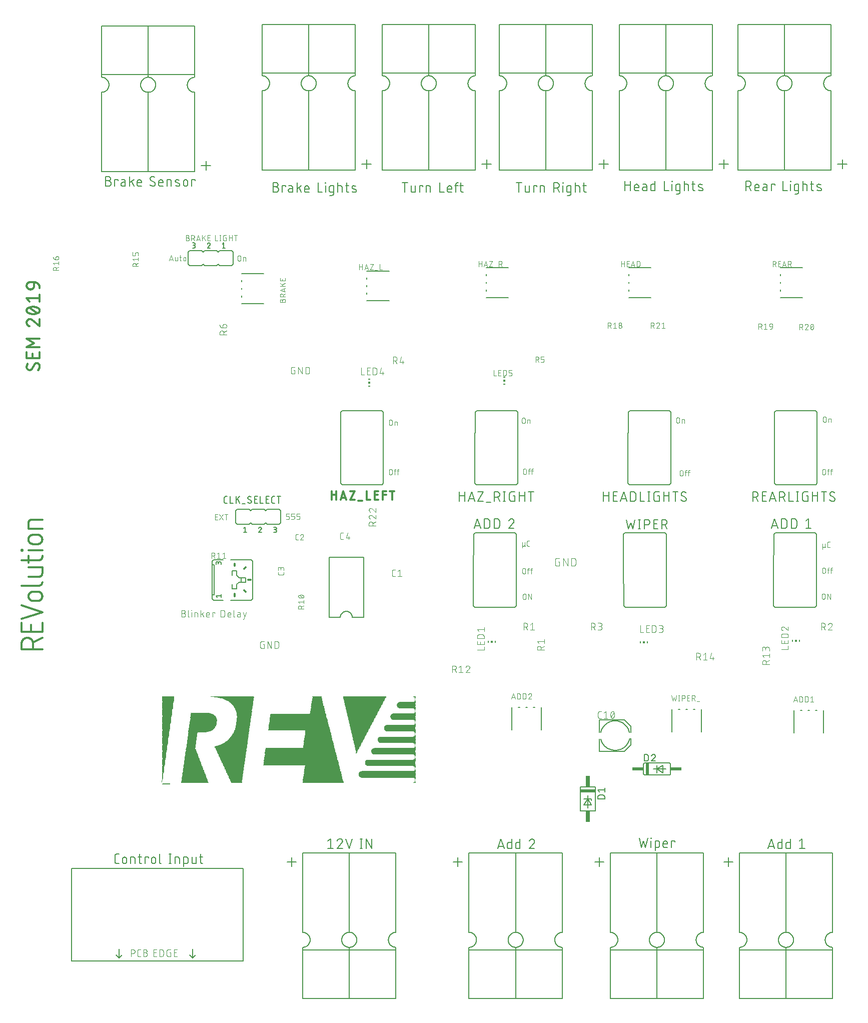
<source format=gbr>
G04 EAGLE Gerber X2 export*
%TF.Part,Single*%
%TF.FileFunction,Legend,Top,1*%
%TF.FilePolarity,Positive*%
%TF.GenerationSoftware,Autodesk,EAGLE,9.1.3*%
%TF.CreationDate,2018-11-12T20:02:43Z*%
G75*
%MOMM*%
%FSLAX34Y34*%
%LPD*%
%AMOC8*
5,1,8,0,0,1.08239X$1,22.5*%
G01*
%ADD10C,0.101600*%
%ADD11C,0.152400*%
%ADD12C,0.330200*%
%ADD13C,0.304800*%
%ADD14C,0.076200*%
%ADD15C,0.000000*%
%ADD16R,4.620000X0.020000*%
%ADD17R,1.740000X0.020000*%
%ADD18R,6.940000X0.020000*%
%ADD19R,0.360000X0.020000*%
%ADD20R,4.600000X0.020000*%
%ADD21R,1.760000X0.020000*%
%ADD22R,6.920000X0.020000*%
%ADD23R,0.300000X0.020000*%
%ADD24R,4.580000X0.020000*%
%ADD25R,0.240000X0.020000*%
%ADD26R,1.780000X0.020000*%
%ADD27R,0.220000X0.020000*%
%ADD28R,4.560000X0.020000*%
%ADD29R,1.800000X0.020000*%
%ADD30R,6.900000X0.020000*%
%ADD31R,0.180000X0.020000*%
%ADD32R,1.820000X0.020000*%
%ADD33R,6.880000X0.020000*%
%ADD34R,0.160000X0.020000*%
%ADD35R,4.540000X0.020000*%
%ADD36R,0.140000X0.020000*%
%ADD37R,0.020000X0.020000*%
%ADD38R,1.840000X0.020000*%
%ADD39R,0.120000X0.020000*%
%ADD40R,0.100000X0.020000*%
%ADD41R,4.500000X0.020000*%
%ADD42R,6.860000X0.020000*%
%ADD43R,0.080000X0.020000*%
%ADD44R,1.860000X0.020000*%
%ADD45R,1.880000X0.020000*%
%ADD46R,0.060000X0.020000*%
%ADD47R,4.480000X0.020000*%
%ADD48R,1.900000X0.020000*%
%ADD49R,6.840000X0.020000*%
%ADD50R,6.820000X0.020000*%
%ADD51R,0.040000X0.020000*%
%ADD52R,4.460000X0.020000*%
%ADD53R,1.920000X0.020000*%
%ADD54R,4.440000X0.020000*%
%ADD55R,1.940000X0.020000*%
%ADD56R,4.420000X0.020000*%
%ADD57R,6.800000X0.020000*%
%ADD58R,1.980000X0.020000*%
%ADD59R,6.780000X0.020000*%
%ADD60R,4.400000X0.020000*%
%ADD61R,2.000000X0.020000*%
%ADD62R,6.760000X0.020000*%
%ADD63R,4.380000X0.020000*%
%ADD64R,4.360000X0.020000*%
%ADD65R,2.020000X0.020000*%
%ADD66R,4.340000X0.020000*%
%ADD67R,2.060000X0.020000*%
%ADD68R,6.740000X0.020000*%
%ADD69R,6.720000X0.020000*%
%ADD70R,4.320000X0.020000*%
%ADD71R,2.080000X0.020000*%
%ADD72R,2.100000X0.020000*%
%ADD73R,6.700000X0.020000*%
%ADD74R,4.280000X0.020000*%
%ADD75R,2.120000X0.020000*%
%ADD76R,2.140000X0.020000*%
%ADD77R,6.680000X0.020000*%
%ADD78R,4.260000X0.020000*%
%ADD79R,2.160000X0.020000*%
%ADD80R,6.660000X0.020000*%
%ADD81R,4.240000X0.020000*%
%ADD82R,2.180000X0.020000*%
%ADD83R,6.640000X0.020000*%
%ADD84R,4.220000X0.020000*%
%ADD85R,4.200000X0.020000*%
%ADD86R,2.200000X0.020000*%
%ADD87R,2.220000X0.020000*%
%ADD88R,4.180000X0.020000*%
%ADD89R,2.240000X0.020000*%
%ADD90R,6.600000X0.020000*%
%ADD91R,2.260000X0.020000*%
%ADD92R,0.200000X0.020000*%
%ADD93R,4.160000X0.020000*%
%ADD94R,4.140000X0.020000*%
%ADD95R,2.280000X0.020000*%
%ADD96R,6.580000X0.020000*%
%ADD97R,0.280000X0.020000*%
%ADD98R,0.340000X0.020000*%
%ADD99R,4.120000X0.020000*%
%ADD100R,2.300000X0.020000*%
%ADD101R,9.140000X0.020000*%
%ADD102R,2.320000X0.020000*%
%ADD103R,9.260000X0.020000*%
%ADD104R,4.100000X0.020000*%
%ADD105R,6.540000X0.020000*%
%ADD106R,9.300000X0.020000*%
%ADD107R,2.340000X0.020000*%
%ADD108R,9.360000X0.020000*%
%ADD109R,9.380000X0.020000*%
%ADD110R,4.060000X0.020000*%
%ADD111R,2.360000X0.020000*%
%ADD112R,9.420000X0.020000*%
%ADD113R,6.520000X0.020000*%
%ADD114R,9.440000X0.020000*%
%ADD115R,2.380000X0.020000*%
%ADD116R,9.460000X0.020000*%
%ADD117R,4.040000X0.020000*%
%ADD118R,2.400000X0.020000*%
%ADD119R,9.480000X0.020000*%
%ADD120R,2.420000X0.020000*%
%ADD121R,6.500000X0.020000*%
%ADD122R,9.500000X0.020000*%
%ADD123R,4.020000X0.020000*%
%ADD124R,6.480000X0.020000*%
%ADD125R,9.520000X0.020000*%
%ADD126R,2.440000X0.020000*%
%ADD127R,9.540000X0.020000*%
%ADD128R,4.000000X0.020000*%
%ADD129R,3.980000X0.020000*%
%ADD130R,2.460000X0.020000*%
%ADD131R,6.460000X0.020000*%
%ADD132R,9.560000X0.020000*%
%ADD133R,3.960000X0.020000*%
%ADD134R,2.480000X0.020000*%
%ADD135R,9.580000X0.020000*%
%ADD136R,2.500000X0.020000*%
%ADD137R,6.440000X0.020000*%
%ADD138R,6.420000X0.020000*%
%ADD139R,9.600000X0.020000*%
%ADD140R,3.940000X0.020000*%
%ADD141R,2.520000X0.020000*%
%ADD142R,3.920000X0.020000*%
%ADD143R,2.540000X0.020000*%
%ADD144R,9.620000X0.020000*%
%ADD145R,3.900000X0.020000*%
%ADD146R,6.400000X0.020000*%
%ADD147R,2.580000X0.020000*%
%ADD148R,3.880000X0.020000*%
%ADD149R,6.380000X0.020000*%
%ADD150R,2.600000X0.020000*%
%ADD151R,6.360000X0.020000*%
%ADD152R,3.840000X0.020000*%
%ADD153R,2.620000X0.020000*%
%ADD154R,3.820000X0.020000*%
%ADD155R,2.660000X0.020000*%
%ADD156R,6.340000X0.020000*%
%ADD157R,3.800000X0.020000*%
%ADD158R,2.680000X0.020000*%
%ADD159R,6.320000X0.020000*%
%ADD160R,3.780000X0.020000*%
%ADD161R,2.700000X0.020000*%
%ADD162R,6.300000X0.020000*%
%ADD163R,3.760000X0.020000*%
%ADD164R,2.720000X0.020000*%
%ADD165R,3.740000X0.020000*%
%ADD166R,2.740000X0.020000*%
%ADD167R,2.760000X0.020000*%
%ADD168R,6.280000X0.020000*%
%ADD169R,6.260000X0.020000*%
%ADD170R,3.720000X0.020000*%
%ADD171R,2.780000X0.020000*%
%ADD172R,3.700000X0.020000*%
%ADD173R,6.240000X0.020000*%
%ADD174R,3.680000X0.020000*%
%ADD175R,2.800000X0.020000*%
%ADD176R,2.820000X0.020000*%
%ADD177R,3.660000X0.020000*%
%ADD178R,2.840000X0.020000*%
%ADD179R,6.220000X0.020000*%
%ADD180R,0.260000X0.020000*%
%ADD181R,6.200000X0.020000*%
%ADD182R,2.860000X0.020000*%
%ADD183R,9.400000X0.020000*%
%ADD184R,3.620000X0.020000*%
%ADD185R,2.880000X0.020000*%
%ADD186R,6.180000X0.020000*%
%ADD187R,9.340000X0.020000*%
%ADD188R,3.600000X0.020000*%
%ADD189R,2.920000X0.020000*%
%ADD190R,9.240000X0.020000*%
%ADD191R,9.120000X0.020000*%
%ADD192R,3.580000X0.020000*%
%ADD193R,2.940000X0.020000*%
%ADD194R,6.140000X0.020000*%
%ADD195R,3.560000X0.020000*%
%ADD196R,3.540000X0.020000*%
%ADD197R,2.960000X0.020000*%
%ADD198R,6.120000X0.020000*%
%ADD199R,3.520000X0.020000*%
%ADD200R,3.000000X0.020000*%
%ADD201R,3.020000X0.020000*%
%ADD202R,6.100000X0.020000*%
%ADD203R,3.500000X0.020000*%
%ADD204R,6.080000X0.020000*%
%ADD205R,3.480000X0.020000*%
%ADD206R,3.040000X0.020000*%
%ADD207R,3.460000X0.020000*%
%ADD208R,3.060000X0.020000*%
%ADD209R,3.080000X0.020000*%
%ADD210R,6.060000X0.020000*%
%ADD211R,3.440000X0.020000*%
%ADD212R,3.100000X0.020000*%
%ADD213R,0.320000X0.020000*%
%ADD214R,6.040000X0.020000*%
%ADD215R,3.420000X0.020000*%
%ADD216R,3.120000X0.020000*%
%ADD217R,6.020000X0.020000*%
%ADD218R,3.400000X0.020000*%
%ADD219R,3.380000X0.020000*%
%ADD220R,3.140000X0.020000*%
%ADD221R,3.160000X0.020000*%
%ADD222R,6.000000X0.020000*%
%ADD223R,3.180000X0.020000*%
%ADD224R,3.360000X0.020000*%
%ADD225R,3.200000X0.020000*%
%ADD226R,5.980000X0.020000*%
%ADD227R,5.960000X0.020000*%
%ADD228R,3.320000X0.020000*%
%ADD229R,3.220000X0.020000*%
%ADD230R,3.300000X0.020000*%
%ADD231R,3.260000X0.020000*%
%ADD232R,5.940000X0.020000*%
%ADD233R,3.280000X0.020000*%
%ADD234R,5.920000X0.020000*%
%ADD235R,3.240000X0.020000*%
%ADD236R,5.900000X0.020000*%
%ADD237R,3.340000X0.020000*%
%ADD238R,5.880000X0.020000*%
%ADD239R,0.380000X0.020000*%
%ADD240R,5.860000X0.020000*%
%ADD241R,5.840000X0.020000*%
%ADD242R,0.400000X0.020000*%
%ADD243R,5.800000X0.020000*%
%ADD244R,8.120000X0.020000*%
%ADD245R,5.780000X0.020000*%
%ADD246R,8.200000X0.020000*%
%ADD247R,8.240000X0.020000*%
%ADD248R,8.280000X0.020000*%
%ADD249R,0.420000X0.020000*%
%ADD250R,5.760000X0.020000*%
%ADD251R,8.320000X0.020000*%
%ADD252R,12.820000X0.020000*%
%ADD253R,8.340000X0.020000*%
%ADD254R,12.800000X0.020000*%
%ADD255R,8.360000X0.020000*%
%ADD256R,8.380000X0.020000*%
%ADD257R,12.780000X0.020000*%
%ADD258R,8.400000X0.020000*%
%ADD259R,8.420000X0.020000*%
%ADD260R,8.440000X0.020000*%
%ADD261R,0.440000X0.020000*%
%ADD262R,8.460000X0.020000*%
%ADD263R,2.980000X0.020000*%
%ADD264R,12.760000X0.020000*%
%ADD265R,3.640000X0.020000*%
%ADD266R,12.740000X0.020000*%
%ADD267R,8.480000X0.020000*%
%ADD268R,8.500000X0.020000*%
%ADD269R,12.720000X0.020000*%
%ADD270R,8.520000X0.020000*%
%ADD271R,0.460000X0.020000*%
%ADD272R,12.680000X0.020000*%
%ADD273R,8.540000X0.020000*%
%ADD274R,12.660000X0.020000*%
%ADD275R,0.480000X0.020000*%
%ADD276R,12.640000X0.020000*%
%ADD277R,12.620000X0.020000*%
%ADD278R,3.860000X0.020000*%
%ADD279R,0.500000X0.020000*%
%ADD280R,12.600000X0.020000*%
%ADD281R,12.560000X0.020000*%
%ADD282R,12.540000X0.020000*%
%ADD283R,0.520000X0.020000*%
%ADD284R,12.520000X0.020000*%
%ADD285R,2.640000X0.020000*%
%ADD286R,12.500000X0.020000*%
%ADD287R,0.540000X0.020000*%
%ADD288R,12.480000X0.020000*%
%ADD289R,8.300000X0.020000*%
%ADD290R,8.260000X0.020000*%
%ADD291R,12.460000X0.020000*%
%ADD292R,4.080000X0.020000*%
%ADD293R,8.140000X0.020000*%
%ADD294R,2.560000X0.020000*%
%ADD295R,12.440000X0.020000*%
%ADD296R,0.560000X0.020000*%
%ADD297R,12.420000X0.020000*%
%ADD298R,12.400000X0.020000*%
%ADD299R,12.380000X0.020000*%
%ADD300R,0.580000X0.020000*%
%ADD301R,12.360000X0.020000*%
%ADD302R,12.340000X0.020000*%
%ADD303R,12.320000X0.020000*%
%ADD304R,4.300000X0.020000*%
%ADD305R,0.600000X0.020000*%
%ADD306R,12.300000X0.020000*%
%ADD307R,12.280000X0.020000*%
%ADD308R,12.260000X0.020000*%
%ADD309R,0.620000X0.020000*%
%ADD310R,12.220000X0.020000*%
%ADD311R,0.640000X0.020000*%
%ADD312R,12.200000X0.020000*%
%ADD313R,12.180000X0.020000*%
%ADD314R,12.160000X0.020000*%
%ADD315R,0.660000X0.020000*%
%ADD316R,12.140000X0.020000*%
%ADD317R,12.120000X0.020000*%
%ADD318R,12.100000X0.020000*%
%ADD319R,4.640000X0.020000*%
%ADD320R,0.680000X0.020000*%
%ADD321R,4.660000X0.020000*%
%ADD322R,12.080000X0.020000*%
%ADD323R,7.080000X0.020000*%
%ADD324R,12.060000X0.020000*%
%ADD325R,7.140000X0.020000*%
%ADD326R,4.680000X0.020000*%
%ADD327R,7.180000X0.020000*%
%ADD328R,2.040000X0.020000*%
%ADD329R,4.700000X0.020000*%
%ADD330R,12.040000X0.020000*%
%ADD331R,7.220000X0.020000*%
%ADD332R,4.720000X0.020000*%
%ADD333R,7.240000X0.020000*%
%ADD334R,0.700000X0.020000*%
%ADD335R,7.280000X0.020000*%
%ADD336R,4.740000X0.020000*%
%ADD337R,7.300000X0.020000*%
%ADD338R,12.020000X0.020000*%
%ADD339R,7.320000X0.020000*%
%ADD340R,4.760000X0.020000*%
%ADD341R,7.340000X0.020000*%
%ADD342R,12.000000X0.020000*%
%ADD343R,7.360000X0.020000*%
%ADD344R,4.800000X0.020000*%
%ADD345R,1.960000X0.020000*%
%ADD346R,11.980000X0.020000*%
%ADD347R,7.380000X0.020000*%
%ADD348R,0.720000X0.020000*%
%ADD349R,4.820000X0.020000*%
%ADD350R,7.400000X0.020000*%
%ADD351R,7.420000X0.020000*%
%ADD352R,4.840000X0.020000*%
%ADD353R,11.960000X0.020000*%
%ADD354R,11.940000X0.020000*%
%ADD355R,7.440000X0.020000*%
%ADD356R,4.880000X0.020000*%
%ADD357R,0.740000X0.020000*%
%ADD358R,4.900000X0.020000*%
%ADD359R,11.920000X0.020000*%
%ADD360R,7.460000X0.020000*%
%ADD361R,4.920000X0.020000*%
%ADD362R,11.900000X0.020000*%
%ADD363R,4.940000X0.020000*%
%ADD364R,11.880000X0.020000*%
%ADD365R,4.960000X0.020000*%
%ADD366R,4.980000X0.020000*%
%ADD367R,0.760000X0.020000*%
%ADD368R,11.860000X0.020000*%
%ADD369R,5.000000X0.020000*%
%ADD370R,5.020000X0.020000*%
%ADD371R,11.820000X0.020000*%
%ADD372R,5.040000X0.020000*%
%ADD373R,5.060000X0.020000*%
%ADD374R,0.780000X0.020000*%
%ADD375R,1.720000X0.020000*%
%ADD376R,5.080000X0.020000*%
%ADD377R,11.800000X0.020000*%
%ADD378R,1.700000X0.020000*%
%ADD379R,5.100000X0.020000*%
%ADD380R,1.680000X0.020000*%
%ADD381R,11.780000X0.020000*%
%ADD382R,5.140000X0.020000*%
%ADD383R,11.760000X0.020000*%
%ADD384R,1.660000X0.020000*%
%ADD385R,0.800000X0.020000*%
%ADD386R,5.160000X0.020000*%
%ADD387R,1.640000X0.020000*%
%ADD388R,11.740000X0.020000*%
%ADD389R,1.620000X0.020000*%
%ADD390R,5.180000X0.020000*%
%ADD391R,7.260000X0.020000*%
%ADD392R,1.600000X0.020000*%
%ADD393R,5.220000X0.020000*%
%ADD394R,11.720000X0.020000*%
%ADD395R,11.700000X0.020000*%
%ADD396R,7.200000X0.020000*%
%ADD397R,1.580000X0.020000*%
%ADD398R,5.240000X0.020000*%
%ADD399R,0.820000X0.020000*%
%ADD400R,5.260000X0.020000*%
%ADD401R,1.560000X0.020000*%
%ADD402R,11.680000X0.020000*%
%ADD403R,7.000000X0.020000*%
%ADD404R,5.280000X0.020000*%
%ADD405R,5.300000X0.020000*%
%ADD406R,11.660000X0.020000*%
%ADD407R,11.640000X0.020000*%
%ADD408R,5.320000X0.020000*%
%ADD409R,0.840000X0.020000*%
%ADD410R,5.340000X0.020000*%
%ADD411R,5.360000X0.020000*%
%ADD412R,5.380000X0.020000*%
%ADD413R,5.400000X0.020000*%
%ADD414R,0.860000X0.020000*%
%ADD415R,5.420000X0.020000*%
%ADD416R,5.440000X0.020000*%
%ADD417R,0.880000X0.020000*%
%ADD418R,5.200000X0.020000*%
%ADD419R,0.920000X0.020000*%
%ADD420R,5.120000X0.020000*%
%ADD421R,0.940000X0.020000*%
%ADD422R,0.980000X0.020000*%
%ADD423R,1.000000X0.020000*%
%ADD424R,0.900000X0.020000*%
%ADD425R,1.040000X0.020000*%
%ADD426R,1.060000X0.020000*%
%ADD427R,4.520000X0.020000*%
%ADD428R,1.100000X0.020000*%
%ADD429R,1.120000X0.020000*%
%ADD430R,1.140000X0.020000*%
%ADD431R,1.180000X0.020000*%
%ADD432R,1.200000X0.020000*%
%ADD433R,1.240000X0.020000*%
%ADD434R,1.260000X0.020000*%
%ADD435R,1.300000X0.020000*%
%ADD436R,1.320000X0.020000*%
%ADD437R,0.960000X0.020000*%
%ADD438R,1.360000X0.020000*%
%ADD439R,1.380000X0.020000*%
%ADD440R,1.400000X0.020000*%
%ADD441R,1.440000X0.020000*%
%ADD442R,1.460000X0.020000*%
%ADD443R,1.500000X0.020000*%
%ADD444R,1.520000X0.020000*%
%ADD445R,4.860000X0.020000*%
%ADD446R,1.020000X0.020000*%
%ADD447R,4.780000X0.020000*%
%ADD448R,1.080000X0.020000*%
%ADD449R,6.160000X0.020000*%
%ADD450R,2.900000X0.020000*%
%ADD451R,1.160000X0.020000*%
%ADD452R,1.220000X0.020000*%
%ADD453R,10.420000X0.020000*%
%ADD454R,10.400000X0.020000*%
%ADD455R,10.380000X0.020000*%
%ADD456R,1.280000X0.020000*%
%ADD457R,10.360000X0.020000*%
%ADD458R,10.340000X0.020000*%
%ADD459R,10.320000X0.020000*%
%ADD460R,10.300000X0.020000*%
%ADD461R,10.280000X0.020000*%
%ADD462R,10.260000X0.020000*%
%ADD463R,10.240000X0.020000*%
%ADD464R,10.220000X0.020000*%
%ADD465R,1.340000X0.020000*%
%ADD466R,10.200000X0.020000*%
%ADD467R,10.180000X0.020000*%
%ADD468R,10.140000X0.020000*%
%ADD469R,10.120000X0.020000*%
%ADD470R,10.080000X0.020000*%
%ADD471R,10.060000X0.020000*%
%ADD472R,10.040000X0.020000*%
%ADD473R,10.020000X0.020000*%
%ADD474R,10.000000X0.020000*%
%ADD475R,1.420000X0.020000*%
%ADD476R,9.980000X0.020000*%
%ADD477R,9.960000X0.020000*%
%ADD478R,9.940000X0.020000*%
%ADD479R,9.920000X0.020000*%
%ADD480R,9.900000X0.020000*%
%ADD481R,9.880000X0.020000*%
%ADD482R,9.860000X0.020000*%
%ADD483R,9.840000X0.020000*%
%ADD484R,1.480000X0.020000*%
%ADD485R,9.820000X0.020000*%
%ADD486R,9.800000X0.020000*%
%ADD487R,9.780000X0.020000*%
%ADD488R,9.760000X0.020000*%
%ADD489R,9.740000X0.020000*%
%ADD490R,9.720000X0.020000*%
%ADD491R,9.700000X0.020000*%
%ADD492R,9.680000X0.020000*%
%ADD493R,9.660000X0.020000*%
%ADD494R,1.540000X0.020000*%
%ADD495R,5.460000X0.020000*%
%ADD496R,5.480000X0.020000*%
%ADD497R,5.500000X0.020000*%
%ADD498R,5.520000X0.020000*%
%ADD499R,5.540000X0.020000*%
%ADD500R,5.580000X0.020000*%
%ADD501R,5.600000X0.020000*%
%ADD502R,5.640000X0.020000*%
%ADD503R,5.660000X0.020000*%
%ADD504R,5.700000X0.020000*%
%ADD505R,5.720000X0.020000*%
%ADD506R,5.740000X0.020000*%
%ADD507R,6.560000X0.020000*%
%ADD508R,6.620000X0.020000*%
%ADD509R,6.960000X0.020000*%
%ADD510R,6.980000X0.020000*%
%ADD511R,7.020000X0.020000*%
%ADD512R,7.040000X0.020000*%
%ADD513R,7.060000X0.020000*%
%ADD514R,7.100000X0.020000*%
%ADD515R,5.620000X0.020000*%
%ADD516R,7.120000X0.020000*%
%ADD517R,5.820000X0.020000*%
%ADD518R,7.160000X0.020000*%
%ADD519C,0.127000*%
%ADD520C,0.203200*%
%ADD521R,2.540000X0.508000*%
%ADD522R,0.762000X1.905000*%
%ADD523R,0.508000X2.032000*%
%ADD524R,1.905000X0.508000*%
%ADD525C,0.177800*%
%ADD526R,0.150000X0.300000*%
%ADD527R,0.300000X0.300000*%
%ADD528R,0.300000X0.150000*%
%ADD529C,0.150000*%


D10*
X553692Y766459D02*
X555639Y766459D01*
X555639Y759968D01*
X551744Y759968D01*
X551645Y759970D01*
X551545Y759976D01*
X551446Y759985D01*
X551348Y759998D01*
X551250Y760015D01*
X551152Y760036D01*
X551056Y760061D01*
X550961Y760089D01*
X550867Y760121D01*
X550774Y760156D01*
X550682Y760195D01*
X550592Y760238D01*
X550504Y760283D01*
X550417Y760333D01*
X550333Y760385D01*
X550250Y760441D01*
X550170Y760499D01*
X550092Y760561D01*
X550017Y760626D01*
X549944Y760694D01*
X549874Y760764D01*
X549806Y760837D01*
X549741Y760912D01*
X549679Y760990D01*
X549621Y761070D01*
X549565Y761153D01*
X549513Y761237D01*
X549463Y761324D01*
X549418Y761412D01*
X549375Y761502D01*
X549336Y761594D01*
X549301Y761687D01*
X549269Y761781D01*
X549241Y761876D01*
X549216Y761972D01*
X549195Y762070D01*
X549178Y762168D01*
X549165Y762266D01*
X549156Y762365D01*
X549150Y762465D01*
X549148Y762564D01*
X549148Y769056D01*
X549150Y769155D01*
X549156Y769255D01*
X549165Y769354D01*
X549178Y769452D01*
X549195Y769550D01*
X549216Y769648D01*
X549241Y769744D01*
X549269Y769839D01*
X549301Y769933D01*
X549336Y770026D01*
X549375Y770118D01*
X549418Y770208D01*
X549463Y770296D01*
X549513Y770383D01*
X549565Y770467D01*
X549621Y770550D01*
X549679Y770630D01*
X549741Y770708D01*
X549806Y770783D01*
X549874Y770856D01*
X549944Y770926D01*
X550017Y770994D01*
X550092Y771059D01*
X550170Y771121D01*
X550250Y771179D01*
X550333Y771235D01*
X550417Y771287D01*
X550504Y771337D01*
X550592Y771382D01*
X550682Y771425D01*
X550774Y771464D01*
X550866Y771499D01*
X550961Y771531D01*
X551056Y771559D01*
X551152Y771584D01*
X551250Y771605D01*
X551348Y771622D01*
X551446Y771635D01*
X551545Y771644D01*
X551645Y771650D01*
X551744Y771652D01*
X555639Y771652D01*
X561340Y771652D02*
X561340Y759968D01*
X567831Y759968D02*
X561340Y771652D01*
X567831Y771652D02*
X567831Y759968D01*
X573532Y759968D02*
X573532Y771652D01*
X576777Y771652D01*
X576890Y771650D01*
X577003Y771644D01*
X577116Y771634D01*
X577229Y771620D01*
X577341Y771603D01*
X577452Y771581D01*
X577562Y771556D01*
X577672Y771526D01*
X577780Y771493D01*
X577887Y771456D01*
X577993Y771416D01*
X578097Y771371D01*
X578200Y771323D01*
X578301Y771272D01*
X578400Y771217D01*
X578497Y771159D01*
X578592Y771097D01*
X578685Y771032D01*
X578775Y770964D01*
X578863Y770893D01*
X578949Y770818D01*
X579032Y770741D01*
X579112Y770661D01*
X579189Y770578D01*
X579264Y770492D01*
X579335Y770404D01*
X579403Y770314D01*
X579468Y770221D01*
X579530Y770126D01*
X579588Y770029D01*
X579643Y769930D01*
X579694Y769829D01*
X579742Y769726D01*
X579787Y769622D01*
X579827Y769516D01*
X579864Y769409D01*
X579897Y769301D01*
X579927Y769191D01*
X579952Y769081D01*
X579974Y768970D01*
X579991Y768858D01*
X580005Y768745D01*
X580015Y768632D01*
X580021Y768519D01*
X580023Y768406D01*
X580023Y763214D01*
X580024Y763214D02*
X580022Y763101D01*
X580016Y762988D01*
X580006Y762875D01*
X579992Y762762D01*
X579975Y762650D01*
X579953Y762539D01*
X579928Y762429D01*
X579898Y762319D01*
X579865Y762211D01*
X579828Y762104D01*
X579788Y761998D01*
X579743Y761894D01*
X579695Y761791D01*
X579644Y761690D01*
X579589Y761591D01*
X579531Y761494D01*
X579469Y761399D01*
X579404Y761306D01*
X579336Y761216D01*
X579265Y761128D01*
X579190Y761042D01*
X579113Y760959D01*
X579033Y760879D01*
X578950Y760802D01*
X578864Y760727D01*
X578776Y760656D01*
X578686Y760588D01*
X578593Y760523D01*
X578498Y760461D01*
X578401Y760403D01*
X578302Y760348D01*
X578201Y760297D01*
X578098Y760249D01*
X577994Y760204D01*
X577888Y760164D01*
X577781Y760127D01*
X577673Y760094D01*
X577563Y760064D01*
X577453Y760039D01*
X577342Y760017D01*
X577230Y760000D01*
X577117Y759986D01*
X577004Y759976D01*
X576891Y759970D01*
X576778Y759968D01*
X576777Y759968D02*
X573532Y759968D01*
D11*
X616078Y-26742D02*
X611562Y-30354D01*
X616078Y-26742D02*
X616078Y-42998D01*
X620593Y-42998D02*
X611562Y-42998D01*
X632160Y-26742D02*
X632285Y-26744D01*
X632410Y-26750D01*
X632535Y-26759D01*
X632659Y-26773D01*
X632783Y-26790D01*
X632907Y-26811D01*
X633029Y-26836D01*
X633151Y-26865D01*
X633272Y-26897D01*
X633392Y-26933D01*
X633511Y-26973D01*
X633628Y-27016D01*
X633744Y-27063D01*
X633859Y-27114D01*
X633971Y-27168D01*
X634083Y-27226D01*
X634192Y-27286D01*
X634299Y-27351D01*
X634405Y-27418D01*
X634508Y-27489D01*
X634609Y-27563D01*
X634708Y-27640D01*
X634804Y-27720D01*
X634898Y-27803D01*
X634989Y-27888D01*
X635078Y-27977D01*
X635163Y-28068D01*
X635246Y-28162D01*
X635326Y-28258D01*
X635403Y-28357D01*
X635477Y-28458D01*
X635548Y-28561D01*
X635615Y-28667D01*
X635680Y-28774D01*
X635740Y-28883D01*
X635798Y-28995D01*
X635852Y-29107D01*
X635903Y-29222D01*
X635950Y-29338D01*
X635993Y-29455D01*
X636033Y-29574D01*
X636069Y-29694D01*
X636101Y-29815D01*
X636130Y-29937D01*
X636155Y-30059D01*
X636176Y-30183D01*
X636193Y-30307D01*
X636207Y-30431D01*
X636216Y-30556D01*
X636222Y-30681D01*
X636224Y-30806D01*
X632160Y-26742D02*
X632017Y-26744D01*
X631875Y-26750D01*
X631732Y-26760D01*
X631590Y-26773D01*
X631449Y-26791D01*
X631307Y-26812D01*
X631167Y-26837D01*
X631027Y-26866D01*
X630888Y-26899D01*
X630750Y-26936D01*
X630613Y-26976D01*
X630478Y-27020D01*
X630343Y-27068D01*
X630210Y-27120D01*
X630078Y-27175D01*
X629948Y-27234D01*
X629820Y-27296D01*
X629693Y-27362D01*
X629568Y-27431D01*
X629445Y-27503D01*
X629324Y-27579D01*
X629206Y-27658D01*
X629089Y-27741D01*
X628975Y-27826D01*
X628863Y-27915D01*
X628754Y-28006D01*
X628647Y-28101D01*
X628542Y-28198D01*
X628441Y-28299D01*
X628342Y-28402D01*
X628246Y-28507D01*
X628153Y-28616D01*
X628063Y-28727D01*
X627976Y-28840D01*
X627892Y-28955D01*
X627812Y-29073D01*
X627734Y-29193D01*
X627660Y-29315D01*
X627590Y-29439D01*
X627522Y-29565D01*
X627459Y-29693D01*
X627398Y-29822D01*
X627341Y-29953D01*
X627288Y-30085D01*
X627239Y-30219D01*
X627193Y-30354D01*
X634869Y-33967D02*
X634963Y-33875D01*
X635053Y-33781D01*
X635141Y-33684D01*
X635226Y-33584D01*
X635308Y-33482D01*
X635386Y-33377D01*
X635462Y-33270D01*
X635534Y-33161D01*
X635603Y-33050D01*
X635669Y-32936D01*
X635731Y-32821D01*
X635790Y-32704D01*
X635845Y-32585D01*
X635896Y-32465D01*
X635944Y-32343D01*
X635989Y-32220D01*
X636029Y-32096D01*
X636066Y-31970D01*
X636099Y-31843D01*
X636128Y-31716D01*
X636154Y-31587D01*
X636175Y-31458D01*
X636193Y-31328D01*
X636206Y-31198D01*
X636216Y-31068D01*
X636222Y-30937D01*
X636224Y-30806D01*
X634870Y-33967D02*
X627193Y-42998D01*
X636224Y-42998D01*
X647340Y-42998D02*
X641921Y-26742D01*
X652759Y-26742D02*
X647340Y-42998D01*
X668182Y-42998D02*
X668182Y-26742D01*
X666375Y-42998D02*
X669988Y-42998D01*
X669988Y-26742D02*
X666375Y-26742D01*
X676692Y-26742D02*
X676692Y-42998D01*
X685723Y-42998D02*
X676692Y-26742D01*
X685723Y-26742D02*
X685723Y-42998D01*
X240029Y1086933D02*
X235513Y1086933D01*
X240029Y1086934D02*
X240162Y1086932D01*
X240294Y1086926D01*
X240426Y1086916D01*
X240558Y1086903D01*
X240690Y1086885D01*
X240820Y1086864D01*
X240951Y1086839D01*
X241080Y1086810D01*
X241208Y1086777D01*
X241336Y1086741D01*
X241462Y1086701D01*
X241587Y1086657D01*
X241711Y1086609D01*
X241833Y1086558D01*
X241954Y1086503D01*
X242073Y1086445D01*
X242191Y1086383D01*
X242306Y1086318D01*
X242420Y1086249D01*
X242531Y1086178D01*
X242640Y1086102D01*
X242747Y1086024D01*
X242852Y1085943D01*
X242954Y1085858D01*
X243054Y1085771D01*
X243151Y1085681D01*
X243246Y1085588D01*
X243337Y1085492D01*
X243426Y1085394D01*
X243512Y1085293D01*
X243595Y1085189D01*
X243675Y1085083D01*
X243751Y1084975D01*
X243825Y1084865D01*
X243895Y1084752D01*
X243962Y1084638D01*
X244025Y1084521D01*
X244085Y1084403D01*
X244142Y1084283D01*
X244195Y1084161D01*
X244244Y1084038D01*
X244290Y1083914D01*
X244332Y1083788D01*
X244370Y1083661D01*
X244405Y1083533D01*
X244436Y1083404D01*
X244463Y1083275D01*
X244486Y1083144D01*
X244506Y1083013D01*
X244521Y1082881D01*
X244533Y1082749D01*
X244541Y1082617D01*
X244545Y1082484D01*
X244545Y1082352D01*
X244541Y1082219D01*
X244533Y1082087D01*
X244521Y1081955D01*
X244506Y1081823D01*
X244486Y1081692D01*
X244463Y1081561D01*
X244436Y1081432D01*
X244405Y1081303D01*
X244370Y1081175D01*
X244332Y1081048D01*
X244290Y1080922D01*
X244244Y1080798D01*
X244195Y1080675D01*
X244142Y1080553D01*
X244085Y1080433D01*
X244025Y1080315D01*
X243962Y1080198D01*
X243895Y1080084D01*
X243825Y1079971D01*
X243751Y1079861D01*
X243675Y1079753D01*
X243595Y1079647D01*
X243512Y1079543D01*
X243426Y1079442D01*
X243337Y1079344D01*
X243246Y1079248D01*
X243151Y1079155D01*
X243054Y1079065D01*
X242954Y1078978D01*
X242852Y1078893D01*
X242747Y1078812D01*
X242640Y1078734D01*
X242531Y1078658D01*
X242420Y1078587D01*
X242306Y1078518D01*
X242191Y1078453D01*
X242073Y1078391D01*
X241954Y1078333D01*
X241833Y1078278D01*
X241711Y1078227D01*
X241587Y1078179D01*
X241462Y1078135D01*
X241336Y1078095D01*
X241208Y1078059D01*
X241080Y1078026D01*
X240951Y1077997D01*
X240820Y1077972D01*
X240690Y1077951D01*
X240558Y1077933D01*
X240426Y1077920D01*
X240294Y1077910D01*
X240162Y1077904D01*
X240029Y1077902D01*
X235513Y1077902D01*
X235513Y1094158D01*
X240029Y1094158D01*
X240148Y1094156D01*
X240268Y1094150D01*
X240387Y1094140D01*
X240505Y1094126D01*
X240624Y1094109D01*
X240741Y1094087D01*
X240858Y1094062D01*
X240973Y1094032D01*
X241088Y1093999D01*
X241202Y1093962D01*
X241314Y1093922D01*
X241425Y1093877D01*
X241534Y1093829D01*
X241642Y1093778D01*
X241748Y1093723D01*
X241852Y1093664D01*
X241954Y1093602D01*
X242054Y1093537D01*
X242152Y1093468D01*
X242248Y1093396D01*
X242341Y1093321D01*
X242431Y1093244D01*
X242519Y1093163D01*
X242604Y1093079D01*
X242686Y1092992D01*
X242766Y1092903D01*
X242842Y1092811D01*
X242916Y1092717D01*
X242986Y1092620D01*
X243053Y1092522D01*
X243117Y1092421D01*
X243177Y1092317D01*
X243234Y1092212D01*
X243287Y1092105D01*
X243337Y1091997D01*
X243383Y1091887D01*
X243425Y1091775D01*
X243464Y1091662D01*
X243499Y1091548D01*
X243530Y1091433D01*
X243558Y1091316D01*
X243581Y1091199D01*
X243601Y1091082D01*
X243617Y1090963D01*
X243629Y1090844D01*
X243637Y1090725D01*
X243641Y1090606D01*
X243641Y1090486D01*
X243637Y1090367D01*
X243629Y1090248D01*
X243617Y1090129D01*
X243601Y1090010D01*
X243581Y1089893D01*
X243558Y1089776D01*
X243530Y1089659D01*
X243499Y1089544D01*
X243464Y1089430D01*
X243425Y1089317D01*
X243383Y1089205D01*
X243337Y1089095D01*
X243287Y1088987D01*
X243234Y1088880D01*
X243177Y1088775D01*
X243117Y1088671D01*
X243053Y1088570D01*
X242986Y1088472D01*
X242916Y1088375D01*
X242842Y1088281D01*
X242766Y1088189D01*
X242686Y1088100D01*
X242604Y1088013D01*
X242519Y1087929D01*
X242431Y1087848D01*
X242341Y1087771D01*
X242248Y1087696D01*
X242152Y1087624D01*
X242054Y1087555D01*
X241954Y1087490D01*
X241852Y1087428D01*
X241748Y1087369D01*
X241642Y1087314D01*
X241534Y1087263D01*
X241425Y1087215D01*
X241314Y1087170D01*
X241202Y1087130D01*
X241088Y1087093D01*
X240973Y1087060D01*
X240858Y1087030D01*
X240741Y1087005D01*
X240624Y1086983D01*
X240505Y1086966D01*
X240387Y1086952D01*
X240268Y1086942D01*
X240148Y1086936D01*
X240029Y1086934D01*
X250879Y1088739D02*
X250879Y1077902D01*
X250879Y1088739D02*
X256298Y1088739D01*
X256298Y1086933D01*
X264303Y1084224D02*
X268367Y1084224D01*
X264303Y1084224D02*
X264191Y1084222D01*
X264080Y1084216D01*
X263969Y1084206D01*
X263858Y1084193D01*
X263748Y1084175D01*
X263639Y1084153D01*
X263530Y1084128D01*
X263422Y1084099D01*
X263316Y1084066D01*
X263210Y1084029D01*
X263106Y1083989D01*
X263004Y1083945D01*
X262903Y1083897D01*
X262804Y1083846D01*
X262706Y1083791D01*
X262611Y1083733D01*
X262518Y1083672D01*
X262427Y1083607D01*
X262338Y1083539D01*
X262252Y1083468D01*
X262169Y1083395D01*
X262088Y1083318D01*
X262009Y1083238D01*
X261934Y1083156D01*
X261862Y1083071D01*
X261792Y1082984D01*
X261726Y1082894D01*
X261663Y1082802D01*
X261603Y1082707D01*
X261547Y1082611D01*
X261494Y1082513D01*
X261445Y1082413D01*
X261399Y1082311D01*
X261357Y1082208D01*
X261318Y1082103D01*
X261283Y1081997D01*
X261252Y1081890D01*
X261225Y1081782D01*
X261201Y1081673D01*
X261182Y1081563D01*
X261166Y1081453D01*
X261154Y1081342D01*
X261146Y1081230D01*
X261142Y1081119D01*
X261142Y1081007D01*
X261146Y1080896D01*
X261154Y1080784D01*
X261166Y1080673D01*
X261182Y1080563D01*
X261201Y1080453D01*
X261225Y1080344D01*
X261252Y1080236D01*
X261283Y1080129D01*
X261318Y1080023D01*
X261357Y1079918D01*
X261399Y1079815D01*
X261445Y1079713D01*
X261494Y1079613D01*
X261547Y1079515D01*
X261603Y1079419D01*
X261663Y1079324D01*
X261726Y1079232D01*
X261792Y1079142D01*
X261862Y1079055D01*
X261934Y1078970D01*
X262009Y1078888D01*
X262088Y1078808D01*
X262169Y1078731D01*
X262252Y1078658D01*
X262338Y1078587D01*
X262427Y1078519D01*
X262518Y1078454D01*
X262611Y1078393D01*
X262706Y1078335D01*
X262804Y1078280D01*
X262903Y1078229D01*
X263004Y1078181D01*
X263106Y1078137D01*
X263210Y1078097D01*
X263316Y1078060D01*
X263422Y1078027D01*
X263530Y1077998D01*
X263639Y1077973D01*
X263748Y1077951D01*
X263858Y1077933D01*
X263969Y1077920D01*
X264080Y1077910D01*
X264191Y1077904D01*
X264303Y1077902D01*
X268367Y1077902D01*
X268367Y1086030D01*
X268366Y1086030D02*
X268364Y1086131D01*
X268358Y1086232D01*
X268349Y1086333D01*
X268336Y1086434D01*
X268319Y1086534D01*
X268298Y1086633D01*
X268274Y1086731D01*
X268246Y1086828D01*
X268214Y1086925D01*
X268179Y1087020D01*
X268140Y1087113D01*
X268098Y1087205D01*
X268052Y1087296D01*
X268003Y1087385D01*
X267951Y1087471D01*
X267895Y1087556D01*
X267837Y1087639D01*
X267775Y1087719D01*
X267710Y1087797D01*
X267643Y1087873D01*
X267573Y1087946D01*
X267500Y1088016D01*
X267424Y1088083D01*
X267346Y1088148D01*
X267266Y1088210D01*
X267183Y1088268D01*
X267098Y1088324D01*
X267012Y1088376D01*
X266923Y1088425D01*
X266832Y1088471D01*
X266740Y1088513D01*
X266647Y1088552D01*
X266552Y1088587D01*
X266455Y1088619D01*
X266358Y1088647D01*
X266260Y1088671D01*
X266161Y1088692D01*
X266061Y1088709D01*
X265960Y1088722D01*
X265859Y1088731D01*
X265758Y1088737D01*
X265657Y1088739D01*
X262045Y1088739D01*
X275973Y1094158D02*
X275973Y1077902D01*
X275973Y1083321D02*
X283198Y1088739D01*
X279134Y1085578D02*
X283198Y1077902D01*
X291540Y1077902D02*
X296055Y1077902D01*
X291540Y1077902D02*
X291439Y1077904D01*
X291338Y1077910D01*
X291237Y1077919D01*
X291136Y1077932D01*
X291036Y1077949D01*
X290937Y1077970D01*
X290839Y1077994D01*
X290742Y1078022D01*
X290645Y1078054D01*
X290550Y1078089D01*
X290457Y1078128D01*
X290365Y1078170D01*
X290274Y1078216D01*
X290186Y1078265D01*
X290099Y1078317D01*
X290014Y1078373D01*
X289931Y1078431D01*
X289851Y1078493D01*
X289773Y1078558D01*
X289697Y1078625D01*
X289624Y1078695D01*
X289554Y1078768D01*
X289487Y1078844D01*
X289422Y1078922D01*
X289360Y1079002D01*
X289302Y1079085D01*
X289246Y1079170D01*
X289194Y1079257D01*
X289145Y1079345D01*
X289099Y1079436D01*
X289057Y1079528D01*
X289018Y1079621D01*
X288983Y1079716D01*
X288951Y1079813D01*
X288923Y1079910D01*
X288899Y1080008D01*
X288878Y1080107D01*
X288861Y1080207D01*
X288848Y1080308D01*
X288839Y1080409D01*
X288833Y1080510D01*
X288831Y1080611D01*
X288830Y1080611D02*
X288830Y1085127D01*
X288831Y1085127D02*
X288833Y1085246D01*
X288839Y1085366D01*
X288849Y1085485D01*
X288863Y1085603D01*
X288880Y1085722D01*
X288902Y1085839D01*
X288927Y1085956D01*
X288957Y1086071D01*
X288990Y1086186D01*
X289027Y1086300D01*
X289067Y1086412D01*
X289112Y1086523D01*
X289160Y1086632D01*
X289211Y1086740D01*
X289266Y1086846D01*
X289325Y1086950D01*
X289387Y1087052D01*
X289452Y1087152D01*
X289521Y1087250D01*
X289593Y1087346D01*
X289668Y1087439D01*
X289745Y1087529D01*
X289826Y1087617D01*
X289910Y1087702D01*
X289997Y1087784D01*
X290086Y1087864D01*
X290178Y1087940D01*
X290272Y1088014D01*
X290369Y1088084D01*
X290467Y1088151D01*
X290568Y1088215D01*
X290672Y1088275D01*
X290777Y1088332D01*
X290884Y1088385D01*
X290992Y1088435D01*
X291102Y1088481D01*
X291214Y1088523D01*
X291327Y1088562D01*
X291441Y1088597D01*
X291556Y1088628D01*
X291673Y1088656D01*
X291790Y1088679D01*
X291907Y1088699D01*
X292026Y1088715D01*
X292145Y1088727D01*
X292264Y1088735D01*
X292383Y1088739D01*
X292503Y1088739D01*
X292622Y1088735D01*
X292741Y1088727D01*
X292860Y1088715D01*
X292979Y1088699D01*
X293096Y1088679D01*
X293213Y1088656D01*
X293330Y1088628D01*
X293445Y1088597D01*
X293559Y1088562D01*
X293672Y1088523D01*
X293784Y1088481D01*
X293894Y1088435D01*
X294002Y1088385D01*
X294109Y1088332D01*
X294214Y1088275D01*
X294318Y1088215D01*
X294419Y1088151D01*
X294517Y1088084D01*
X294614Y1088014D01*
X294708Y1087940D01*
X294800Y1087864D01*
X294889Y1087784D01*
X294976Y1087702D01*
X295060Y1087617D01*
X295141Y1087529D01*
X295218Y1087439D01*
X295293Y1087346D01*
X295365Y1087250D01*
X295434Y1087152D01*
X295499Y1087052D01*
X295561Y1086950D01*
X295620Y1086846D01*
X295675Y1086740D01*
X295726Y1086632D01*
X295774Y1086523D01*
X295819Y1086412D01*
X295859Y1086300D01*
X295896Y1086186D01*
X295929Y1086071D01*
X295959Y1085956D01*
X295984Y1085839D01*
X296006Y1085722D01*
X296023Y1085603D01*
X296037Y1085485D01*
X296047Y1085366D01*
X296053Y1085246D01*
X296055Y1085127D01*
X296055Y1083321D01*
X288830Y1083321D01*
X315751Y1077902D02*
X315869Y1077904D01*
X315987Y1077910D01*
X316105Y1077919D01*
X316222Y1077933D01*
X316339Y1077950D01*
X316456Y1077971D01*
X316571Y1077996D01*
X316686Y1078025D01*
X316800Y1078058D01*
X316912Y1078094D01*
X317023Y1078134D01*
X317133Y1078177D01*
X317242Y1078224D01*
X317349Y1078274D01*
X317454Y1078329D01*
X317557Y1078386D01*
X317658Y1078447D01*
X317758Y1078511D01*
X317855Y1078578D01*
X317950Y1078648D01*
X318042Y1078722D01*
X318133Y1078798D01*
X318220Y1078878D01*
X318305Y1078960D01*
X318387Y1079045D01*
X318467Y1079132D01*
X318543Y1079223D01*
X318617Y1079315D01*
X318687Y1079410D01*
X318754Y1079507D01*
X318818Y1079607D01*
X318879Y1079708D01*
X318936Y1079811D01*
X318991Y1079916D01*
X319041Y1080023D01*
X319088Y1080132D01*
X319131Y1080242D01*
X319171Y1080353D01*
X319207Y1080465D01*
X319240Y1080579D01*
X319269Y1080694D01*
X319294Y1080809D01*
X319315Y1080926D01*
X319332Y1081043D01*
X319346Y1081160D01*
X319355Y1081278D01*
X319361Y1081396D01*
X319363Y1081514D01*
X315751Y1077902D02*
X315568Y1077904D01*
X315386Y1077911D01*
X315204Y1077922D01*
X315022Y1077937D01*
X314840Y1077957D01*
X314659Y1077980D01*
X314479Y1078009D01*
X314299Y1078041D01*
X314120Y1078078D01*
X313943Y1078119D01*
X313766Y1078165D01*
X313590Y1078214D01*
X313416Y1078268D01*
X313242Y1078326D01*
X313071Y1078388D01*
X312901Y1078454D01*
X312732Y1078525D01*
X312565Y1078599D01*
X312400Y1078677D01*
X312237Y1078759D01*
X312076Y1078845D01*
X311917Y1078935D01*
X311760Y1079029D01*
X311606Y1079126D01*
X311454Y1079227D01*
X311304Y1079332D01*
X311157Y1079440D01*
X311013Y1079551D01*
X310871Y1079666D01*
X310732Y1079785D01*
X310596Y1079907D01*
X310463Y1080032D01*
X310333Y1080160D01*
X310784Y1090546D02*
X310786Y1090664D01*
X310792Y1090782D01*
X310801Y1090900D01*
X310815Y1091017D01*
X310832Y1091134D01*
X310853Y1091251D01*
X310878Y1091366D01*
X310907Y1091481D01*
X310940Y1091595D01*
X310976Y1091707D01*
X311016Y1091818D01*
X311059Y1091928D01*
X311106Y1092037D01*
X311156Y1092144D01*
X311211Y1092249D01*
X311268Y1092352D01*
X311329Y1092453D01*
X311393Y1092553D01*
X311460Y1092650D01*
X311530Y1092745D01*
X311604Y1092837D01*
X311680Y1092928D01*
X311760Y1093015D01*
X311842Y1093100D01*
X311927Y1093182D01*
X312014Y1093262D01*
X312105Y1093338D01*
X312197Y1093412D01*
X312292Y1093482D01*
X312389Y1093549D01*
X312489Y1093613D01*
X312590Y1093674D01*
X312693Y1093732D01*
X312798Y1093786D01*
X312905Y1093836D01*
X313014Y1093883D01*
X313124Y1093927D01*
X313235Y1093966D01*
X313348Y1094002D01*
X313461Y1094035D01*
X313576Y1094064D01*
X313691Y1094089D01*
X313808Y1094110D01*
X313925Y1094127D01*
X314042Y1094141D01*
X314160Y1094150D01*
X314278Y1094156D01*
X314396Y1094158D01*
X314557Y1094156D01*
X314719Y1094150D01*
X314880Y1094141D01*
X315041Y1094127D01*
X315201Y1094110D01*
X315361Y1094089D01*
X315521Y1094064D01*
X315680Y1094035D01*
X315838Y1094003D01*
X315995Y1093967D01*
X316151Y1093927D01*
X316307Y1093883D01*
X316461Y1093835D01*
X316614Y1093784D01*
X316766Y1093730D01*
X316917Y1093671D01*
X317066Y1093610D01*
X317213Y1093544D01*
X317359Y1093475D01*
X317504Y1093403D01*
X317646Y1093327D01*
X317787Y1093248D01*
X317926Y1093166D01*
X318062Y1093080D01*
X318197Y1092991D01*
X318330Y1092899D01*
X318460Y1092803D01*
X312589Y1087385D02*
X312488Y1087447D01*
X312388Y1087512D01*
X312291Y1087581D01*
X312196Y1087653D01*
X312103Y1087727D01*
X312013Y1087805D01*
X311925Y1087886D01*
X311840Y1087969D01*
X311758Y1088055D01*
X311679Y1088144D01*
X311602Y1088235D01*
X311529Y1088329D01*
X311458Y1088425D01*
X311391Y1088523D01*
X311327Y1088623D01*
X311266Y1088726D01*
X311209Y1088830D01*
X311155Y1088936D01*
X311105Y1089044D01*
X311058Y1089153D01*
X311014Y1089264D01*
X310974Y1089376D01*
X310938Y1089490D01*
X310906Y1089604D01*
X310877Y1089720D01*
X310852Y1089836D01*
X310831Y1089953D01*
X310814Y1090071D01*
X310800Y1090189D01*
X310791Y1090308D01*
X310785Y1090427D01*
X310783Y1090546D01*
X317557Y1084675D02*
X317658Y1084613D01*
X317758Y1084548D01*
X317855Y1084479D01*
X317950Y1084407D01*
X318043Y1084333D01*
X318133Y1084255D01*
X318221Y1084174D01*
X318306Y1084091D01*
X318388Y1084005D01*
X318467Y1083916D01*
X318544Y1083825D01*
X318617Y1083731D01*
X318688Y1083635D01*
X318755Y1083537D01*
X318819Y1083437D01*
X318880Y1083334D01*
X318937Y1083230D01*
X318991Y1083124D01*
X319041Y1083016D01*
X319088Y1082907D01*
X319132Y1082796D01*
X319172Y1082684D01*
X319208Y1082570D01*
X319240Y1082456D01*
X319269Y1082340D01*
X319294Y1082224D01*
X319315Y1082107D01*
X319332Y1081989D01*
X319346Y1081871D01*
X319355Y1081752D01*
X319361Y1081633D01*
X319363Y1081514D01*
X317557Y1084675D02*
X312590Y1087385D01*
X328012Y1077902D02*
X332528Y1077902D01*
X328012Y1077902D02*
X327911Y1077904D01*
X327810Y1077910D01*
X327709Y1077919D01*
X327608Y1077932D01*
X327508Y1077949D01*
X327409Y1077970D01*
X327311Y1077994D01*
X327214Y1078022D01*
X327117Y1078054D01*
X327022Y1078089D01*
X326929Y1078128D01*
X326837Y1078170D01*
X326746Y1078216D01*
X326658Y1078265D01*
X326571Y1078317D01*
X326486Y1078373D01*
X326403Y1078431D01*
X326323Y1078493D01*
X326245Y1078558D01*
X326169Y1078625D01*
X326096Y1078695D01*
X326026Y1078768D01*
X325959Y1078844D01*
X325894Y1078922D01*
X325832Y1079002D01*
X325774Y1079085D01*
X325718Y1079170D01*
X325666Y1079257D01*
X325617Y1079345D01*
X325571Y1079436D01*
X325529Y1079528D01*
X325490Y1079621D01*
X325455Y1079716D01*
X325423Y1079813D01*
X325395Y1079910D01*
X325371Y1080008D01*
X325350Y1080107D01*
X325333Y1080207D01*
X325320Y1080308D01*
X325311Y1080409D01*
X325305Y1080510D01*
X325303Y1080611D01*
X325303Y1085127D01*
X325304Y1085127D02*
X325306Y1085246D01*
X325312Y1085366D01*
X325322Y1085485D01*
X325336Y1085603D01*
X325353Y1085722D01*
X325375Y1085839D01*
X325400Y1085956D01*
X325430Y1086071D01*
X325463Y1086186D01*
X325500Y1086300D01*
X325540Y1086412D01*
X325585Y1086523D01*
X325633Y1086632D01*
X325684Y1086740D01*
X325739Y1086846D01*
X325798Y1086950D01*
X325860Y1087052D01*
X325925Y1087152D01*
X325994Y1087250D01*
X326066Y1087346D01*
X326141Y1087439D01*
X326218Y1087529D01*
X326299Y1087617D01*
X326383Y1087702D01*
X326470Y1087784D01*
X326559Y1087864D01*
X326651Y1087940D01*
X326745Y1088014D01*
X326842Y1088084D01*
X326940Y1088151D01*
X327041Y1088215D01*
X327145Y1088275D01*
X327250Y1088332D01*
X327357Y1088385D01*
X327465Y1088435D01*
X327575Y1088481D01*
X327687Y1088523D01*
X327800Y1088562D01*
X327914Y1088597D01*
X328029Y1088628D01*
X328146Y1088656D01*
X328263Y1088679D01*
X328380Y1088699D01*
X328499Y1088715D01*
X328618Y1088727D01*
X328737Y1088735D01*
X328856Y1088739D01*
X328976Y1088739D01*
X329095Y1088735D01*
X329214Y1088727D01*
X329333Y1088715D01*
X329452Y1088699D01*
X329569Y1088679D01*
X329686Y1088656D01*
X329803Y1088628D01*
X329918Y1088597D01*
X330032Y1088562D01*
X330145Y1088523D01*
X330257Y1088481D01*
X330367Y1088435D01*
X330475Y1088385D01*
X330582Y1088332D01*
X330687Y1088275D01*
X330791Y1088215D01*
X330892Y1088151D01*
X330990Y1088084D01*
X331087Y1088014D01*
X331181Y1087940D01*
X331273Y1087864D01*
X331362Y1087784D01*
X331449Y1087702D01*
X331533Y1087617D01*
X331614Y1087529D01*
X331691Y1087439D01*
X331766Y1087346D01*
X331838Y1087250D01*
X331907Y1087152D01*
X331972Y1087052D01*
X332034Y1086950D01*
X332093Y1086846D01*
X332148Y1086740D01*
X332199Y1086632D01*
X332247Y1086523D01*
X332292Y1086412D01*
X332332Y1086300D01*
X332369Y1086186D01*
X332402Y1086071D01*
X332432Y1085956D01*
X332457Y1085839D01*
X332479Y1085722D01*
X332496Y1085603D01*
X332510Y1085485D01*
X332520Y1085366D01*
X332526Y1085246D01*
X332528Y1085127D01*
X332528Y1083321D01*
X325303Y1083321D01*
X339371Y1077902D02*
X339371Y1088739D01*
X343887Y1088739D01*
X343991Y1088737D01*
X344094Y1088731D01*
X344198Y1088721D01*
X344301Y1088707D01*
X344403Y1088689D01*
X344504Y1088668D01*
X344605Y1088642D01*
X344704Y1088613D01*
X344803Y1088580D01*
X344900Y1088543D01*
X344995Y1088502D01*
X345089Y1088458D01*
X345181Y1088410D01*
X345271Y1088359D01*
X345360Y1088304D01*
X345446Y1088246D01*
X345529Y1088184D01*
X345611Y1088120D01*
X345689Y1088052D01*
X345765Y1087982D01*
X345839Y1087909D01*
X345909Y1087832D01*
X345977Y1087754D01*
X346041Y1087672D01*
X346103Y1087589D01*
X346161Y1087503D01*
X346216Y1087414D01*
X346267Y1087324D01*
X346315Y1087232D01*
X346359Y1087138D01*
X346400Y1087043D01*
X346437Y1086946D01*
X346470Y1086847D01*
X346499Y1086748D01*
X346525Y1086647D01*
X346546Y1086546D01*
X346564Y1086444D01*
X346578Y1086341D01*
X346588Y1086237D01*
X346594Y1086134D01*
X346596Y1086030D01*
X346596Y1077902D01*
X354794Y1084224D02*
X359310Y1082418D01*
X354794Y1084224D02*
X354706Y1084261D01*
X354620Y1084302D01*
X354535Y1084346D01*
X354452Y1084394D01*
X354372Y1084445D01*
X354293Y1084499D01*
X354217Y1084557D01*
X354143Y1084617D01*
X354071Y1084681D01*
X354003Y1084747D01*
X353937Y1084817D01*
X353874Y1084888D01*
X353813Y1084963D01*
X353756Y1085039D01*
X353703Y1085118D01*
X353652Y1085199D01*
X353605Y1085282D01*
X353561Y1085367D01*
X353521Y1085454D01*
X353484Y1085542D01*
X353451Y1085632D01*
X353421Y1085723D01*
X353396Y1085815D01*
X353374Y1085908D01*
X353356Y1086002D01*
X353341Y1086096D01*
X353331Y1086191D01*
X353325Y1086287D01*
X353322Y1086382D01*
X353323Y1086478D01*
X353329Y1086573D01*
X353338Y1086669D01*
X353351Y1086763D01*
X353367Y1086857D01*
X353388Y1086951D01*
X353413Y1087043D01*
X353441Y1087134D01*
X353473Y1087224D01*
X353508Y1087313D01*
X353547Y1087400D01*
X353590Y1087486D01*
X353636Y1087570D01*
X353686Y1087651D01*
X353738Y1087731D01*
X353794Y1087809D01*
X353854Y1087884D01*
X353916Y1087956D01*
X353981Y1088026D01*
X354049Y1088094D01*
X354119Y1088158D01*
X354192Y1088220D01*
X354268Y1088278D01*
X354346Y1088334D01*
X354426Y1088386D01*
X354508Y1088435D01*
X354592Y1088480D01*
X354678Y1088522D01*
X354765Y1088561D01*
X354854Y1088596D01*
X354945Y1088627D01*
X355036Y1088654D01*
X355129Y1088678D01*
X355222Y1088698D01*
X355316Y1088714D01*
X355411Y1088726D01*
X355506Y1088735D01*
X355602Y1088739D01*
X355697Y1088740D01*
X355944Y1088733D01*
X356190Y1088721D01*
X356436Y1088703D01*
X356682Y1088678D01*
X356926Y1088648D01*
X357170Y1088612D01*
X357413Y1088571D01*
X357655Y1088523D01*
X357896Y1088469D01*
X358135Y1088410D01*
X358373Y1088345D01*
X358609Y1088274D01*
X358844Y1088198D01*
X359077Y1088116D01*
X359307Y1088028D01*
X359535Y1087935D01*
X359762Y1087837D01*
X359310Y1082417D02*
X359398Y1082380D01*
X359484Y1082339D01*
X359569Y1082295D01*
X359652Y1082247D01*
X359732Y1082196D01*
X359811Y1082142D01*
X359887Y1082084D01*
X359961Y1082024D01*
X360033Y1081960D01*
X360101Y1081894D01*
X360167Y1081824D01*
X360230Y1081753D01*
X360291Y1081678D01*
X360348Y1081602D01*
X360401Y1081523D01*
X360452Y1081442D01*
X360499Y1081359D01*
X360543Y1081274D01*
X360583Y1081187D01*
X360620Y1081099D01*
X360653Y1081009D01*
X360683Y1080918D01*
X360708Y1080826D01*
X360730Y1080733D01*
X360748Y1080639D01*
X360763Y1080545D01*
X360773Y1080450D01*
X360779Y1080354D01*
X360782Y1080259D01*
X360781Y1080163D01*
X360775Y1080068D01*
X360766Y1079972D01*
X360753Y1079878D01*
X360737Y1079784D01*
X360716Y1079690D01*
X360691Y1079598D01*
X360663Y1079507D01*
X360631Y1079417D01*
X360596Y1079328D01*
X360557Y1079241D01*
X360514Y1079155D01*
X360468Y1079071D01*
X360418Y1078990D01*
X360366Y1078910D01*
X360310Y1078832D01*
X360250Y1078757D01*
X360188Y1078685D01*
X360123Y1078615D01*
X360055Y1078547D01*
X359985Y1078483D01*
X359912Y1078421D01*
X359836Y1078363D01*
X359758Y1078307D01*
X359678Y1078255D01*
X359596Y1078206D01*
X359512Y1078161D01*
X359426Y1078119D01*
X359339Y1078080D01*
X359250Y1078045D01*
X359159Y1078014D01*
X359068Y1077987D01*
X358975Y1077963D01*
X358882Y1077943D01*
X358788Y1077927D01*
X358693Y1077915D01*
X358598Y1077906D01*
X358502Y1077902D01*
X358407Y1077901D01*
X358406Y1077902D02*
X358044Y1077911D01*
X357682Y1077929D01*
X357321Y1077956D01*
X356961Y1077991D01*
X356601Y1078034D01*
X356242Y1078086D01*
X355885Y1078147D01*
X355530Y1078216D01*
X355176Y1078293D01*
X354824Y1078379D01*
X354474Y1078473D01*
X354126Y1078576D01*
X353781Y1078686D01*
X353439Y1078805D01*
X366986Y1081514D02*
X366986Y1085127D01*
X366987Y1085127D02*
X366989Y1085246D01*
X366995Y1085366D01*
X367005Y1085485D01*
X367019Y1085603D01*
X367036Y1085722D01*
X367058Y1085839D01*
X367083Y1085956D01*
X367113Y1086071D01*
X367146Y1086186D01*
X367183Y1086300D01*
X367223Y1086412D01*
X367268Y1086523D01*
X367316Y1086632D01*
X367367Y1086740D01*
X367422Y1086846D01*
X367481Y1086950D01*
X367543Y1087052D01*
X367608Y1087152D01*
X367677Y1087250D01*
X367749Y1087346D01*
X367824Y1087439D01*
X367901Y1087529D01*
X367982Y1087617D01*
X368066Y1087702D01*
X368153Y1087784D01*
X368242Y1087864D01*
X368334Y1087940D01*
X368428Y1088014D01*
X368525Y1088084D01*
X368623Y1088151D01*
X368724Y1088215D01*
X368828Y1088275D01*
X368933Y1088332D01*
X369040Y1088385D01*
X369148Y1088435D01*
X369258Y1088481D01*
X369370Y1088523D01*
X369483Y1088562D01*
X369597Y1088597D01*
X369712Y1088628D01*
X369829Y1088656D01*
X369946Y1088679D01*
X370063Y1088699D01*
X370182Y1088715D01*
X370301Y1088727D01*
X370420Y1088735D01*
X370539Y1088739D01*
X370659Y1088739D01*
X370778Y1088735D01*
X370897Y1088727D01*
X371016Y1088715D01*
X371135Y1088699D01*
X371252Y1088679D01*
X371369Y1088656D01*
X371486Y1088628D01*
X371601Y1088597D01*
X371715Y1088562D01*
X371828Y1088523D01*
X371940Y1088481D01*
X372050Y1088435D01*
X372158Y1088385D01*
X372265Y1088332D01*
X372370Y1088275D01*
X372474Y1088215D01*
X372575Y1088151D01*
X372673Y1088084D01*
X372770Y1088014D01*
X372864Y1087940D01*
X372956Y1087864D01*
X373045Y1087784D01*
X373132Y1087702D01*
X373216Y1087617D01*
X373297Y1087529D01*
X373374Y1087439D01*
X373449Y1087346D01*
X373521Y1087250D01*
X373590Y1087152D01*
X373655Y1087052D01*
X373717Y1086950D01*
X373776Y1086846D01*
X373831Y1086740D01*
X373882Y1086632D01*
X373930Y1086523D01*
X373975Y1086412D01*
X374015Y1086300D01*
X374052Y1086186D01*
X374085Y1086071D01*
X374115Y1085956D01*
X374140Y1085839D01*
X374162Y1085722D01*
X374179Y1085603D01*
X374193Y1085485D01*
X374203Y1085366D01*
X374209Y1085246D01*
X374211Y1085127D01*
X374211Y1081514D01*
X374209Y1081395D01*
X374203Y1081275D01*
X374193Y1081156D01*
X374179Y1081038D01*
X374162Y1080919D01*
X374140Y1080802D01*
X374115Y1080685D01*
X374085Y1080570D01*
X374052Y1080455D01*
X374015Y1080341D01*
X373975Y1080229D01*
X373930Y1080118D01*
X373882Y1080009D01*
X373831Y1079901D01*
X373776Y1079795D01*
X373717Y1079691D01*
X373655Y1079589D01*
X373590Y1079489D01*
X373521Y1079391D01*
X373449Y1079295D01*
X373374Y1079202D01*
X373297Y1079112D01*
X373216Y1079024D01*
X373132Y1078939D01*
X373045Y1078857D01*
X372956Y1078777D01*
X372864Y1078701D01*
X372770Y1078627D01*
X372673Y1078557D01*
X372575Y1078490D01*
X372474Y1078426D01*
X372370Y1078366D01*
X372265Y1078309D01*
X372158Y1078256D01*
X372050Y1078206D01*
X371940Y1078160D01*
X371828Y1078118D01*
X371715Y1078079D01*
X371601Y1078044D01*
X371486Y1078013D01*
X371369Y1077985D01*
X371252Y1077962D01*
X371135Y1077942D01*
X371016Y1077926D01*
X370897Y1077914D01*
X370778Y1077906D01*
X370659Y1077902D01*
X370539Y1077902D01*
X370420Y1077906D01*
X370301Y1077914D01*
X370182Y1077926D01*
X370063Y1077942D01*
X369946Y1077962D01*
X369829Y1077985D01*
X369712Y1078013D01*
X369597Y1078044D01*
X369483Y1078079D01*
X369370Y1078118D01*
X369258Y1078160D01*
X369148Y1078206D01*
X369040Y1078256D01*
X368933Y1078309D01*
X368828Y1078366D01*
X368724Y1078426D01*
X368623Y1078490D01*
X368525Y1078557D01*
X368428Y1078627D01*
X368334Y1078701D01*
X368242Y1078777D01*
X368153Y1078857D01*
X368066Y1078939D01*
X367982Y1079024D01*
X367901Y1079112D01*
X367824Y1079202D01*
X367749Y1079295D01*
X367677Y1079391D01*
X367608Y1079489D01*
X367543Y1079589D01*
X367481Y1079691D01*
X367422Y1079795D01*
X367367Y1079901D01*
X367316Y1080009D01*
X367268Y1080118D01*
X367223Y1080229D01*
X367183Y1080341D01*
X367146Y1080455D01*
X367113Y1080570D01*
X367083Y1080685D01*
X367058Y1080802D01*
X367036Y1080919D01*
X367019Y1081038D01*
X367005Y1081156D01*
X366995Y1081275D01*
X366989Y1081395D01*
X366987Y1081514D01*
X381139Y1077902D02*
X381139Y1088739D01*
X386558Y1088739D01*
X386558Y1086933D01*
X1318711Y1086358D02*
X1318711Y1070102D01*
X1318711Y1086358D02*
X1323226Y1086358D01*
X1323359Y1086356D01*
X1323491Y1086350D01*
X1323623Y1086340D01*
X1323755Y1086327D01*
X1323887Y1086309D01*
X1324017Y1086288D01*
X1324148Y1086263D01*
X1324277Y1086234D01*
X1324405Y1086201D01*
X1324533Y1086165D01*
X1324659Y1086125D01*
X1324784Y1086081D01*
X1324908Y1086033D01*
X1325030Y1085982D01*
X1325151Y1085927D01*
X1325270Y1085869D01*
X1325388Y1085807D01*
X1325503Y1085742D01*
X1325617Y1085673D01*
X1325728Y1085602D01*
X1325837Y1085526D01*
X1325944Y1085448D01*
X1326049Y1085367D01*
X1326151Y1085282D01*
X1326251Y1085195D01*
X1326348Y1085105D01*
X1326443Y1085012D01*
X1326534Y1084916D01*
X1326623Y1084818D01*
X1326709Y1084717D01*
X1326792Y1084613D01*
X1326872Y1084507D01*
X1326948Y1084399D01*
X1327022Y1084289D01*
X1327092Y1084176D01*
X1327159Y1084062D01*
X1327222Y1083945D01*
X1327282Y1083827D01*
X1327339Y1083707D01*
X1327392Y1083585D01*
X1327441Y1083462D01*
X1327487Y1083338D01*
X1327529Y1083212D01*
X1327567Y1083085D01*
X1327602Y1082957D01*
X1327633Y1082828D01*
X1327660Y1082699D01*
X1327683Y1082568D01*
X1327703Y1082437D01*
X1327718Y1082305D01*
X1327730Y1082173D01*
X1327738Y1082041D01*
X1327742Y1081908D01*
X1327742Y1081776D01*
X1327738Y1081643D01*
X1327730Y1081511D01*
X1327718Y1081379D01*
X1327703Y1081247D01*
X1327683Y1081116D01*
X1327660Y1080985D01*
X1327633Y1080856D01*
X1327602Y1080727D01*
X1327567Y1080599D01*
X1327529Y1080472D01*
X1327487Y1080346D01*
X1327441Y1080222D01*
X1327392Y1080099D01*
X1327339Y1079977D01*
X1327282Y1079857D01*
X1327222Y1079739D01*
X1327159Y1079622D01*
X1327092Y1079508D01*
X1327022Y1079395D01*
X1326948Y1079285D01*
X1326872Y1079177D01*
X1326792Y1079071D01*
X1326709Y1078967D01*
X1326623Y1078866D01*
X1326534Y1078768D01*
X1326443Y1078672D01*
X1326348Y1078579D01*
X1326251Y1078489D01*
X1326151Y1078402D01*
X1326049Y1078317D01*
X1325944Y1078236D01*
X1325837Y1078158D01*
X1325728Y1078082D01*
X1325617Y1078011D01*
X1325503Y1077942D01*
X1325388Y1077877D01*
X1325270Y1077815D01*
X1325151Y1077757D01*
X1325030Y1077702D01*
X1324908Y1077651D01*
X1324784Y1077603D01*
X1324659Y1077559D01*
X1324533Y1077519D01*
X1324405Y1077483D01*
X1324277Y1077450D01*
X1324148Y1077421D01*
X1324017Y1077396D01*
X1323887Y1077375D01*
X1323755Y1077357D01*
X1323623Y1077344D01*
X1323491Y1077334D01*
X1323359Y1077328D01*
X1323226Y1077326D01*
X1323226Y1077327D02*
X1318711Y1077327D01*
X1324129Y1077327D02*
X1327742Y1070102D01*
X1336821Y1070102D02*
X1341336Y1070102D01*
X1336821Y1070102D02*
X1336720Y1070104D01*
X1336619Y1070110D01*
X1336518Y1070119D01*
X1336417Y1070132D01*
X1336317Y1070149D01*
X1336218Y1070170D01*
X1336120Y1070194D01*
X1336023Y1070222D01*
X1335926Y1070254D01*
X1335831Y1070289D01*
X1335738Y1070328D01*
X1335646Y1070370D01*
X1335555Y1070416D01*
X1335467Y1070465D01*
X1335380Y1070517D01*
X1335295Y1070573D01*
X1335212Y1070631D01*
X1335132Y1070693D01*
X1335054Y1070758D01*
X1334978Y1070825D01*
X1334905Y1070895D01*
X1334835Y1070968D01*
X1334768Y1071044D01*
X1334703Y1071122D01*
X1334641Y1071202D01*
X1334583Y1071285D01*
X1334527Y1071370D01*
X1334475Y1071457D01*
X1334426Y1071545D01*
X1334380Y1071636D01*
X1334338Y1071728D01*
X1334299Y1071821D01*
X1334264Y1071916D01*
X1334232Y1072013D01*
X1334204Y1072110D01*
X1334180Y1072208D01*
X1334159Y1072307D01*
X1334142Y1072407D01*
X1334129Y1072508D01*
X1334120Y1072609D01*
X1334114Y1072710D01*
X1334112Y1072811D01*
X1334111Y1072811D02*
X1334111Y1077327D01*
X1334112Y1077327D02*
X1334114Y1077446D01*
X1334120Y1077566D01*
X1334130Y1077685D01*
X1334144Y1077803D01*
X1334161Y1077922D01*
X1334183Y1078039D01*
X1334208Y1078156D01*
X1334238Y1078271D01*
X1334271Y1078386D01*
X1334308Y1078500D01*
X1334348Y1078612D01*
X1334393Y1078723D01*
X1334441Y1078832D01*
X1334492Y1078940D01*
X1334547Y1079046D01*
X1334606Y1079150D01*
X1334668Y1079252D01*
X1334733Y1079352D01*
X1334802Y1079450D01*
X1334874Y1079546D01*
X1334949Y1079639D01*
X1335026Y1079729D01*
X1335107Y1079817D01*
X1335191Y1079902D01*
X1335278Y1079984D01*
X1335367Y1080064D01*
X1335459Y1080140D01*
X1335553Y1080214D01*
X1335650Y1080284D01*
X1335748Y1080351D01*
X1335849Y1080415D01*
X1335953Y1080475D01*
X1336058Y1080532D01*
X1336165Y1080585D01*
X1336273Y1080635D01*
X1336383Y1080681D01*
X1336495Y1080723D01*
X1336608Y1080762D01*
X1336722Y1080797D01*
X1336837Y1080828D01*
X1336954Y1080856D01*
X1337071Y1080879D01*
X1337188Y1080899D01*
X1337307Y1080915D01*
X1337426Y1080927D01*
X1337545Y1080935D01*
X1337664Y1080939D01*
X1337784Y1080939D01*
X1337903Y1080935D01*
X1338022Y1080927D01*
X1338141Y1080915D01*
X1338260Y1080899D01*
X1338377Y1080879D01*
X1338494Y1080856D01*
X1338611Y1080828D01*
X1338726Y1080797D01*
X1338840Y1080762D01*
X1338953Y1080723D01*
X1339065Y1080681D01*
X1339175Y1080635D01*
X1339283Y1080585D01*
X1339390Y1080532D01*
X1339495Y1080475D01*
X1339599Y1080415D01*
X1339700Y1080351D01*
X1339798Y1080284D01*
X1339895Y1080214D01*
X1339989Y1080140D01*
X1340081Y1080064D01*
X1340170Y1079984D01*
X1340257Y1079902D01*
X1340341Y1079817D01*
X1340422Y1079729D01*
X1340499Y1079639D01*
X1340574Y1079546D01*
X1340646Y1079450D01*
X1340715Y1079352D01*
X1340780Y1079252D01*
X1340842Y1079150D01*
X1340901Y1079046D01*
X1340956Y1078940D01*
X1341007Y1078832D01*
X1341055Y1078723D01*
X1341100Y1078612D01*
X1341140Y1078500D01*
X1341177Y1078386D01*
X1341210Y1078271D01*
X1341240Y1078156D01*
X1341265Y1078039D01*
X1341287Y1077922D01*
X1341304Y1077803D01*
X1341318Y1077685D01*
X1341328Y1077566D01*
X1341334Y1077446D01*
X1341336Y1077327D01*
X1341336Y1075521D01*
X1334111Y1075521D01*
X1350746Y1076424D02*
X1354810Y1076424D01*
X1350746Y1076424D02*
X1350634Y1076422D01*
X1350523Y1076416D01*
X1350412Y1076406D01*
X1350301Y1076393D01*
X1350191Y1076375D01*
X1350082Y1076353D01*
X1349973Y1076328D01*
X1349865Y1076299D01*
X1349759Y1076266D01*
X1349653Y1076229D01*
X1349549Y1076189D01*
X1349447Y1076145D01*
X1349346Y1076097D01*
X1349247Y1076046D01*
X1349149Y1075991D01*
X1349054Y1075933D01*
X1348961Y1075872D01*
X1348870Y1075807D01*
X1348781Y1075739D01*
X1348695Y1075668D01*
X1348612Y1075595D01*
X1348531Y1075518D01*
X1348452Y1075438D01*
X1348377Y1075356D01*
X1348305Y1075271D01*
X1348235Y1075184D01*
X1348169Y1075094D01*
X1348106Y1075002D01*
X1348046Y1074907D01*
X1347990Y1074811D01*
X1347937Y1074713D01*
X1347888Y1074613D01*
X1347842Y1074511D01*
X1347800Y1074408D01*
X1347761Y1074303D01*
X1347726Y1074197D01*
X1347695Y1074090D01*
X1347668Y1073982D01*
X1347644Y1073873D01*
X1347625Y1073763D01*
X1347609Y1073653D01*
X1347597Y1073542D01*
X1347589Y1073430D01*
X1347585Y1073319D01*
X1347585Y1073207D01*
X1347589Y1073096D01*
X1347597Y1072984D01*
X1347609Y1072873D01*
X1347625Y1072763D01*
X1347644Y1072653D01*
X1347668Y1072544D01*
X1347695Y1072436D01*
X1347726Y1072329D01*
X1347761Y1072223D01*
X1347800Y1072118D01*
X1347842Y1072015D01*
X1347888Y1071913D01*
X1347937Y1071813D01*
X1347990Y1071715D01*
X1348046Y1071619D01*
X1348106Y1071524D01*
X1348169Y1071432D01*
X1348235Y1071342D01*
X1348305Y1071255D01*
X1348377Y1071170D01*
X1348452Y1071088D01*
X1348531Y1071008D01*
X1348612Y1070931D01*
X1348695Y1070858D01*
X1348781Y1070787D01*
X1348870Y1070719D01*
X1348961Y1070654D01*
X1349054Y1070593D01*
X1349149Y1070535D01*
X1349247Y1070480D01*
X1349346Y1070429D01*
X1349447Y1070381D01*
X1349549Y1070337D01*
X1349653Y1070297D01*
X1349759Y1070260D01*
X1349865Y1070227D01*
X1349973Y1070198D01*
X1350082Y1070173D01*
X1350191Y1070151D01*
X1350301Y1070133D01*
X1350412Y1070120D01*
X1350523Y1070110D01*
X1350634Y1070104D01*
X1350746Y1070102D01*
X1354810Y1070102D01*
X1354810Y1078230D01*
X1354808Y1078331D01*
X1354802Y1078432D01*
X1354793Y1078533D01*
X1354780Y1078634D01*
X1354763Y1078734D01*
X1354742Y1078833D01*
X1354718Y1078931D01*
X1354690Y1079028D01*
X1354658Y1079125D01*
X1354623Y1079220D01*
X1354584Y1079313D01*
X1354542Y1079405D01*
X1354496Y1079496D01*
X1354447Y1079585D01*
X1354395Y1079671D01*
X1354339Y1079756D01*
X1354281Y1079839D01*
X1354219Y1079919D01*
X1354154Y1079997D01*
X1354087Y1080073D01*
X1354017Y1080146D01*
X1353944Y1080216D01*
X1353868Y1080283D01*
X1353790Y1080348D01*
X1353710Y1080410D01*
X1353627Y1080468D01*
X1353542Y1080524D01*
X1353456Y1080576D01*
X1353367Y1080625D01*
X1353276Y1080671D01*
X1353184Y1080713D01*
X1353091Y1080752D01*
X1352996Y1080787D01*
X1352899Y1080819D01*
X1352802Y1080847D01*
X1352704Y1080871D01*
X1352605Y1080892D01*
X1352505Y1080909D01*
X1352404Y1080922D01*
X1352303Y1080931D01*
X1352202Y1080937D01*
X1352101Y1080939D01*
X1348488Y1080939D01*
X1362333Y1080939D02*
X1362333Y1070102D01*
X1362333Y1080939D02*
X1367751Y1080939D01*
X1367751Y1079133D01*
X1381695Y1086358D02*
X1381695Y1070102D01*
X1388920Y1070102D01*
X1394517Y1070102D02*
X1394517Y1080939D01*
X1394066Y1085455D02*
X1394066Y1086358D01*
X1394969Y1086358D01*
X1394969Y1085455D01*
X1394066Y1085455D01*
X1403441Y1070102D02*
X1407956Y1070102D01*
X1403441Y1070102D02*
X1403340Y1070104D01*
X1403239Y1070110D01*
X1403138Y1070119D01*
X1403037Y1070132D01*
X1402937Y1070149D01*
X1402838Y1070170D01*
X1402740Y1070194D01*
X1402643Y1070222D01*
X1402546Y1070254D01*
X1402451Y1070289D01*
X1402358Y1070328D01*
X1402266Y1070370D01*
X1402175Y1070416D01*
X1402087Y1070465D01*
X1402000Y1070517D01*
X1401915Y1070573D01*
X1401832Y1070631D01*
X1401752Y1070693D01*
X1401674Y1070758D01*
X1401598Y1070825D01*
X1401525Y1070895D01*
X1401455Y1070968D01*
X1401388Y1071044D01*
X1401323Y1071122D01*
X1401261Y1071202D01*
X1401203Y1071285D01*
X1401147Y1071370D01*
X1401095Y1071457D01*
X1401046Y1071545D01*
X1401000Y1071636D01*
X1400958Y1071728D01*
X1400919Y1071821D01*
X1400884Y1071916D01*
X1400852Y1072013D01*
X1400824Y1072110D01*
X1400800Y1072208D01*
X1400779Y1072307D01*
X1400762Y1072407D01*
X1400749Y1072508D01*
X1400740Y1072609D01*
X1400734Y1072710D01*
X1400732Y1072811D01*
X1400731Y1072811D02*
X1400731Y1078230D01*
X1400732Y1078230D02*
X1400734Y1078331D01*
X1400740Y1078432D01*
X1400749Y1078533D01*
X1400762Y1078634D01*
X1400779Y1078734D01*
X1400800Y1078833D01*
X1400824Y1078931D01*
X1400852Y1079028D01*
X1400884Y1079125D01*
X1400919Y1079220D01*
X1400958Y1079313D01*
X1401000Y1079405D01*
X1401046Y1079496D01*
X1401095Y1079585D01*
X1401147Y1079671D01*
X1401203Y1079756D01*
X1401261Y1079839D01*
X1401323Y1079919D01*
X1401388Y1079997D01*
X1401455Y1080073D01*
X1401525Y1080146D01*
X1401598Y1080216D01*
X1401674Y1080283D01*
X1401752Y1080348D01*
X1401832Y1080410D01*
X1401915Y1080468D01*
X1402000Y1080524D01*
X1402087Y1080576D01*
X1402175Y1080625D01*
X1402266Y1080671D01*
X1402358Y1080713D01*
X1402451Y1080752D01*
X1402546Y1080787D01*
X1402643Y1080819D01*
X1402740Y1080847D01*
X1402838Y1080871D01*
X1402937Y1080892D01*
X1403037Y1080909D01*
X1403138Y1080922D01*
X1403239Y1080931D01*
X1403340Y1080937D01*
X1403441Y1080939D01*
X1407956Y1080939D01*
X1407956Y1067393D01*
X1407954Y1067289D01*
X1407948Y1067186D01*
X1407938Y1067082D01*
X1407924Y1066979D01*
X1407906Y1066877D01*
X1407885Y1066776D01*
X1407859Y1066675D01*
X1407830Y1066576D01*
X1407797Y1066477D01*
X1407760Y1066380D01*
X1407719Y1066285D01*
X1407675Y1066191D01*
X1407627Y1066099D01*
X1407576Y1066009D01*
X1407521Y1065920D01*
X1407463Y1065834D01*
X1407401Y1065751D01*
X1407337Y1065669D01*
X1407269Y1065591D01*
X1407199Y1065515D01*
X1407126Y1065441D01*
X1407049Y1065371D01*
X1406971Y1065303D01*
X1406889Y1065239D01*
X1406806Y1065177D01*
X1406720Y1065119D01*
X1406631Y1065064D01*
X1406541Y1065013D01*
X1406449Y1064965D01*
X1406355Y1064921D01*
X1406260Y1064880D01*
X1406163Y1064843D01*
X1406064Y1064810D01*
X1405965Y1064781D01*
X1405864Y1064755D01*
X1405763Y1064734D01*
X1405661Y1064716D01*
X1405558Y1064702D01*
X1405454Y1064692D01*
X1405351Y1064686D01*
X1405247Y1064684D01*
X1405247Y1064683D02*
X1401634Y1064683D01*
X1415394Y1070102D02*
X1415394Y1086358D01*
X1415394Y1080939D02*
X1419909Y1080939D01*
X1420013Y1080937D01*
X1420116Y1080931D01*
X1420220Y1080921D01*
X1420323Y1080907D01*
X1420425Y1080889D01*
X1420526Y1080868D01*
X1420627Y1080842D01*
X1420726Y1080813D01*
X1420825Y1080780D01*
X1420922Y1080743D01*
X1421017Y1080702D01*
X1421111Y1080658D01*
X1421203Y1080610D01*
X1421293Y1080559D01*
X1421382Y1080504D01*
X1421468Y1080446D01*
X1421551Y1080384D01*
X1421633Y1080320D01*
X1421711Y1080252D01*
X1421787Y1080182D01*
X1421861Y1080109D01*
X1421931Y1080032D01*
X1421999Y1079954D01*
X1422063Y1079872D01*
X1422125Y1079789D01*
X1422183Y1079703D01*
X1422238Y1079614D01*
X1422289Y1079524D01*
X1422337Y1079432D01*
X1422381Y1079338D01*
X1422422Y1079243D01*
X1422459Y1079146D01*
X1422492Y1079047D01*
X1422521Y1078948D01*
X1422547Y1078847D01*
X1422568Y1078746D01*
X1422586Y1078644D01*
X1422600Y1078541D01*
X1422610Y1078437D01*
X1422616Y1078334D01*
X1422618Y1078230D01*
X1422619Y1078230D02*
X1422619Y1070102D01*
X1428165Y1080939D02*
X1433583Y1080939D01*
X1429971Y1086358D02*
X1429971Y1072811D01*
X1429973Y1072710D01*
X1429979Y1072609D01*
X1429988Y1072508D01*
X1430001Y1072407D01*
X1430018Y1072307D01*
X1430039Y1072208D01*
X1430063Y1072110D01*
X1430091Y1072013D01*
X1430123Y1071916D01*
X1430158Y1071821D01*
X1430197Y1071728D01*
X1430239Y1071636D01*
X1430285Y1071545D01*
X1430334Y1071457D01*
X1430386Y1071370D01*
X1430442Y1071285D01*
X1430500Y1071202D01*
X1430562Y1071122D01*
X1430627Y1071044D01*
X1430694Y1070968D01*
X1430764Y1070895D01*
X1430837Y1070825D01*
X1430913Y1070758D01*
X1430991Y1070693D01*
X1431071Y1070631D01*
X1431154Y1070573D01*
X1431239Y1070517D01*
X1431326Y1070465D01*
X1431414Y1070416D01*
X1431505Y1070370D01*
X1431597Y1070328D01*
X1431690Y1070289D01*
X1431785Y1070254D01*
X1431882Y1070222D01*
X1431979Y1070194D01*
X1432077Y1070170D01*
X1432176Y1070149D01*
X1432276Y1070132D01*
X1432377Y1070119D01*
X1432478Y1070110D01*
X1432579Y1070104D01*
X1432680Y1070102D01*
X1433583Y1070102D01*
X1440716Y1076424D02*
X1445232Y1074618D01*
X1440716Y1076424D02*
X1440628Y1076461D01*
X1440542Y1076502D01*
X1440457Y1076546D01*
X1440374Y1076594D01*
X1440294Y1076645D01*
X1440215Y1076699D01*
X1440139Y1076757D01*
X1440065Y1076817D01*
X1439993Y1076881D01*
X1439925Y1076947D01*
X1439859Y1077017D01*
X1439796Y1077088D01*
X1439735Y1077163D01*
X1439678Y1077239D01*
X1439625Y1077318D01*
X1439574Y1077399D01*
X1439527Y1077482D01*
X1439483Y1077567D01*
X1439443Y1077654D01*
X1439406Y1077742D01*
X1439373Y1077832D01*
X1439343Y1077923D01*
X1439318Y1078015D01*
X1439296Y1078108D01*
X1439278Y1078202D01*
X1439263Y1078296D01*
X1439253Y1078391D01*
X1439247Y1078487D01*
X1439244Y1078582D01*
X1439245Y1078678D01*
X1439251Y1078773D01*
X1439260Y1078869D01*
X1439273Y1078963D01*
X1439289Y1079057D01*
X1439310Y1079151D01*
X1439335Y1079243D01*
X1439363Y1079334D01*
X1439395Y1079424D01*
X1439430Y1079513D01*
X1439469Y1079600D01*
X1439512Y1079686D01*
X1439558Y1079770D01*
X1439608Y1079851D01*
X1439660Y1079931D01*
X1439716Y1080009D01*
X1439776Y1080084D01*
X1439838Y1080156D01*
X1439903Y1080226D01*
X1439971Y1080294D01*
X1440041Y1080358D01*
X1440114Y1080420D01*
X1440190Y1080478D01*
X1440268Y1080534D01*
X1440348Y1080586D01*
X1440430Y1080635D01*
X1440514Y1080680D01*
X1440600Y1080722D01*
X1440687Y1080761D01*
X1440776Y1080796D01*
X1440867Y1080827D01*
X1440958Y1080854D01*
X1441051Y1080878D01*
X1441144Y1080898D01*
X1441238Y1080914D01*
X1441333Y1080926D01*
X1441428Y1080935D01*
X1441524Y1080939D01*
X1441619Y1080940D01*
X1441866Y1080933D01*
X1442112Y1080921D01*
X1442358Y1080903D01*
X1442604Y1080878D01*
X1442848Y1080848D01*
X1443092Y1080812D01*
X1443335Y1080771D01*
X1443577Y1080723D01*
X1443818Y1080669D01*
X1444057Y1080610D01*
X1444295Y1080545D01*
X1444531Y1080474D01*
X1444766Y1080398D01*
X1444999Y1080316D01*
X1445229Y1080228D01*
X1445457Y1080135D01*
X1445684Y1080037D01*
X1445232Y1074617D02*
X1445320Y1074580D01*
X1445406Y1074539D01*
X1445491Y1074495D01*
X1445574Y1074447D01*
X1445654Y1074396D01*
X1445733Y1074342D01*
X1445809Y1074284D01*
X1445883Y1074224D01*
X1445955Y1074160D01*
X1446023Y1074094D01*
X1446089Y1074024D01*
X1446152Y1073953D01*
X1446213Y1073878D01*
X1446270Y1073802D01*
X1446323Y1073723D01*
X1446374Y1073642D01*
X1446421Y1073559D01*
X1446465Y1073474D01*
X1446505Y1073387D01*
X1446542Y1073299D01*
X1446575Y1073209D01*
X1446605Y1073118D01*
X1446630Y1073026D01*
X1446652Y1072933D01*
X1446670Y1072839D01*
X1446685Y1072745D01*
X1446695Y1072650D01*
X1446701Y1072554D01*
X1446704Y1072459D01*
X1446703Y1072363D01*
X1446697Y1072268D01*
X1446688Y1072172D01*
X1446675Y1072078D01*
X1446659Y1071984D01*
X1446638Y1071890D01*
X1446613Y1071798D01*
X1446585Y1071707D01*
X1446553Y1071617D01*
X1446518Y1071528D01*
X1446479Y1071441D01*
X1446436Y1071355D01*
X1446390Y1071271D01*
X1446340Y1071190D01*
X1446288Y1071110D01*
X1446232Y1071032D01*
X1446172Y1070957D01*
X1446110Y1070885D01*
X1446045Y1070815D01*
X1445977Y1070747D01*
X1445907Y1070683D01*
X1445834Y1070621D01*
X1445758Y1070563D01*
X1445680Y1070507D01*
X1445600Y1070455D01*
X1445518Y1070406D01*
X1445434Y1070361D01*
X1445348Y1070319D01*
X1445261Y1070280D01*
X1445172Y1070245D01*
X1445081Y1070214D01*
X1444990Y1070187D01*
X1444897Y1070163D01*
X1444804Y1070143D01*
X1444710Y1070127D01*
X1444615Y1070115D01*
X1444520Y1070106D01*
X1444424Y1070102D01*
X1444329Y1070101D01*
X1444328Y1070102D02*
X1443966Y1070111D01*
X1443604Y1070129D01*
X1443243Y1070156D01*
X1442883Y1070191D01*
X1442523Y1070234D01*
X1442164Y1070286D01*
X1441807Y1070347D01*
X1441452Y1070416D01*
X1441098Y1070493D01*
X1440746Y1070579D01*
X1440396Y1070673D01*
X1440048Y1070776D01*
X1439703Y1070886D01*
X1439361Y1071005D01*
X1114312Y1070102D02*
X1114312Y1086358D01*
X1114312Y1079133D02*
X1123343Y1079133D01*
X1123343Y1086358D02*
X1123343Y1070102D01*
X1133035Y1070102D02*
X1137550Y1070102D01*
X1133035Y1070102D02*
X1132934Y1070104D01*
X1132833Y1070110D01*
X1132732Y1070119D01*
X1132631Y1070132D01*
X1132531Y1070149D01*
X1132432Y1070170D01*
X1132334Y1070194D01*
X1132237Y1070222D01*
X1132140Y1070254D01*
X1132045Y1070289D01*
X1131952Y1070328D01*
X1131860Y1070370D01*
X1131769Y1070416D01*
X1131681Y1070465D01*
X1131594Y1070517D01*
X1131509Y1070573D01*
X1131426Y1070631D01*
X1131346Y1070693D01*
X1131268Y1070758D01*
X1131192Y1070825D01*
X1131119Y1070895D01*
X1131049Y1070968D01*
X1130982Y1071044D01*
X1130917Y1071122D01*
X1130855Y1071202D01*
X1130797Y1071285D01*
X1130741Y1071370D01*
X1130689Y1071457D01*
X1130640Y1071545D01*
X1130594Y1071636D01*
X1130552Y1071728D01*
X1130513Y1071821D01*
X1130478Y1071916D01*
X1130446Y1072013D01*
X1130418Y1072110D01*
X1130394Y1072208D01*
X1130373Y1072307D01*
X1130356Y1072407D01*
X1130343Y1072508D01*
X1130334Y1072609D01*
X1130328Y1072710D01*
X1130326Y1072811D01*
X1130325Y1072811D02*
X1130325Y1077327D01*
X1130326Y1077327D02*
X1130328Y1077446D01*
X1130334Y1077566D01*
X1130344Y1077685D01*
X1130358Y1077803D01*
X1130375Y1077922D01*
X1130397Y1078039D01*
X1130422Y1078156D01*
X1130452Y1078271D01*
X1130485Y1078386D01*
X1130522Y1078500D01*
X1130562Y1078612D01*
X1130607Y1078723D01*
X1130655Y1078832D01*
X1130706Y1078940D01*
X1130761Y1079046D01*
X1130820Y1079150D01*
X1130882Y1079252D01*
X1130947Y1079352D01*
X1131016Y1079450D01*
X1131088Y1079546D01*
X1131163Y1079639D01*
X1131240Y1079729D01*
X1131321Y1079817D01*
X1131405Y1079902D01*
X1131492Y1079984D01*
X1131581Y1080064D01*
X1131673Y1080140D01*
X1131767Y1080214D01*
X1131864Y1080284D01*
X1131962Y1080351D01*
X1132063Y1080415D01*
X1132167Y1080475D01*
X1132272Y1080532D01*
X1132379Y1080585D01*
X1132487Y1080635D01*
X1132597Y1080681D01*
X1132709Y1080723D01*
X1132822Y1080762D01*
X1132936Y1080797D01*
X1133051Y1080828D01*
X1133168Y1080856D01*
X1133285Y1080879D01*
X1133402Y1080899D01*
X1133521Y1080915D01*
X1133640Y1080927D01*
X1133759Y1080935D01*
X1133878Y1080939D01*
X1133998Y1080939D01*
X1134117Y1080935D01*
X1134236Y1080927D01*
X1134355Y1080915D01*
X1134474Y1080899D01*
X1134591Y1080879D01*
X1134708Y1080856D01*
X1134825Y1080828D01*
X1134940Y1080797D01*
X1135054Y1080762D01*
X1135167Y1080723D01*
X1135279Y1080681D01*
X1135389Y1080635D01*
X1135497Y1080585D01*
X1135604Y1080532D01*
X1135709Y1080475D01*
X1135813Y1080415D01*
X1135914Y1080351D01*
X1136012Y1080284D01*
X1136109Y1080214D01*
X1136203Y1080140D01*
X1136295Y1080064D01*
X1136384Y1079984D01*
X1136471Y1079902D01*
X1136555Y1079817D01*
X1136636Y1079729D01*
X1136713Y1079639D01*
X1136788Y1079546D01*
X1136860Y1079450D01*
X1136929Y1079352D01*
X1136994Y1079252D01*
X1137056Y1079150D01*
X1137115Y1079046D01*
X1137170Y1078940D01*
X1137221Y1078832D01*
X1137269Y1078723D01*
X1137314Y1078612D01*
X1137354Y1078500D01*
X1137391Y1078386D01*
X1137424Y1078271D01*
X1137454Y1078156D01*
X1137479Y1078039D01*
X1137501Y1077922D01*
X1137518Y1077803D01*
X1137532Y1077685D01*
X1137542Y1077566D01*
X1137548Y1077446D01*
X1137550Y1077327D01*
X1137550Y1075521D01*
X1130325Y1075521D01*
X1146960Y1076424D02*
X1151024Y1076424D01*
X1146960Y1076424D02*
X1146848Y1076422D01*
X1146737Y1076416D01*
X1146626Y1076406D01*
X1146515Y1076393D01*
X1146405Y1076375D01*
X1146296Y1076353D01*
X1146187Y1076328D01*
X1146079Y1076299D01*
X1145973Y1076266D01*
X1145867Y1076229D01*
X1145763Y1076189D01*
X1145661Y1076145D01*
X1145560Y1076097D01*
X1145461Y1076046D01*
X1145363Y1075991D01*
X1145268Y1075933D01*
X1145175Y1075872D01*
X1145084Y1075807D01*
X1144995Y1075739D01*
X1144909Y1075668D01*
X1144826Y1075595D01*
X1144745Y1075518D01*
X1144666Y1075438D01*
X1144591Y1075356D01*
X1144519Y1075271D01*
X1144449Y1075184D01*
X1144383Y1075094D01*
X1144320Y1075002D01*
X1144260Y1074907D01*
X1144204Y1074811D01*
X1144151Y1074713D01*
X1144102Y1074613D01*
X1144056Y1074511D01*
X1144014Y1074408D01*
X1143975Y1074303D01*
X1143940Y1074197D01*
X1143909Y1074090D01*
X1143882Y1073982D01*
X1143858Y1073873D01*
X1143839Y1073763D01*
X1143823Y1073653D01*
X1143811Y1073542D01*
X1143803Y1073430D01*
X1143799Y1073319D01*
X1143799Y1073207D01*
X1143803Y1073096D01*
X1143811Y1072984D01*
X1143823Y1072873D01*
X1143839Y1072763D01*
X1143858Y1072653D01*
X1143882Y1072544D01*
X1143909Y1072436D01*
X1143940Y1072329D01*
X1143975Y1072223D01*
X1144014Y1072118D01*
X1144056Y1072015D01*
X1144102Y1071913D01*
X1144151Y1071813D01*
X1144204Y1071715D01*
X1144260Y1071619D01*
X1144320Y1071524D01*
X1144383Y1071432D01*
X1144449Y1071342D01*
X1144519Y1071255D01*
X1144591Y1071170D01*
X1144666Y1071088D01*
X1144745Y1071008D01*
X1144826Y1070931D01*
X1144909Y1070858D01*
X1144995Y1070787D01*
X1145084Y1070719D01*
X1145175Y1070654D01*
X1145268Y1070593D01*
X1145363Y1070535D01*
X1145461Y1070480D01*
X1145560Y1070429D01*
X1145661Y1070381D01*
X1145763Y1070337D01*
X1145867Y1070297D01*
X1145973Y1070260D01*
X1146079Y1070227D01*
X1146187Y1070198D01*
X1146296Y1070173D01*
X1146405Y1070151D01*
X1146515Y1070133D01*
X1146626Y1070120D01*
X1146737Y1070110D01*
X1146848Y1070104D01*
X1146960Y1070102D01*
X1151024Y1070102D01*
X1151024Y1078230D01*
X1151022Y1078331D01*
X1151016Y1078432D01*
X1151007Y1078533D01*
X1150994Y1078634D01*
X1150977Y1078734D01*
X1150956Y1078833D01*
X1150932Y1078931D01*
X1150904Y1079028D01*
X1150872Y1079125D01*
X1150837Y1079220D01*
X1150798Y1079313D01*
X1150756Y1079405D01*
X1150710Y1079496D01*
X1150661Y1079585D01*
X1150609Y1079671D01*
X1150553Y1079756D01*
X1150495Y1079839D01*
X1150433Y1079919D01*
X1150368Y1079997D01*
X1150301Y1080073D01*
X1150231Y1080146D01*
X1150158Y1080216D01*
X1150082Y1080283D01*
X1150004Y1080348D01*
X1149924Y1080410D01*
X1149841Y1080468D01*
X1149756Y1080524D01*
X1149670Y1080576D01*
X1149581Y1080625D01*
X1149490Y1080671D01*
X1149398Y1080713D01*
X1149305Y1080752D01*
X1149210Y1080787D01*
X1149113Y1080819D01*
X1149016Y1080847D01*
X1148918Y1080871D01*
X1148819Y1080892D01*
X1148719Y1080909D01*
X1148618Y1080922D01*
X1148517Y1080931D01*
X1148416Y1080937D01*
X1148315Y1080939D01*
X1144702Y1080939D01*
X1165092Y1086358D02*
X1165092Y1070102D01*
X1160576Y1070102D01*
X1160475Y1070104D01*
X1160374Y1070110D01*
X1160273Y1070119D01*
X1160172Y1070132D01*
X1160072Y1070149D01*
X1159973Y1070170D01*
X1159875Y1070194D01*
X1159778Y1070222D01*
X1159681Y1070254D01*
X1159586Y1070289D01*
X1159493Y1070328D01*
X1159401Y1070370D01*
X1159310Y1070416D01*
X1159222Y1070465D01*
X1159135Y1070517D01*
X1159050Y1070573D01*
X1158967Y1070631D01*
X1158887Y1070693D01*
X1158809Y1070758D01*
X1158733Y1070825D01*
X1158660Y1070895D01*
X1158590Y1070968D01*
X1158523Y1071044D01*
X1158458Y1071122D01*
X1158396Y1071202D01*
X1158338Y1071285D01*
X1158282Y1071370D01*
X1158230Y1071457D01*
X1158181Y1071545D01*
X1158135Y1071636D01*
X1158093Y1071728D01*
X1158054Y1071821D01*
X1158019Y1071916D01*
X1157987Y1072013D01*
X1157959Y1072110D01*
X1157935Y1072208D01*
X1157914Y1072307D01*
X1157897Y1072407D01*
X1157884Y1072508D01*
X1157875Y1072609D01*
X1157869Y1072710D01*
X1157867Y1072811D01*
X1157867Y1078230D01*
X1157869Y1078331D01*
X1157875Y1078432D01*
X1157884Y1078533D01*
X1157897Y1078634D01*
X1157914Y1078734D01*
X1157935Y1078833D01*
X1157959Y1078931D01*
X1157987Y1079028D01*
X1158019Y1079125D01*
X1158054Y1079220D01*
X1158093Y1079313D01*
X1158135Y1079405D01*
X1158181Y1079496D01*
X1158230Y1079585D01*
X1158282Y1079671D01*
X1158338Y1079756D01*
X1158396Y1079839D01*
X1158458Y1079919D01*
X1158523Y1079997D01*
X1158590Y1080073D01*
X1158660Y1080146D01*
X1158733Y1080216D01*
X1158809Y1080283D01*
X1158887Y1080348D01*
X1158967Y1080410D01*
X1159050Y1080468D01*
X1159135Y1080524D01*
X1159222Y1080576D01*
X1159310Y1080625D01*
X1159401Y1080671D01*
X1159493Y1080713D01*
X1159586Y1080752D01*
X1159681Y1080787D01*
X1159778Y1080819D01*
X1159875Y1080847D01*
X1159973Y1080871D01*
X1160072Y1080892D01*
X1160172Y1080909D01*
X1160273Y1080922D01*
X1160374Y1080931D01*
X1160475Y1080937D01*
X1160576Y1080939D01*
X1165092Y1080939D01*
X1181035Y1086358D02*
X1181035Y1070102D01*
X1188260Y1070102D01*
X1193857Y1070102D02*
X1193857Y1080939D01*
X1193406Y1085455D02*
X1193406Y1086358D01*
X1194309Y1086358D01*
X1194309Y1085455D01*
X1193406Y1085455D01*
X1202781Y1070102D02*
X1207296Y1070102D01*
X1202781Y1070102D02*
X1202680Y1070104D01*
X1202579Y1070110D01*
X1202478Y1070119D01*
X1202377Y1070132D01*
X1202277Y1070149D01*
X1202178Y1070170D01*
X1202080Y1070194D01*
X1201983Y1070222D01*
X1201886Y1070254D01*
X1201791Y1070289D01*
X1201698Y1070328D01*
X1201606Y1070370D01*
X1201515Y1070416D01*
X1201427Y1070465D01*
X1201340Y1070517D01*
X1201255Y1070573D01*
X1201172Y1070631D01*
X1201092Y1070693D01*
X1201014Y1070758D01*
X1200938Y1070825D01*
X1200865Y1070895D01*
X1200795Y1070968D01*
X1200728Y1071044D01*
X1200663Y1071122D01*
X1200601Y1071202D01*
X1200543Y1071285D01*
X1200487Y1071370D01*
X1200435Y1071457D01*
X1200386Y1071545D01*
X1200340Y1071636D01*
X1200298Y1071728D01*
X1200259Y1071821D01*
X1200224Y1071916D01*
X1200192Y1072013D01*
X1200164Y1072110D01*
X1200140Y1072208D01*
X1200119Y1072307D01*
X1200102Y1072407D01*
X1200089Y1072508D01*
X1200080Y1072609D01*
X1200074Y1072710D01*
X1200072Y1072811D01*
X1200071Y1072811D02*
X1200071Y1078230D01*
X1200072Y1078230D02*
X1200074Y1078331D01*
X1200080Y1078432D01*
X1200089Y1078533D01*
X1200102Y1078634D01*
X1200119Y1078734D01*
X1200140Y1078833D01*
X1200164Y1078931D01*
X1200192Y1079028D01*
X1200224Y1079125D01*
X1200259Y1079220D01*
X1200298Y1079313D01*
X1200340Y1079405D01*
X1200386Y1079496D01*
X1200435Y1079585D01*
X1200487Y1079671D01*
X1200543Y1079756D01*
X1200601Y1079839D01*
X1200663Y1079919D01*
X1200728Y1079997D01*
X1200795Y1080073D01*
X1200865Y1080146D01*
X1200938Y1080216D01*
X1201014Y1080283D01*
X1201092Y1080348D01*
X1201172Y1080410D01*
X1201255Y1080468D01*
X1201340Y1080524D01*
X1201427Y1080576D01*
X1201515Y1080625D01*
X1201606Y1080671D01*
X1201698Y1080713D01*
X1201791Y1080752D01*
X1201886Y1080787D01*
X1201983Y1080819D01*
X1202080Y1080847D01*
X1202178Y1080871D01*
X1202277Y1080892D01*
X1202377Y1080909D01*
X1202478Y1080922D01*
X1202579Y1080931D01*
X1202680Y1080937D01*
X1202781Y1080939D01*
X1207296Y1080939D01*
X1207296Y1067393D01*
X1207294Y1067289D01*
X1207288Y1067186D01*
X1207278Y1067082D01*
X1207264Y1066979D01*
X1207246Y1066877D01*
X1207225Y1066776D01*
X1207199Y1066675D01*
X1207170Y1066576D01*
X1207137Y1066477D01*
X1207100Y1066380D01*
X1207059Y1066285D01*
X1207015Y1066191D01*
X1206967Y1066099D01*
X1206916Y1066009D01*
X1206861Y1065920D01*
X1206803Y1065834D01*
X1206741Y1065751D01*
X1206677Y1065669D01*
X1206609Y1065591D01*
X1206539Y1065515D01*
X1206466Y1065441D01*
X1206389Y1065371D01*
X1206311Y1065303D01*
X1206229Y1065239D01*
X1206146Y1065177D01*
X1206060Y1065119D01*
X1205971Y1065064D01*
X1205881Y1065013D01*
X1205789Y1064965D01*
X1205695Y1064921D01*
X1205600Y1064880D01*
X1205503Y1064843D01*
X1205404Y1064810D01*
X1205305Y1064781D01*
X1205204Y1064755D01*
X1205103Y1064734D01*
X1205001Y1064716D01*
X1204898Y1064702D01*
X1204794Y1064692D01*
X1204691Y1064686D01*
X1204587Y1064684D01*
X1204587Y1064683D02*
X1200974Y1064683D01*
X1214734Y1070102D02*
X1214734Y1086358D01*
X1214734Y1080939D02*
X1219249Y1080939D01*
X1219353Y1080937D01*
X1219456Y1080931D01*
X1219560Y1080921D01*
X1219663Y1080907D01*
X1219765Y1080889D01*
X1219866Y1080868D01*
X1219967Y1080842D01*
X1220066Y1080813D01*
X1220165Y1080780D01*
X1220262Y1080743D01*
X1220357Y1080702D01*
X1220451Y1080658D01*
X1220543Y1080610D01*
X1220633Y1080559D01*
X1220722Y1080504D01*
X1220808Y1080446D01*
X1220891Y1080384D01*
X1220973Y1080320D01*
X1221051Y1080252D01*
X1221127Y1080182D01*
X1221201Y1080109D01*
X1221271Y1080032D01*
X1221339Y1079954D01*
X1221403Y1079872D01*
X1221465Y1079789D01*
X1221523Y1079703D01*
X1221578Y1079614D01*
X1221629Y1079524D01*
X1221677Y1079432D01*
X1221721Y1079338D01*
X1221762Y1079243D01*
X1221799Y1079146D01*
X1221832Y1079047D01*
X1221861Y1078948D01*
X1221887Y1078847D01*
X1221908Y1078746D01*
X1221926Y1078644D01*
X1221940Y1078541D01*
X1221950Y1078437D01*
X1221956Y1078334D01*
X1221958Y1078230D01*
X1221959Y1078230D02*
X1221959Y1070102D01*
X1227505Y1080939D02*
X1232923Y1080939D01*
X1229311Y1086358D02*
X1229311Y1072811D01*
X1229313Y1072710D01*
X1229319Y1072609D01*
X1229328Y1072508D01*
X1229341Y1072407D01*
X1229358Y1072307D01*
X1229379Y1072208D01*
X1229403Y1072110D01*
X1229431Y1072013D01*
X1229463Y1071916D01*
X1229498Y1071821D01*
X1229537Y1071728D01*
X1229579Y1071636D01*
X1229625Y1071545D01*
X1229674Y1071457D01*
X1229726Y1071370D01*
X1229782Y1071285D01*
X1229840Y1071202D01*
X1229902Y1071122D01*
X1229967Y1071044D01*
X1230034Y1070968D01*
X1230104Y1070895D01*
X1230177Y1070825D01*
X1230253Y1070758D01*
X1230331Y1070693D01*
X1230411Y1070631D01*
X1230494Y1070573D01*
X1230579Y1070517D01*
X1230666Y1070465D01*
X1230754Y1070416D01*
X1230845Y1070370D01*
X1230937Y1070328D01*
X1231030Y1070289D01*
X1231125Y1070254D01*
X1231222Y1070222D01*
X1231319Y1070194D01*
X1231417Y1070170D01*
X1231516Y1070149D01*
X1231616Y1070132D01*
X1231717Y1070119D01*
X1231818Y1070110D01*
X1231919Y1070104D01*
X1232020Y1070102D01*
X1232923Y1070102D01*
X1240056Y1076424D02*
X1244572Y1074618D01*
X1240056Y1076424D02*
X1239968Y1076461D01*
X1239882Y1076502D01*
X1239797Y1076546D01*
X1239714Y1076594D01*
X1239634Y1076645D01*
X1239555Y1076699D01*
X1239479Y1076757D01*
X1239405Y1076817D01*
X1239333Y1076881D01*
X1239265Y1076947D01*
X1239199Y1077017D01*
X1239136Y1077088D01*
X1239075Y1077163D01*
X1239018Y1077239D01*
X1238965Y1077318D01*
X1238914Y1077399D01*
X1238867Y1077482D01*
X1238823Y1077567D01*
X1238783Y1077654D01*
X1238746Y1077742D01*
X1238713Y1077832D01*
X1238683Y1077923D01*
X1238658Y1078015D01*
X1238636Y1078108D01*
X1238618Y1078202D01*
X1238603Y1078296D01*
X1238593Y1078391D01*
X1238587Y1078487D01*
X1238584Y1078582D01*
X1238585Y1078678D01*
X1238591Y1078773D01*
X1238600Y1078869D01*
X1238613Y1078963D01*
X1238629Y1079057D01*
X1238650Y1079151D01*
X1238675Y1079243D01*
X1238703Y1079334D01*
X1238735Y1079424D01*
X1238770Y1079513D01*
X1238809Y1079600D01*
X1238852Y1079686D01*
X1238898Y1079770D01*
X1238948Y1079851D01*
X1239000Y1079931D01*
X1239056Y1080009D01*
X1239116Y1080084D01*
X1239178Y1080156D01*
X1239243Y1080226D01*
X1239311Y1080294D01*
X1239381Y1080358D01*
X1239454Y1080420D01*
X1239530Y1080478D01*
X1239608Y1080534D01*
X1239688Y1080586D01*
X1239770Y1080635D01*
X1239854Y1080680D01*
X1239940Y1080722D01*
X1240027Y1080761D01*
X1240116Y1080796D01*
X1240207Y1080827D01*
X1240298Y1080854D01*
X1240391Y1080878D01*
X1240484Y1080898D01*
X1240578Y1080914D01*
X1240673Y1080926D01*
X1240768Y1080935D01*
X1240864Y1080939D01*
X1240959Y1080940D01*
X1241206Y1080933D01*
X1241452Y1080921D01*
X1241698Y1080903D01*
X1241944Y1080878D01*
X1242188Y1080848D01*
X1242432Y1080812D01*
X1242675Y1080771D01*
X1242917Y1080723D01*
X1243158Y1080669D01*
X1243397Y1080610D01*
X1243635Y1080545D01*
X1243871Y1080474D01*
X1244106Y1080398D01*
X1244339Y1080316D01*
X1244569Y1080228D01*
X1244797Y1080135D01*
X1245024Y1080037D01*
X1244572Y1074617D02*
X1244660Y1074580D01*
X1244746Y1074539D01*
X1244831Y1074495D01*
X1244914Y1074447D01*
X1244994Y1074396D01*
X1245073Y1074342D01*
X1245149Y1074284D01*
X1245223Y1074224D01*
X1245295Y1074160D01*
X1245363Y1074094D01*
X1245429Y1074024D01*
X1245492Y1073953D01*
X1245553Y1073878D01*
X1245610Y1073802D01*
X1245663Y1073723D01*
X1245714Y1073642D01*
X1245761Y1073559D01*
X1245805Y1073474D01*
X1245845Y1073387D01*
X1245882Y1073299D01*
X1245915Y1073209D01*
X1245945Y1073118D01*
X1245970Y1073026D01*
X1245992Y1072933D01*
X1246010Y1072839D01*
X1246025Y1072745D01*
X1246035Y1072650D01*
X1246041Y1072554D01*
X1246044Y1072459D01*
X1246043Y1072363D01*
X1246037Y1072268D01*
X1246028Y1072172D01*
X1246015Y1072078D01*
X1245999Y1071984D01*
X1245978Y1071890D01*
X1245953Y1071798D01*
X1245925Y1071707D01*
X1245893Y1071617D01*
X1245858Y1071528D01*
X1245819Y1071441D01*
X1245776Y1071355D01*
X1245730Y1071271D01*
X1245680Y1071190D01*
X1245628Y1071110D01*
X1245572Y1071032D01*
X1245512Y1070957D01*
X1245450Y1070885D01*
X1245385Y1070815D01*
X1245317Y1070747D01*
X1245247Y1070683D01*
X1245174Y1070621D01*
X1245098Y1070563D01*
X1245020Y1070507D01*
X1244940Y1070455D01*
X1244858Y1070406D01*
X1244774Y1070361D01*
X1244688Y1070319D01*
X1244601Y1070280D01*
X1244512Y1070245D01*
X1244421Y1070214D01*
X1244330Y1070187D01*
X1244237Y1070163D01*
X1244144Y1070143D01*
X1244050Y1070127D01*
X1243955Y1070115D01*
X1243860Y1070106D01*
X1243764Y1070102D01*
X1243669Y1070101D01*
X1243668Y1070102D02*
X1243306Y1070111D01*
X1242944Y1070129D01*
X1242583Y1070156D01*
X1242223Y1070191D01*
X1241863Y1070234D01*
X1241504Y1070286D01*
X1241147Y1070347D01*
X1240792Y1070416D01*
X1240438Y1070493D01*
X1240086Y1070579D01*
X1239736Y1070673D01*
X1239388Y1070776D01*
X1239043Y1070886D01*
X1238701Y1071005D01*
X904518Y-27282D02*
X899100Y-43538D01*
X909937Y-43538D02*
X904518Y-27282D01*
X908582Y-39474D02*
X900454Y-39474D01*
X922647Y-43538D02*
X922647Y-27282D01*
X922647Y-43538D02*
X918131Y-43538D01*
X918030Y-43536D01*
X917929Y-43530D01*
X917828Y-43521D01*
X917727Y-43508D01*
X917627Y-43491D01*
X917528Y-43470D01*
X917430Y-43446D01*
X917333Y-43418D01*
X917236Y-43386D01*
X917141Y-43351D01*
X917048Y-43312D01*
X916956Y-43270D01*
X916865Y-43224D01*
X916777Y-43175D01*
X916690Y-43123D01*
X916605Y-43067D01*
X916522Y-43009D01*
X916442Y-42947D01*
X916364Y-42882D01*
X916288Y-42815D01*
X916215Y-42745D01*
X916145Y-42672D01*
X916078Y-42596D01*
X916013Y-42518D01*
X915951Y-42438D01*
X915893Y-42355D01*
X915837Y-42270D01*
X915785Y-42184D01*
X915736Y-42095D01*
X915690Y-42004D01*
X915648Y-41912D01*
X915609Y-41819D01*
X915574Y-41724D01*
X915542Y-41627D01*
X915514Y-41530D01*
X915490Y-41432D01*
X915469Y-41333D01*
X915452Y-41233D01*
X915439Y-41132D01*
X915430Y-41031D01*
X915424Y-40930D01*
X915422Y-40829D01*
X915422Y-35410D01*
X915424Y-35309D01*
X915430Y-35208D01*
X915439Y-35107D01*
X915452Y-35006D01*
X915469Y-34906D01*
X915490Y-34807D01*
X915514Y-34709D01*
X915542Y-34612D01*
X915574Y-34515D01*
X915609Y-34420D01*
X915648Y-34327D01*
X915690Y-34235D01*
X915736Y-34144D01*
X915785Y-34056D01*
X915837Y-33969D01*
X915893Y-33884D01*
X915951Y-33801D01*
X916013Y-33721D01*
X916078Y-33643D01*
X916145Y-33567D01*
X916215Y-33494D01*
X916288Y-33424D01*
X916364Y-33357D01*
X916442Y-33292D01*
X916522Y-33230D01*
X916605Y-33172D01*
X916690Y-33116D01*
X916777Y-33064D01*
X916865Y-33015D01*
X916956Y-32969D01*
X917048Y-32927D01*
X917141Y-32888D01*
X917236Y-32853D01*
X917333Y-32821D01*
X917430Y-32793D01*
X917528Y-32769D01*
X917627Y-32748D01*
X917727Y-32731D01*
X917828Y-32718D01*
X917929Y-32709D01*
X918030Y-32703D01*
X918131Y-32701D01*
X922647Y-32701D01*
X936715Y-27282D02*
X936715Y-43538D01*
X932199Y-43538D01*
X932098Y-43536D01*
X931997Y-43530D01*
X931896Y-43521D01*
X931795Y-43508D01*
X931695Y-43491D01*
X931596Y-43470D01*
X931498Y-43446D01*
X931401Y-43418D01*
X931304Y-43386D01*
X931209Y-43351D01*
X931116Y-43312D01*
X931024Y-43270D01*
X930933Y-43224D01*
X930845Y-43175D01*
X930758Y-43123D01*
X930673Y-43067D01*
X930590Y-43009D01*
X930510Y-42947D01*
X930432Y-42882D01*
X930356Y-42815D01*
X930283Y-42745D01*
X930213Y-42672D01*
X930146Y-42596D01*
X930081Y-42518D01*
X930019Y-42438D01*
X929961Y-42355D01*
X929905Y-42270D01*
X929853Y-42184D01*
X929804Y-42095D01*
X929758Y-42004D01*
X929716Y-41912D01*
X929677Y-41819D01*
X929642Y-41724D01*
X929610Y-41627D01*
X929582Y-41530D01*
X929558Y-41432D01*
X929537Y-41333D01*
X929520Y-41233D01*
X929507Y-41132D01*
X929498Y-41031D01*
X929492Y-40930D01*
X929490Y-40829D01*
X929490Y-35410D01*
X929492Y-35309D01*
X929498Y-35208D01*
X929507Y-35107D01*
X929520Y-35006D01*
X929537Y-34906D01*
X929558Y-34807D01*
X929582Y-34709D01*
X929610Y-34612D01*
X929642Y-34515D01*
X929677Y-34420D01*
X929716Y-34327D01*
X929758Y-34235D01*
X929804Y-34144D01*
X929853Y-34056D01*
X929905Y-33969D01*
X929961Y-33884D01*
X930019Y-33801D01*
X930081Y-33721D01*
X930146Y-33643D01*
X930213Y-33567D01*
X930283Y-33494D01*
X930356Y-33424D01*
X930432Y-33357D01*
X930510Y-33292D01*
X930590Y-33230D01*
X930673Y-33172D01*
X930758Y-33116D01*
X930845Y-33064D01*
X930933Y-33015D01*
X931024Y-32969D01*
X931116Y-32927D01*
X931209Y-32888D01*
X931304Y-32853D01*
X931401Y-32821D01*
X931498Y-32793D01*
X931596Y-32769D01*
X931695Y-32748D01*
X931795Y-32731D01*
X931896Y-32718D01*
X931997Y-32709D01*
X932098Y-32703D01*
X932199Y-32701D01*
X936715Y-32701D01*
X957074Y-27282D02*
X957199Y-27284D01*
X957324Y-27290D01*
X957449Y-27299D01*
X957573Y-27313D01*
X957697Y-27330D01*
X957821Y-27351D01*
X957943Y-27376D01*
X958065Y-27405D01*
X958186Y-27437D01*
X958306Y-27473D01*
X958425Y-27513D01*
X958542Y-27556D01*
X958658Y-27603D01*
X958773Y-27654D01*
X958885Y-27708D01*
X958997Y-27766D01*
X959106Y-27826D01*
X959213Y-27891D01*
X959319Y-27958D01*
X959422Y-28029D01*
X959523Y-28103D01*
X959622Y-28180D01*
X959718Y-28260D01*
X959812Y-28343D01*
X959903Y-28428D01*
X959992Y-28517D01*
X960077Y-28608D01*
X960160Y-28702D01*
X960240Y-28798D01*
X960317Y-28897D01*
X960391Y-28998D01*
X960462Y-29101D01*
X960529Y-29207D01*
X960594Y-29314D01*
X960654Y-29423D01*
X960712Y-29535D01*
X960766Y-29647D01*
X960817Y-29762D01*
X960864Y-29878D01*
X960907Y-29995D01*
X960947Y-30114D01*
X960983Y-30234D01*
X961015Y-30355D01*
X961044Y-30477D01*
X961069Y-30599D01*
X961090Y-30723D01*
X961107Y-30847D01*
X961121Y-30971D01*
X961130Y-31096D01*
X961136Y-31221D01*
X961138Y-31346D01*
X957074Y-27282D02*
X956931Y-27284D01*
X956789Y-27290D01*
X956646Y-27300D01*
X956504Y-27313D01*
X956363Y-27331D01*
X956221Y-27352D01*
X956081Y-27377D01*
X955941Y-27406D01*
X955802Y-27439D01*
X955664Y-27476D01*
X955527Y-27516D01*
X955392Y-27560D01*
X955257Y-27608D01*
X955124Y-27660D01*
X954992Y-27715D01*
X954862Y-27774D01*
X954734Y-27836D01*
X954607Y-27902D01*
X954482Y-27971D01*
X954359Y-28043D01*
X954238Y-28119D01*
X954120Y-28198D01*
X954003Y-28281D01*
X953889Y-28366D01*
X953777Y-28455D01*
X953668Y-28546D01*
X953561Y-28641D01*
X953456Y-28738D01*
X953355Y-28839D01*
X953256Y-28942D01*
X953160Y-29047D01*
X953067Y-29156D01*
X952977Y-29267D01*
X952890Y-29380D01*
X952806Y-29495D01*
X952726Y-29613D01*
X952648Y-29733D01*
X952574Y-29855D01*
X952504Y-29979D01*
X952436Y-30105D01*
X952373Y-30233D01*
X952312Y-30362D01*
X952255Y-30493D01*
X952202Y-30625D01*
X952153Y-30759D01*
X952107Y-30894D01*
X959783Y-34507D02*
X959877Y-34415D01*
X959967Y-34321D01*
X960055Y-34224D01*
X960140Y-34124D01*
X960222Y-34022D01*
X960300Y-33917D01*
X960376Y-33810D01*
X960448Y-33701D01*
X960517Y-33590D01*
X960583Y-33476D01*
X960645Y-33361D01*
X960704Y-33244D01*
X960759Y-33125D01*
X960810Y-33005D01*
X960858Y-32883D01*
X960903Y-32760D01*
X960943Y-32636D01*
X960980Y-32510D01*
X961013Y-32383D01*
X961042Y-32256D01*
X961068Y-32127D01*
X961089Y-31998D01*
X961107Y-31868D01*
X961120Y-31738D01*
X961130Y-31608D01*
X961136Y-31477D01*
X961138Y-31346D01*
X959783Y-34507D02*
X952107Y-43538D01*
X961138Y-43538D01*
X1138260Y-25082D02*
X1141873Y-41338D01*
X1145485Y-30501D01*
X1149097Y-41338D01*
X1152710Y-25082D01*
X1158511Y-30501D02*
X1158511Y-41338D01*
X1158059Y-25985D02*
X1158059Y-25082D01*
X1158963Y-25082D01*
X1158963Y-25985D01*
X1158059Y-25985D01*
X1165393Y-30501D02*
X1165393Y-46757D01*
X1165393Y-30501D02*
X1169908Y-30501D01*
X1170012Y-30503D01*
X1170115Y-30509D01*
X1170219Y-30519D01*
X1170322Y-30533D01*
X1170424Y-30551D01*
X1170525Y-30572D01*
X1170626Y-30598D01*
X1170725Y-30627D01*
X1170824Y-30660D01*
X1170921Y-30697D01*
X1171016Y-30738D01*
X1171110Y-30782D01*
X1171202Y-30830D01*
X1171292Y-30881D01*
X1171381Y-30936D01*
X1171467Y-30994D01*
X1171550Y-31056D01*
X1171632Y-31120D01*
X1171710Y-31188D01*
X1171786Y-31258D01*
X1171860Y-31331D01*
X1171930Y-31408D01*
X1171998Y-31486D01*
X1172062Y-31568D01*
X1172124Y-31651D01*
X1172182Y-31737D01*
X1172237Y-31826D01*
X1172288Y-31916D01*
X1172336Y-32008D01*
X1172380Y-32102D01*
X1172421Y-32197D01*
X1172458Y-32294D01*
X1172491Y-32393D01*
X1172520Y-32492D01*
X1172546Y-32593D01*
X1172567Y-32694D01*
X1172585Y-32796D01*
X1172599Y-32899D01*
X1172609Y-33003D01*
X1172615Y-33106D01*
X1172617Y-33210D01*
X1172617Y-38629D01*
X1172615Y-38730D01*
X1172609Y-38831D01*
X1172600Y-38932D01*
X1172587Y-39033D01*
X1172570Y-39133D01*
X1172549Y-39232D01*
X1172525Y-39330D01*
X1172497Y-39427D01*
X1172465Y-39524D01*
X1172430Y-39619D01*
X1172391Y-39712D01*
X1172349Y-39804D01*
X1172303Y-39895D01*
X1172254Y-39984D01*
X1172202Y-40070D01*
X1172146Y-40155D01*
X1172088Y-40238D01*
X1172026Y-40318D01*
X1171961Y-40396D01*
X1171894Y-40472D01*
X1171824Y-40545D01*
X1171751Y-40615D01*
X1171675Y-40682D01*
X1171597Y-40747D01*
X1171517Y-40809D01*
X1171434Y-40867D01*
X1171349Y-40923D01*
X1171263Y-40975D01*
X1171174Y-41024D01*
X1171083Y-41070D01*
X1170991Y-41112D01*
X1170898Y-41151D01*
X1170803Y-41186D01*
X1170706Y-41218D01*
X1170609Y-41246D01*
X1170511Y-41270D01*
X1170412Y-41291D01*
X1170312Y-41308D01*
X1170211Y-41321D01*
X1170110Y-41330D01*
X1170009Y-41336D01*
X1169908Y-41338D01*
X1165393Y-41338D01*
X1181576Y-41338D02*
X1186091Y-41338D01*
X1181576Y-41338D02*
X1181475Y-41336D01*
X1181374Y-41330D01*
X1181273Y-41321D01*
X1181172Y-41308D01*
X1181072Y-41291D01*
X1180973Y-41270D01*
X1180875Y-41246D01*
X1180778Y-41218D01*
X1180681Y-41186D01*
X1180586Y-41151D01*
X1180493Y-41112D01*
X1180401Y-41070D01*
X1180310Y-41024D01*
X1180222Y-40975D01*
X1180135Y-40923D01*
X1180050Y-40867D01*
X1179967Y-40809D01*
X1179887Y-40747D01*
X1179809Y-40682D01*
X1179733Y-40615D01*
X1179660Y-40545D01*
X1179590Y-40472D01*
X1179523Y-40396D01*
X1179458Y-40318D01*
X1179396Y-40238D01*
X1179338Y-40155D01*
X1179282Y-40070D01*
X1179230Y-39984D01*
X1179181Y-39895D01*
X1179135Y-39804D01*
X1179093Y-39712D01*
X1179054Y-39619D01*
X1179019Y-39524D01*
X1178987Y-39427D01*
X1178959Y-39330D01*
X1178935Y-39232D01*
X1178914Y-39133D01*
X1178897Y-39033D01*
X1178884Y-38932D01*
X1178875Y-38831D01*
X1178869Y-38730D01*
X1178867Y-38629D01*
X1178866Y-38629D02*
X1178866Y-34113D01*
X1178867Y-34113D02*
X1178869Y-33994D01*
X1178875Y-33874D01*
X1178885Y-33755D01*
X1178899Y-33637D01*
X1178916Y-33518D01*
X1178938Y-33401D01*
X1178963Y-33284D01*
X1178993Y-33169D01*
X1179026Y-33054D01*
X1179063Y-32940D01*
X1179103Y-32828D01*
X1179148Y-32717D01*
X1179196Y-32608D01*
X1179247Y-32500D01*
X1179302Y-32394D01*
X1179361Y-32290D01*
X1179423Y-32188D01*
X1179488Y-32088D01*
X1179557Y-31990D01*
X1179629Y-31894D01*
X1179704Y-31801D01*
X1179781Y-31711D01*
X1179862Y-31623D01*
X1179946Y-31538D01*
X1180033Y-31456D01*
X1180122Y-31376D01*
X1180214Y-31300D01*
X1180308Y-31226D01*
X1180405Y-31156D01*
X1180503Y-31089D01*
X1180604Y-31025D01*
X1180708Y-30965D01*
X1180813Y-30908D01*
X1180920Y-30855D01*
X1181028Y-30805D01*
X1181138Y-30759D01*
X1181250Y-30717D01*
X1181363Y-30678D01*
X1181477Y-30643D01*
X1181592Y-30612D01*
X1181709Y-30584D01*
X1181826Y-30561D01*
X1181943Y-30541D01*
X1182062Y-30525D01*
X1182181Y-30513D01*
X1182300Y-30505D01*
X1182419Y-30501D01*
X1182539Y-30501D01*
X1182658Y-30505D01*
X1182777Y-30513D01*
X1182896Y-30525D01*
X1183015Y-30541D01*
X1183132Y-30561D01*
X1183249Y-30584D01*
X1183366Y-30612D01*
X1183481Y-30643D01*
X1183595Y-30678D01*
X1183708Y-30717D01*
X1183820Y-30759D01*
X1183930Y-30805D01*
X1184038Y-30855D01*
X1184145Y-30908D01*
X1184250Y-30965D01*
X1184354Y-31025D01*
X1184455Y-31089D01*
X1184553Y-31156D01*
X1184650Y-31226D01*
X1184744Y-31300D01*
X1184836Y-31376D01*
X1184925Y-31456D01*
X1185012Y-31538D01*
X1185096Y-31623D01*
X1185177Y-31711D01*
X1185254Y-31801D01*
X1185329Y-31894D01*
X1185401Y-31990D01*
X1185470Y-32088D01*
X1185535Y-32188D01*
X1185597Y-32290D01*
X1185656Y-32394D01*
X1185711Y-32500D01*
X1185762Y-32608D01*
X1185810Y-32717D01*
X1185855Y-32828D01*
X1185895Y-32940D01*
X1185932Y-33054D01*
X1185965Y-33169D01*
X1185995Y-33284D01*
X1186020Y-33401D01*
X1186042Y-33518D01*
X1186059Y-33637D01*
X1186073Y-33755D01*
X1186083Y-33874D01*
X1186089Y-33994D01*
X1186091Y-34113D01*
X1186091Y-35919D01*
X1178866Y-35919D01*
X1193019Y-41338D02*
X1193019Y-30501D01*
X1198438Y-30501D01*
X1198438Y-32307D01*
X1356520Y-43538D02*
X1361938Y-27282D01*
X1367357Y-43538D01*
X1366002Y-39474D02*
X1357874Y-39474D01*
X1380067Y-43538D02*
X1380067Y-27282D01*
X1380067Y-43538D02*
X1375551Y-43538D01*
X1375450Y-43536D01*
X1375349Y-43530D01*
X1375248Y-43521D01*
X1375147Y-43508D01*
X1375047Y-43491D01*
X1374948Y-43470D01*
X1374850Y-43446D01*
X1374753Y-43418D01*
X1374656Y-43386D01*
X1374561Y-43351D01*
X1374468Y-43312D01*
X1374376Y-43270D01*
X1374285Y-43224D01*
X1374197Y-43175D01*
X1374110Y-43123D01*
X1374025Y-43067D01*
X1373942Y-43009D01*
X1373862Y-42947D01*
X1373784Y-42882D01*
X1373708Y-42815D01*
X1373635Y-42745D01*
X1373565Y-42672D01*
X1373498Y-42596D01*
X1373433Y-42518D01*
X1373371Y-42438D01*
X1373313Y-42355D01*
X1373257Y-42270D01*
X1373205Y-42184D01*
X1373156Y-42095D01*
X1373110Y-42004D01*
X1373068Y-41912D01*
X1373029Y-41819D01*
X1372994Y-41724D01*
X1372962Y-41627D01*
X1372934Y-41530D01*
X1372910Y-41432D01*
X1372889Y-41333D01*
X1372872Y-41233D01*
X1372859Y-41132D01*
X1372850Y-41031D01*
X1372844Y-40930D01*
X1372842Y-40829D01*
X1372842Y-35410D01*
X1372844Y-35309D01*
X1372850Y-35208D01*
X1372859Y-35107D01*
X1372872Y-35006D01*
X1372889Y-34906D01*
X1372910Y-34807D01*
X1372934Y-34709D01*
X1372962Y-34612D01*
X1372994Y-34515D01*
X1373029Y-34420D01*
X1373068Y-34327D01*
X1373110Y-34235D01*
X1373156Y-34144D01*
X1373205Y-34056D01*
X1373257Y-33969D01*
X1373313Y-33884D01*
X1373371Y-33801D01*
X1373433Y-33721D01*
X1373498Y-33643D01*
X1373565Y-33567D01*
X1373635Y-33494D01*
X1373708Y-33424D01*
X1373784Y-33357D01*
X1373862Y-33292D01*
X1373942Y-33230D01*
X1374025Y-33172D01*
X1374110Y-33116D01*
X1374197Y-33064D01*
X1374285Y-33015D01*
X1374376Y-32969D01*
X1374468Y-32927D01*
X1374561Y-32888D01*
X1374656Y-32853D01*
X1374753Y-32821D01*
X1374850Y-32793D01*
X1374948Y-32769D01*
X1375047Y-32748D01*
X1375147Y-32731D01*
X1375248Y-32718D01*
X1375349Y-32709D01*
X1375450Y-32703D01*
X1375551Y-32701D01*
X1380067Y-32701D01*
X1394135Y-27282D02*
X1394135Y-43538D01*
X1389619Y-43538D01*
X1389518Y-43536D01*
X1389417Y-43530D01*
X1389316Y-43521D01*
X1389215Y-43508D01*
X1389115Y-43491D01*
X1389016Y-43470D01*
X1388918Y-43446D01*
X1388821Y-43418D01*
X1388724Y-43386D01*
X1388629Y-43351D01*
X1388536Y-43312D01*
X1388444Y-43270D01*
X1388353Y-43224D01*
X1388265Y-43175D01*
X1388178Y-43123D01*
X1388093Y-43067D01*
X1388010Y-43009D01*
X1387930Y-42947D01*
X1387852Y-42882D01*
X1387776Y-42815D01*
X1387703Y-42745D01*
X1387633Y-42672D01*
X1387566Y-42596D01*
X1387501Y-42518D01*
X1387439Y-42438D01*
X1387381Y-42355D01*
X1387325Y-42270D01*
X1387273Y-42184D01*
X1387224Y-42095D01*
X1387178Y-42004D01*
X1387136Y-41912D01*
X1387097Y-41819D01*
X1387062Y-41724D01*
X1387030Y-41627D01*
X1387002Y-41530D01*
X1386978Y-41432D01*
X1386957Y-41333D01*
X1386940Y-41233D01*
X1386927Y-41132D01*
X1386918Y-41031D01*
X1386912Y-40930D01*
X1386910Y-40829D01*
X1386910Y-35410D01*
X1386912Y-35309D01*
X1386918Y-35208D01*
X1386927Y-35107D01*
X1386940Y-35006D01*
X1386957Y-34906D01*
X1386978Y-34807D01*
X1387002Y-34709D01*
X1387030Y-34612D01*
X1387062Y-34515D01*
X1387097Y-34420D01*
X1387136Y-34327D01*
X1387178Y-34235D01*
X1387224Y-34144D01*
X1387273Y-34056D01*
X1387325Y-33969D01*
X1387381Y-33884D01*
X1387439Y-33801D01*
X1387501Y-33721D01*
X1387566Y-33643D01*
X1387633Y-33567D01*
X1387703Y-33494D01*
X1387776Y-33424D01*
X1387852Y-33357D01*
X1387930Y-33292D01*
X1388010Y-33230D01*
X1388093Y-33172D01*
X1388178Y-33116D01*
X1388265Y-33064D01*
X1388353Y-33015D01*
X1388444Y-32969D01*
X1388536Y-32927D01*
X1388629Y-32888D01*
X1388724Y-32853D01*
X1388821Y-32821D01*
X1388918Y-32793D01*
X1389016Y-32769D01*
X1389115Y-32748D01*
X1389215Y-32731D01*
X1389316Y-32718D01*
X1389417Y-32709D01*
X1389518Y-32703D01*
X1389619Y-32701D01*
X1394135Y-32701D01*
X1409527Y-30894D02*
X1414042Y-27282D01*
X1414042Y-43538D01*
X1409527Y-43538D02*
X1418558Y-43538D01*
D10*
X366974Y354979D02*
X363728Y354979D01*
X366974Y354980D02*
X367087Y354978D01*
X367200Y354972D01*
X367313Y354962D01*
X367426Y354948D01*
X367538Y354931D01*
X367649Y354909D01*
X367759Y354884D01*
X367869Y354854D01*
X367977Y354821D01*
X368084Y354784D01*
X368190Y354744D01*
X368294Y354699D01*
X368397Y354651D01*
X368498Y354600D01*
X368597Y354545D01*
X368694Y354487D01*
X368789Y354425D01*
X368882Y354360D01*
X368972Y354292D01*
X369060Y354221D01*
X369146Y354146D01*
X369229Y354069D01*
X369309Y353989D01*
X369386Y353906D01*
X369461Y353820D01*
X369532Y353732D01*
X369600Y353642D01*
X369665Y353549D01*
X369727Y353454D01*
X369785Y353357D01*
X369840Y353258D01*
X369891Y353157D01*
X369939Y353054D01*
X369984Y352950D01*
X370024Y352844D01*
X370061Y352737D01*
X370094Y352629D01*
X370124Y352519D01*
X370149Y352409D01*
X370171Y352298D01*
X370188Y352186D01*
X370202Y352073D01*
X370212Y351960D01*
X370218Y351847D01*
X370220Y351734D01*
X370218Y351621D01*
X370212Y351508D01*
X370202Y351395D01*
X370188Y351282D01*
X370171Y351170D01*
X370149Y351059D01*
X370124Y350949D01*
X370094Y350839D01*
X370061Y350731D01*
X370024Y350624D01*
X369984Y350518D01*
X369939Y350414D01*
X369891Y350311D01*
X369840Y350210D01*
X369785Y350111D01*
X369727Y350014D01*
X369665Y349919D01*
X369600Y349826D01*
X369532Y349736D01*
X369461Y349648D01*
X369386Y349562D01*
X369309Y349479D01*
X369229Y349399D01*
X369146Y349322D01*
X369060Y349247D01*
X368972Y349176D01*
X368882Y349108D01*
X368789Y349043D01*
X368694Y348981D01*
X368597Y348923D01*
X368498Y348868D01*
X368397Y348817D01*
X368294Y348769D01*
X368190Y348724D01*
X368084Y348684D01*
X367977Y348647D01*
X367869Y348614D01*
X367759Y348584D01*
X367649Y348559D01*
X367538Y348537D01*
X367426Y348520D01*
X367313Y348506D01*
X367200Y348496D01*
X367087Y348490D01*
X366974Y348488D01*
X363728Y348488D01*
X363728Y360172D01*
X366974Y360172D01*
X367075Y360170D01*
X367175Y360164D01*
X367275Y360154D01*
X367375Y360141D01*
X367474Y360123D01*
X367573Y360102D01*
X367670Y360077D01*
X367767Y360048D01*
X367862Y360015D01*
X367956Y359979D01*
X368048Y359939D01*
X368139Y359896D01*
X368228Y359849D01*
X368315Y359799D01*
X368401Y359745D01*
X368484Y359688D01*
X368564Y359628D01*
X368643Y359565D01*
X368719Y359498D01*
X368792Y359429D01*
X368862Y359357D01*
X368930Y359283D01*
X368995Y359206D01*
X369056Y359126D01*
X369115Y359044D01*
X369170Y358960D01*
X369222Y358874D01*
X369271Y358786D01*
X369316Y358696D01*
X369358Y358604D01*
X369396Y358511D01*
X369430Y358416D01*
X369461Y358321D01*
X369488Y358224D01*
X369511Y358126D01*
X369531Y358027D01*
X369546Y357927D01*
X369558Y357827D01*
X369566Y357727D01*
X369570Y357626D01*
X369570Y357526D01*
X369566Y357425D01*
X369558Y357325D01*
X369546Y357225D01*
X369531Y357125D01*
X369511Y357026D01*
X369488Y356928D01*
X369461Y356831D01*
X369430Y356736D01*
X369396Y356641D01*
X369358Y356548D01*
X369316Y356456D01*
X369271Y356366D01*
X369222Y356278D01*
X369170Y356192D01*
X369115Y356108D01*
X369056Y356026D01*
X368995Y355946D01*
X368930Y355869D01*
X368862Y355795D01*
X368792Y355723D01*
X368719Y355654D01*
X368643Y355587D01*
X368564Y355524D01*
X368484Y355464D01*
X368401Y355407D01*
X368315Y355353D01*
X368228Y355303D01*
X368139Y355256D01*
X368048Y355213D01*
X367956Y355173D01*
X367862Y355137D01*
X367767Y355104D01*
X367670Y355075D01*
X367573Y355050D01*
X367474Y355029D01*
X367375Y355011D01*
X367275Y354998D01*
X367175Y354988D01*
X367075Y354982D01*
X366974Y354980D01*
X374644Y350435D02*
X374644Y360172D01*
X374645Y350435D02*
X374647Y350348D01*
X374653Y350260D01*
X374663Y350174D01*
X374676Y350087D01*
X374694Y350002D01*
X374715Y349917D01*
X374740Y349833D01*
X374769Y349751D01*
X374802Y349670D01*
X374838Y349590D01*
X374877Y349512D01*
X374921Y349436D01*
X374967Y349362D01*
X375017Y349291D01*
X375070Y349221D01*
X375126Y349154D01*
X375185Y349090D01*
X375247Y349028D01*
X375311Y348969D01*
X375378Y348913D01*
X375448Y348860D01*
X375519Y348810D01*
X375593Y348764D01*
X375669Y348720D01*
X375747Y348681D01*
X375827Y348645D01*
X375908Y348612D01*
X375990Y348583D01*
X376074Y348558D01*
X376159Y348537D01*
X376244Y348519D01*
X376331Y348506D01*
X376417Y348496D01*
X376505Y348490D01*
X376592Y348488D01*
X380520Y348488D02*
X380520Y356277D01*
X380196Y359523D02*
X380196Y360172D01*
X380845Y360172D01*
X380845Y359523D01*
X380196Y359523D01*
X385544Y356277D02*
X385544Y348488D01*
X385544Y356277D02*
X388789Y356277D01*
X388876Y356275D01*
X388964Y356269D01*
X389050Y356259D01*
X389137Y356246D01*
X389222Y356228D01*
X389307Y356207D01*
X389391Y356182D01*
X389473Y356153D01*
X389554Y356120D01*
X389634Y356084D01*
X389712Y356045D01*
X389788Y356001D01*
X389862Y355955D01*
X389933Y355905D01*
X390003Y355852D01*
X390070Y355796D01*
X390134Y355737D01*
X390196Y355676D01*
X390255Y355611D01*
X390311Y355544D01*
X390364Y355474D01*
X390414Y355403D01*
X390460Y355329D01*
X390504Y355253D01*
X390543Y355175D01*
X390579Y355095D01*
X390612Y355014D01*
X390641Y354932D01*
X390666Y354848D01*
X390687Y354763D01*
X390705Y354678D01*
X390718Y354591D01*
X390728Y354505D01*
X390734Y354417D01*
X390736Y354330D01*
X390737Y354330D02*
X390737Y348488D01*
X396347Y348488D02*
X396347Y360172D01*
X401540Y356277D02*
X396347Y352383D01*
X398619Y354005D02*
X401540Y348488D01*
X407684Y348488D02*
X410930Y348488D01*
X407684Y348488D02*
X407597Y348490D01*
X407509Y348496D01*
X407423Y348506D01*
X407336Y348519D01*
X407251Y348537D01*
X407166Y348558D01*
X407082Y348583D01*
X407000Y348612D01*
X406919Y348645D01*
X406839Y348681D01*
X406761Y348720D01*
X406685Y348764D01*
X406611Y348810D01*
X406540Y348860D01*
X406470Y348913D01*
X406403Y348969D01*
X406339Y349028D01*
X406277Y349090D01*
X406218Y349154D01*
X406162Y349221D01*
X406109Y349291D01*
X406059Y349362D01*
X406013Y349436D01*
X405969Y349512D01*
X405930Y349590D01*
X405894Y349670D01*
X405861Y349751D01*
X405832Y349833D01*
X405807Y349917D01*
X405786Y350002D01*
X405768Y350087D01*
X405755Y350174D01*
X405745Y350260D01*
X405739Y350348D01*
X405737Y350435D01*
X405737Y353681D01*
X405739Y353782D01*
X405745Y353882D01*
X405755Y353982D01*
X405768Y354082D01*
X405786Y354181D01*
X405807Y354280D01*
X405832Y354377D01*
X405861Y354474D01*
X405894Y354569D01*
X405930Y354663D01*
X405970Y354755D01*
X406013Y354846D01*
X406060Y354935D01*
X406110Y355022D01*
X406164Y355108D01*
X406221Y355191D01*
X406281Y355271D01*
X406344Y355350D01*
X406411Y355426D01*
X406480Y355499D01*
X406552Y355569D01*
X406626Y355637D01*
X406703Y355702D01*
X406783Y355763D01*
X406865Y355822D01*
X406949Y355877D01*
X407035Y355929D01*
X407123Y355978D01*
X407213Y356023D01*
X407305Y356065D01*
X407398Y356103D01*
X407493Y356137D01*
X407588Y356168D01*
X407685Y356195D01*
X407783Y356218D01*
X407882Y356238D01*
X407982Y356253D01*
X408082Y356265D01*
X408182Y356273D01*
X408283Y356277D01*
X408383Y356277D01*
X408484Y356273D01*
X408584Y356265D01*
X408684Y356253D01*
X408784Y356238D01*
X408883Y356218D01*
X408981Y356195D01*
X409078Y356168D01*
X409173Y356137D01*
X409268Y356103D01*
X409361Y356065D01*
X409453Y356023D01*
X409543Y355978D01*
X409631Y355929D01*
X409717Y355877D01*
X409801Y355822D01*
X409883Y355763D01*
X409963Y355702D01*
X410040Y355637D01*
X410114Y355569D01*
X410186Y355499D01*
X410255Y355426D01*
X410322Y355350D01*
X410385Y355271D01*
X410445Y355191D01*
X410502Y355108D01*
X410556Y355022D01*
X410606Y354935D01*
X410653Y354846D01*
X410696Y354755D01*
X410736Y354663D01*
X410772Y354569D01*
X410805Y354474D01*
X410834Y354377D01*
X410859Y354280D01*
X410880Y354181D01*
X410898Y354082D01*
X410911Y353982D01*
X410921Y353882D01*
X410927Y353782D01*
X410929Y353681D01*
X410930Y353681D02*
X410930Y352383D01*
X405737Y352383D01*
X416090Y348488D02*
X416090Y356277D01*
X419985Y356277D01*
X419985Y354979D01*
X430234Y360172D02*
X430234Y348488D01*
X430234Y360172D02*
X433479Y360172D01*
X433592Y360170D01*
X433705Y360164D01*
X433818Y360154D01*
X433931Y360140D01*
X434043Y360123D01*
X434154Y360101D01*
X434264Y360076D01*
X434374Y360046D01*
X434482Y360013D01*
X434589Y359976D01*
X434695Y359936D01*
X434799Y359891D01*
X434902Y359843D01*
X435003Y359792D01*
X435102Y359737D01*
X435199Y359679D01*
X435294Y359617D01*
X435387Y359552D01*
X435477Y359484D01*
X435565Y359413D01*
X435651Y359338D01*
X435734Y359261D01*
X435814Y359181D01*
X435891Y359098D01*
X435966Y359012D01*
X436037Y358924D01*
X436105Y358834D01*
X436170Y358741D01*
X436232Y358646D01*
X436290Y358549D01*
X436345Y358450D01*
X436396Y358349D01*
X436444Y358246D01*
X436489Y358142D01*
X436529Y358036D01*
X436566Y357929D01*
X436599Y357821D01*
X436629Y357711D01*
X436654Y357601D01*
X436676Y357490D01*
X436693Y357378D01*
X436707Y357265D01*
X436717Y357152D01*
X436723Y357039D01*
X436725Y356926D01*
X436725Y351734D01*
X436723Y351621D01*
X436717Y351508D01*
X436707Y351395D01*
X436693Y351282D01*
X436676Y351170D01*
X436654Y351059D01*
X436629Y350949D01*
X436599Y350839D01*
X436566Y350731D01*
X436529Y350624D01*
X436489Y350518D01*
X436444Y350414D01*
X436396Y350311D01*
X436345Y350210D01*
X436290Y350111D01*
X436232Y350014D01*
X436170Y349919D01*
X436105Y349826D01*
X436037Y349736D01*
X435966Y349648D01*
X435891Y349562D01*
X435814Y349479D01*
X435734Y349399D01*
X435651Y349322D01*
X435565Y349247D01*
X435477Y349176D01*
X435387Y349108D01*
X435294Y349043D01*
X435199Y348981D01*
X435102Y348923D01*
X435003Y348868D01*
X434902Y348817D01*
X434799Y348769D01*
X434695Y348724D01*
X434589Y348684D01*
X434482Y348647D01*
X434374Y348614D01*
X434264Y348584D01*
X434154Y348559D01*
X434043Y348537D01*
X433931Y348520D01*
X433818Y348506D01*
X433705Y348496D01*
X433592Y348490D01*
X433479Y348488D01*
X430234Y348488D01*
X443879Y348488D02*
X447125Y348488D01*
X443879Y348488D02*
X443792Y348490D01*
X443704Y348496D01*
X443618Y348506D01*
X443531Y348519D01*
X443446Y348537D01*
X443361Y348558D01*
X443277Y348583D01*
X443195Y348612D01*
X443114Y348645D01*
X443034Y348681D01*
X442956Y348720D01*
X442880Y348764D01*
X442806Y348810D01*
X442735Y348860D01*
X442665Y348913D01*
X442598Y348969D01*
X442534Y349028D01*
X442472Y349090D01*
X442413Y349154D01*
X442357Y349221D01*
X442304Y349291D01*
X442254Y349362D01*
X442208Y349436D01*
X442164Y349512D01*
X442125Y349590D01*
X442089Y349670D01*
X442056Y349751D01*
X442027Y349833D01*
X442002Y349917D01*
X441981Y350002D01*
X441963Y350087D01*
X441950Y350174D01*
X441940Y350260D01*
X441934Y350348D01*
X441932Y350435D01*
X441932Y353681D01*
X441934Y353782D01*
X441940Y353882D01*
X441950Y353982D01*
X441963Y354082D01*
X441981Y354181D01*
X442002Y354280D01*
X442027Y354377D01*
X442056Y354474D01*
X442089Y354569D01*
X442125Y354663D01*
X442165Y354755D01*
X442208Y354846D01*
X442255Y354935D01*
X442305Y355022D01*
X442359Y355108D01*
X442416Y355191D01*
X442476Y355271D01*
X442539Y355350D01*
X442606Y355426D01*
X442675Y355499D01*
X442747Y355569D01*
X442821Y355637D01*
X442898Y355702D01*
X442978Y355763D01*
X443060Y355822D01*
X443144Y355877D01*
X443230Y355929D01*
X443318Y355978D01*
X443408Y356023D01*
X443500Y356065D01*
X443593Y356103D01*
X443688Y356137D01*
X443783Y356168D01*
X443880Y356195D01*
X443978Y356218D01*
X444077Y356238D01*
X444177Y356253D01*
X444277Y356265D01*
X444377Y356273D01*
X444478Y356277D01*
X444578Y356277D01*
X444679Y356273D01*
X444779Y356265D01*
X444879Y356253D01*
X444979Y356238D01*
X445078Y356218D01*
X445176Y356195D01*
X445273Y356168D01*
X445368Y356137D01*
X445463Y356103D01*
X445556Y356065D01*
X445648Y356023D01*
X445738Y355978D01*
X445826Y355929D01*
X445912Y355877D01*
X445996Y355822D01*
X446078Y355763D01*
X446158Y355702D01*
X446235Y355637D01*
X446309Y355569D01*
X446381Y355499D01*
X446450Y355426D01*
X446517Y355350D01*
X446580Y355271D01*
X446640Y355191D01*
X446697Y355108D01*
X446751Y355022D01*
X446801Y354935D01*
X446848Y354846D01*
X446891Y354755D01*
X446931Y354663D01*
X446967Y354569D01*
X447000Y354474D01*
X447029Y354377D01*
X447054Y354280D01*
X447075Y354181D01*
X447093Y354082D01*
X447106Y353982D01*
X447116Y353882D01*
X447122Y353782D01*
X447124Y353681D01*
X447125Y353681D02*
X447125Y352383D01*
X441932Y352383D01*
X451987Y350435D02*
X451987Y360172D01*
X451988Y350435D02*
X451990Y350348D01*
X451996Y350260D01*
X452006Y350174D01*
X452019Y350087D01*
X452037Y350002D01*
X452058Y349917D01*
X452083Y349833D01*
X452112Y349751D01*
X452145Y349670D01*
X452181Y349590D01*
X452220Y349512D01*
X452264Y349436D01*
X452310Y349362D01*
X452360Y349291D01*
X452413Y349221D01*
X452469Y349154D01*
X452528Y349090D01*
X452590Y349028D01*
X452654Y348969D01*
X452721Y348913D01*
X452791Y348860D01*
X452862Y348810D01*
X452936Y348764D01*
X453012Y348720D01*
X453090Y348681D01*
X453170Y348645D01*
X453251Y348612D01*
X453333Y348583D01*
X453417Y348558D01*
X453502Y348537D01*
X453587Y348519D01*
X453674Y348506D01*
X453760Y348496D01*
X453848Y348490D01*
X453935Y348488D01*
X460147Y353032D02*
X463068Y353032D01*
X460147Y353032D02*
X460053Y353030D01*
X459959Y353024D01*
X459866Y353015D01*
X459773Y353001D01*
X459681Y352984D01*
X459589Y352962D01*
X459499Y352938D01*
X459409Y352909D01*
X459321Y352877D01*
X459234Y352841D01*
X459149Y352801D01*
X459066Y352758D01*
X458984Y352712D01*
X458904Y352662D01*
X458827Y352609D01*
X458752Y352553D01*
X458679Y352494D01*
X458608Y352432D01*
X458540Y352367D01*
X458475Y352299D01*
X458413Y352228D01*
X458354Y352155D01*
X458298Y352080D01*
X458245Y352003D01*
X458195Y351923D01*
X458149Y351841D01*
X458106Y351758D01*
X458066Y351673D01*
X458030Y351586D01*
X457998Y351498D01*
X457969Y351408D01*
X457945Y351318D01*
X457923Y351226D01*
X457906Y351134D01*
X457892Y351041D01*
X457883Y350948D01*
X457877Y350854D01*
X457875Y350760D01*
X457877Y350666D01*
X457883Y350572D01*
X457892Y350479D01*
X457906Y350386D01*
X457923Y350294D01*
X457945Y350202D01*
X457969Y350112D01*
X457998Y350022D01*
X458030Y349934D01*
X458066Y349847D01*
X458106Y349762D01*
X458149Y349679D01*
X458195Y349597D01*
X458245Y349517D01*
X458298Y349440D01*
X458354Y349365D01*
X458413Y349292D01*
X458475Y349221D01*
X458540Y349153D01*
X458608Y349088D01*
X458679Y349026D01*
X458752Y348967D01*
X458827Y348911D01*
X458904Y348858D01*
X458984Y348808D01*
X459066Y348762D01*
X459149Y348719D01*
X459234Y348679D01*
X459321Y348643D01*
X459409Y348611D01*
X459499Y348582D01*
X459589Y348558D01*
X459681Y348536D01*
X459773Y348519D01*
X459866Y348505D01*
X459959Y348496D01*
X460053Y348490D01*
X460147Y348488D01*
X463068Y348488D01*
X463068Y354330D01*
X463067Y354330D02*
X463065Y354417D01*
X463059Y354505D01*
X463049Y354591D01*
X463036Y354678D01*
X463018Y354763D01*
X462997Y354848D01*
X462972Y354932D01*
X462943Y355014D01*
X462910Y355095D01*
X462874Y355175D01*
X462835Y355253D01*
X462791Y355329D01*
X462745Y355403D01*
X462695Y355474D01*
X462642Y355544D01*
X462586Y355611D01*
X462527Y355675D01*
X462465Y355737D01*
X462401Y355796D01*
X462334Y355852D01*
X462264Y355905D01*
X462193Y355955D01*
X462119Y356001D01*
X462043Y356045D01*
X461965Y356084D01*
X461885Y356120D01*
X461804Y356153D01*
X461722Y356182D01*
X461638Y356207D01*
X461553Y356228D01*
X461468Y356246D01*
X461381Y356259D01*
X461295Y356269D01*
X461207Y356275D01*
X461120Y356277D01*
X458524Y356277D01*
X467840Y344593D02*
X469138Y344593D01*
X473032Y356277D01*
X467840Y356277D02*
X470436Y348488D01*
D12*
X123819Y773227D02*
X123817Y773365D01*
X123811Y773502D01*
X123802Y773640D01*
X123788Y773777D01*
X123771Y773914D01*
X123750Y774050D01*
X123725Y774185D01*
X123696Y774320D01*
X123663Y774454D01*
X123627Y774587D01*
X123587Y774718D01*
X123543Y774849D01*
X123496Y774978D01*
X123445Y775106D01*
X123391Y775233D01*
X123333Y775358D01*
X123271Y775481D01*
X123206Y775603D01*
X123138Y775722D01*
X123066Y775840D01*
X122991Y775955D01*
X122913Y776069D01*
X122832Y776180D01*
X122748Y776289D01*
X122660Y776395D01*
X122570Y776499D01*
X122477Y776601D01*
X122381Y776700D01*
X122282Y776796D01*
X122180Y776889D01*
X122076Y776979D01*
X121970Y777067D01*
X121861Y777151D01*
X121750Y777232D01*
X121636Y777310D01*
X121521Y777385D01*
X121403Y777457D01*
X121284Y777525D01*
X121162Y777590D01*
X121039Y777652D01*
X120914Y777710D01*
X120787Y777764D01*
X120659Y777815D01*
X120530Y777862D01*
X120399Y777906D01*
X120268Y777946D01*
X120135Y777982D01*
X120001Y778015D01*
X119866Y778044D01*
X119731Y778069D01*
X119595Y778090D01*
X119458Y778107D01*
X119321Y778121D01*
X119183Y778130D01*
X119046Y778136D01*
X118908Y778138D01*
X123819Y773227D02*
X123816Y772979D01*
X123807Y772731D01*
X123792Y772483D01*
X123772Y772236D01*
X123745Y771989D01*
X123712Y771743D01*
X123674Y771498D01*
X123630Y771253D01*
X123579Y771010D01*
X123523Y770768D01*
X123462Y770528D01*
X123394Y770289D01*
X123321Y770052D01*
X123242Y769817D01*
X123158Y769583D01*
X123068Y769352D01*
X122973Y769123D01*
X122872Y768896D01*
X122765Y768672D01*
X122654Y768450D01*
X122537Y768231D01*
X122415Y768015D01*
X122287Y767802D01*
X122155Y767592D01*
X122018Y767385D01*
X121876Y767182D01*
X121728Y766982D01*
X121577Y766785D01*
X121420Y766593D01*
X121259Y766404D01*
X121094Y766219D01*
X120924Y766038D01*
X120750Y765861D01*
X106632Y766475D02*
X106494Y766477D01*
X106357Y766483D01*
X106219Y766492D01*
X106082Y766506D01*
X105945Y766523D01*
X105809Y766544D01*
X105674Y766569D01*
X105539Y766598D01*
X105405Y766631D01*
X105272Y766667D01*
X105141Y766707D01*
X105010Y766751D01*
X104881Y766798D01*
X104753Y766849D01*
X104626Y766903D01*
X104501Y766961D01*
X104378Y767023D01*
X104256Y767088D01*
X104137Y767156D01*
X104019Y767228D01*
X103904Y767303D01*
X103790Y767381D01*
X103679Y767462D01*
X103570Y767546D01*
X103464Y767634D01*
X103360Y767724D01*
X103258Y767817D01*
X103159Y767913D01*
X103063Y768012D01*
X102970Y768114D01*
X102880Y768218D01*
X102792Y768324D01*
X102708Y768433D01*
X102627Y768544D01*
X102549Y768658D01*
X102474Y768773D01*
X102402Y768891D01*
X102334Y769010D01*
X102269Y769132D01*
X102207Y769255D01*
X102149Y769380D01*
X102095Y769507D01*
X102044Y769635D01*
X101997Y769764D01*
X101953Y769895D01*
X101913Y770026D01*
X101877Y770159D01*
X101844Y770293D01*
X101815Y770428D01*
X101790Y770563D01*
X101769Y770699D01*
X101752Y770836D01*
X101738Y770973D01*
X101729Y771111D01*
X101723Y771248D01*
X101721Y771386D01*
X101724Y771605D01*
X101731Y771825D01*
X101745Y772044D01*
X101763Y772263D01*
X101786Y772481D01*
X101815Y772698D01*
X101849Y772915D01*
X101888Y773131D01*
X101932Y773346D01*
X101981Y773560D01*
X102036Y773772D01*
X102095Y773984D01*
X102159Y774194D01*
X102229Y774402D01*
X102303Y774608D01*
X102382Y774813D01*
X102467Y775016D01*
X102555Y775216D01*
X102649Y775415D01*
X102747Y775611D01*
X102850Y775805D01*
X102958Y775996D01*
X103070Y776185D01*
X103187Y776370D01*
X103308Y776554D01*
X103433Y776734D01*
X103563Y776911D01*
X110929Y768930D02*
X110856Y768811D01*
X110780Y768693D01*
X110700Y768578D01*
X110618Y768465D01*
X110532Y768354D01*
X110443Y768246D01*
X110352Y768140D01*
X110257Y768037D01*
X110160Y767937D01*
X110059Y767839D01*
X109956Y767745D01*
X109851Y767653D01*
X109742Y767564D01*
X109632Y767478D01*
X109519Y767396D01*
X109404Y767316D01*
X109286Y767240D01*
X109167Y767167D01*
X109045Y767098D01*
X108922Y767032D01*
X108797Y766969D01*
X108670Y766910D01*
X108541Y766855D01*
X108411Y766803D01*
X108280Y766755D01*
X108147Y766711D01*
X108013Y766670D01*
X107878Y766633D01*
X107742Y766600D01*
X107605Y766571D01*
X107468Y766546D01*
X107329Y766524D01*
X107191Y766506D01*
X107051Y766493D01*
X106912Y766483D01*
X106772Y766477D01*
X106632Y766475D01*
X114612Y775682D02*
X114684Y775801D01*
X114760Y775919D01*
X114840Y776034D01*
X114922Y776147D01*
X115008Y776258D01*
X115097Y776366D01*
X115188Y776472D01*
X115283Y776575D01*
X115380Y776675D01*
X115481Y776773D01*
X115584Y776867D01*
X115689Y776959D01*
X115798Y777048D01*
X115908Y777134D01*
X116021Y777216D01*
X116136Y777296D01*
X116254Y777372D01*
X116373Y777445D01*
X116495Y777514D01*
X116618Y777580D01*
X116743Y777643D01*
X116870Y777702D01*
X116999Y777757D01*
X117129Y777809D01*
X117260Y777857D01*
X117393Y777901D01*
X117527Y777942D01*
X117662Y777979D01*
X117798Y778012D01*
X117935Y778041D01*
X118072Y778066D01*
X118211Y778088D01*
X118349Y778106D01*
X118489Y778119D01*
X118628Y778129D01*
X118768Y778135D01*
X118908Y778137D01*
X114612Y775682D02*
X110929Y768930D01*
X123819Y786782D02*
X123819Y796604D01*
X123819Y786782D02*
X101721Y786782D01*
X101721Y796604D01*
X111542Y794148D02*
X111542Y786782D01*
X101721Y804999D02*
X123819Y804999D01*
X113998Y812365D02*
X101721Y804999D01*
X113998Y812365D02*
X101721Y819731D01*
X123819Y819731D01*
X101721Y847081D02*
X101723Y847228D01*
X101729Y847375D01*
X101739Y847522D01*
X101752Y847668D01*
X101770Y847814D01*
X101791Y847960D01*
X101817Y848105D01*
X101846Y848249D01*
X101879Y848392D01*
X101916Y848535D01*
X101956Y848676D01*
X102001Y848816D01*
X102049Y848955D01*
X102100Y849093D01*
X102156Y849229D01*
X102215Y849364D01*
X102277Y849497D01*
X102343Y849629D01*
X102413Y849758D01*
X102486Y849886D01*
X102562Y850012D01*
X102642Y850135D01*
X102725Y850257D01*
X102811Y850376D01*
X102900Y850493D01*
X102993Y850607D01*
X103088Y850719D01*
X103186Y850829D01*
X103288Y850935D01*
X103392Y851039D01*
X103498Y851141D01*
X103608Y851239D01*
X103720Y851334D01*
X103834Y851427D01*
X103951Y851516D01*
X104070Y851602D01*
X104192Y851685D01*
X104315Y851765D01*
X104441Y851841D01*
X104569Y851914D01*
X104698Y851984D01*
X104830Y852050D01*
X104963Y852112D01*
X105098Y852171D01*
X105234Y852227D01*
X105372Y852278D01*
X105511Y852326D01*
X105651Y852371D01*
X105792Y852411D01*
X105935Y852448D01*
X106078Y852481D01*
X106222Y852510D01*
X106367Y852536D01*
X106513Y852557D01*
X106659Y852575D01*
X106805Y852588D01*
X106952Y852598D01*
X107099Y852604D01*
X107246Y852606D01*
X101721Y847081D02*
X101723Y846909D01*
X101729Y846738D01*
X101740Y846567D01*
X101754Y846396D01*
X101773Y846225D01*
X101796Y846055D01*
X101822Y845885D01*
X101853Y845716D01*
X101888Y845548D01*
X101928Y845381D01*
X101971Y845215D01*
X102018Y845050D01*
X102069Y844886D01*
X102124Y844724D01*
X102183Y844563D01*
X102246Y844403D01*
X102312Y844245D01*
X102383Y844088D01*
X102457Y843933D01*
X102535Y843781D01*
X102617Y843630D01*
X102702Y843481D01*
X102791Y843334D01*
X102883Y843189D01*
X102979Y843047D01*
X103078Y842907D01*
X103181Y842769D01*
X103287Y842634D01*
X103396Y842502D01*
X103508Y842372D01*
X103624Y842245D01*
X103742Y842121D01*
X103864Y841999D01*
X103988Y841881D01*
X104115Y841766D01*
X104245Y841654D01*
X104378Y841545D01*
X104513Y841439D01*
X104651Y841336D01*
X104791Y841237D01*
X104933Y841142D01*
X105078Y841049D01*
X105225Y840961D01*
X105374Y840876D01*
X105525Y840794D01*
X105678Y840716D01*
X105833Y840642D01*
X105989Y840572D01*
X106148Y840506D01*
X106307Y840443D01*
X106469Y840384D01*
X106631Y840329D01*
X111543Y850763D02*
X111438Y850871D01*
X111331Y850976D01*
X111220Y851078D01*
X111108Y851177D01*
X110992Y851273D01*
X110875Y851366D01*
X110755Y851457D01*
X110632Y851544D01*
X110508Y851628D01*
X110382Y851709D01*
X110253Y851787D01*
X110123Y851861D01*
X109990Y851932D01*
X109856Y852000D01*
X109721Y852064D01*
X109584Y852125D01*
X109445Y852183D01*
X109305Y852236D01*
X109163Y852287D01*
X109020Y852333D01*
X108877Y852377D01*
X108732Y852416D01*
X108586Y852452D01*
X108439Y852484D01*
X108292Y852512D01*
X108144Y852537D01*
X107995Y852558D01*
X107846Y852575D01*
X107696Y852588D01*
X107546Y852597D01*
X107396Y852603D01*
X107246Y852605D01*
X111542Y850764D02*
X123819Y840329D01*
X123819Y852605D01*
X112770Y861208D02*
X112335Y861213D01*
X111901Y861229D01*
X111467Y861255D01*
X111034Y861291D01*
X110601Y861338D01*
X110170Y861394D01*
X109741Y861462D01*
X109313Y861539D01*
X108887Y861627D01*
X108464Y861724D01*
X108043Y861832D01*
X107624Y861950D01*
X107209Y862078D01*
X106796Y862216D01*
X106387Y862363D01*
X105982Y862520D01*
X105581Y862687D01*
X105183Y862864D01*
X104790Y863049D01*
X104664Y863095D01*
X104539Y863144D01*
X104416Y863197D01*
X104294Y863253D01*
X104174Y863313D01*
X104056Y863376D01*
X103939Y863443D01*
X103825Y863514D01*
X103713Y863587D01*
X103603Y863664D01*
X103496Y863744D01*
X103390Y863828D01*
X103288Y863914D01*
X103188Y864003D01*
X103090Y864096D01*
X102996Y864191D01*
X102904Y864289D01*
X102815Y864389D01*
X102729Y864492D01*
X102647Y864598D01*
X102567Y864706D01*
X102491Y864816D01*
X102418Y864929D01*
X102348Y865043D01*
X102282Y865160D01*
X102219Y865279D01*
X102160Y865399D01*
X102104Y865521D01*
X102052Y865645D01*
X102003Y865770D01*
X101959Y865896D01*
X101918Y866024D01*
X101881Y866153D01*
X101847Y866283D01*
X101818Y866414D01*
X101792Y866545D01*
X101770Y866678D01*
X101753Y866811D01*
X101739Y866944D01*
X101729Y867078D01*
X101723Y867212D01*
X101721Y867346D01*
X101723Y867480D01*
X101729Y867614D01*
X101739Y867748D01*
X101753Y867881D01*
X101770Y868014D01*
X101792Y868147D01*
X101818Y868278D01*
X101847Y868409D01*
X101881Y868539D01*
X101918Y868668D01*
X101959Y868796D01*
X102003Y868922D01*
X102052Y869047D01*
X102104Y869171D01*
X102160Y869293D01*
X102219Y869413D01*
X102282Y869532D01*
X102348Y869649D01*
X102418Y869763D01*
X102491Y869876D01*
X102567Y869986D01*
X102647Y870094D01*
X102729Y870200D01*
X102815Y870303D01*
X102904Y870403D01*
X102996Y870501D01*
X103090Y870596D01*
X103188Y870688D01*
X103288Y870778D01*
X103390Y870864D01*
X103496Y870948D01*
X103603Y871028D01*
X103713Y871105D01*
X103825Y871178D01*
X103939Y871249D01*
X104056Y871316D01*
X104174Y871379D01*
X104294Y871439D01*
X104416Y871495D01*
X104539Y871548D01*
X104664Y871597D01*
X104790Y871643D01*
X105183Y871828D01*
X105581Y872005D01*
X105982Y872172D01*
X106387Y872329D01*
X106796Y872476D01*
X107209Y872614D01*
X107624Y872742D01*
X108043Y872860D01*
X108464Y872968D01*
X108887Y873065D01*
X109313Y873153D01*
X109741Y873230D01*
X110170Y873298D01*
X110601Y873354D01*
X111034Y873401D01*
X111467Y873437D01*
X111901Y873463D01*
X112335Y873479D01*
X112770Y873484D01*
X112770Y861208D02*
X113205Y861213D01*
X113639Y861229D01*
X114073Y861255D01*
X114506Y861291D01*
X114939Y861338D01*
X115370Y861394D01*
X115799Y861462D01*
X116227Y861539D01*
X116653Y861627D01*
X117076Y861724D01*
X117497Y861832D01*
X117916Y861950D01*
X118331Y862078D01*
X118744Y862216D01*
X119153Y862363D01*
X119558Y862520D01*
X119959Y862687D01*
X120357Y862864D01*
X120750Y863049D01*
X120750Y863050D02*
X120876Y863095D01*
X121001Y863144D01*
X121124Y863197D01*
X121246Y863253D01*
X121366Y863313D01*
X121484Y863376D01*
X121601Y863443D01*
X121715Y863514D01*
X121827Y863587D01*
X121937Y863664D01*
X122044Y863744D01*
X122150Y863828D01*
X122252Y863914D01*
X122352Y864004D01*
X122450Y864096D01*
X122544Y864191D01*
X122636Y864289D01*
X122725Y864389D01*
X122811Y864492D01*
X122893Y864598D01*
X122973Y864706D01*
X123049Y864816D01*
X123122Y864929D01*
X123192Y865043D01*
X123258Y865160D01*
X123321Y865279D01*
X123380Y865399D01*
X123436Y865521D01*
X123488Y865645D01*
X123537Y865770D01*
X123581Y865896D01*
X123622Y866024D01*
X123659Y866153D01*
X123693Y866283D01*
X123722Y866414D01*
X123748Y866545D01*
X123770Y866678D01*
X123787Y866811D01*
X123801Y866944D01*
X123811Y867078D01*
X123817Y867212D01*
X123819Y867346D01*
X120750Y871643D02*
X120357Y871828D01*
X119959Y872005D01*
X119558Y872172D01*
X119153Y872329D01*
X118744Y872476D01*
X118331Y872614D01*
X117916Y872742D01*
X117497Y872860D01*
X117076Y872968D01*
X116653Y873065D01*
X116227Y873153D01*
X115799Y873230D01*
X115370Y873298D01*
X114939Y873354D01*
X114506Y873401D01*
X114073Y873437D01*
X113639Y873463D01*
X113205Y873479D01*
X112770Y873484D01*
X120750Y871642D02*
X120876Y871597D01*
X121001Y871548D01*
X121125Y871495D01*
X121246Y871439D01*
X121366Y871379D01*
X121484Y871316D01*
X121601Y871249D01*
X121715Y871178D01*
X121827Y871105D01*
X121937Y871028D01*
X122044Y870947D01*
X122150Y870864D01*
X122252Y870778D01*
X122352Y870688D01*
X122450Y870596D01*
X122544Y870501D01*
X122636Y870403D01*
X122725Y870303D01*
X122811Y870200D01*
X122893Y870094D01*
X122973Y869986D01*
X123049Y869876D01*
X123122Y869763D01*
X123192Y869649D01*
X123258Y869532D01*
X123321Y869413D01*
X123380Y869293D01*
X123436Y869171D01*
X123488Y869047D01*
X123537Y868922D01*
X123581Y868796D01*
X123622Y868668D01*
X123659Y868539D01*
X123693Y868409D01*
X123722Y868278D01*
X123748Y868147D01*
X123770Y868014D01*
X123787Y867881D01*
X123801Y867748D01*
X123811Y867614D01*
X123817Y867480D01*
X123819Y867346D01*
X118908Y862435D02*
X106632Y872256D01*
X106632Y882086D02*
X101721Y888224D01*
X123819Y888224D01*
X123819Y882086D02*
X123819Y894363D01*
X113998Y907876D02*
X113998Y915242D01*
X113998Y907876D02*
X113996Y907738D01*
X113990Y907601D01*
X113981Y907463D01*
X113967Y907326D01*
X113950Y907189D01*
X113929Y907053D01*
X113904Y906918D01*
X113875Y906783D01*
X113842Y906649D01*
X113806Y906516D01*
X113766Y906385D01*
X113722Y906254D01*
X113675Y906125D01*
X113624Y905997D01*
X113570Y905870D01*
X113512Y905745D01*
X113450Y905622D01*
X113385Y905500D01*
X113317Y905381D01*
X113245Y905263D01*
X113170Y905148D01*
X113092Y905034D01*
X113011Y904923D01*
X112927Y904814D01*
X112839Y904708D01*
X112749Y904604D01*
X112656Y904502D01*
X112560Y904403D01*
X112461Y904307D01*
X112359Y904214D01*
X112255Y904124D01*
X112149Y904036D01*
X112040Y903952D01*
X111929Y903871D01*
X111815Y903793D01*
X111700Y903718D01*
X111582Y903646D01*
X111463Y903578D01*
X111341Y903513D01*
X111218Y903451D01*
X111093Y903393D01*
X110966Y903339D01*
X110838Y903288D01*
X110709Y903241D01*
X110578Y903197D01*
X110447Y903157D01*
X110314Y903121D01*
X110180Y903088D01*
X110045Y903059D01*
X109910Y903034D01*
X109773Y903013D01*
X109637Y902996D01*
X109500Y902982D01*
X109362Y902973D01*
X109225Y902967D01*
X109087Y902965D01*
X107859Y902965D01*
X107704Y902967D01*
X107548Y902973D01*
X107393Y902983D01*
X107238Y902996D01*
X107084Y903014D01*
X106930Y903036D01*
X106776Y903061D01*
X106623Y903091D01*
X106472Y903124D01*
X106320Y903161D01*
X106170Y903202D01*
X106022Y903246D01*
X105874Y903295D01*
X105727Y903347D01*
X105582Y903403D01*
X105438Y903462D01*
X105296Y903526D01*
X105156Y903592D01*
X105017Y903663D01*
X104880Y903736D01*
X104745Y903813D01*
X104612Y903894D01*
X104481Y903978D01*
X104353Y904065D01*
X104226Y904156D01*
X104102Y904249D01*
X103980Y904346D01*
X103861Y904446D01*
X103744Y904549D01*
X103630Y904654D01*
X103519Y904763D01*
X103410Y904874D01*
X103305Y904988D01*
X103202Y905105D01*
X103102Y905224D01*
X103005Y905346D01*
X102912Y905470D01*
X102821Y905597D01*
X102734Y905725D01*
X102650Y905856D01*
X102569Y905989D01*
X102492Y906124D01*
X102419Y906261D01*
X102348Y906400D01*
X102282Y906540D01*
X102218Y906682D01*
X102159Y906826D01*
X102103Y906971D01*
X102051Y907118D01*
X102002Y907266D01*
X101958Y907414D01*
X101917Y907564D01*
X101880Y907716D01*
X101847Y907867D01*
X101817Y908020D01*
X101792Y908174D01*
X101770Y908328D01*
X101752Y908482D01*
X101739Y908637D01*
X101729Y908792D01*
X101723Y908948D01*
X101721Y909103D01*
X101723Y909258D01*
X101729Y909414D01*
X101739Y909569D01*
X101752Y909724D01*
X101770Y909878D01*
X101792Y910032D01*
X101817Y910186D01*
X101847Y910339D01*
X101880Y910490D01*
X101917Y910642D01*
X101958Y910792D01*
X102002Y910940D01*
X102051Y911088D01*
X102103Y911235D01*
X102159Y911380D01*
X102218Y911524D01*
X102282Y911666D01*
X102348Y911806D01*
X102419Y911945D01*
X102492Y912082D01*
X102569Y912217D01*
X102650Y912350D01*
X102734Y912481D01*
X102821Y912609D01*
X102912Y912736D01*
X103005Y912860D01*
X103102Y912982D01*
X103202Y913101D01*
X103305Y913218D01*
X103410Y913332D01*
X103519Y913443D01*
X103630Y913552D01*
X103744Y913657D01*
X103861Y913760D01*
X103980Y913860D01*
X104102Y913957D01*
X104226Y914050D01*
X104353Y914141D01*
X104481Y914228D01*
X104612Y914312D01*
X104745Y914393D01*
X104880Y914470D01*
X105017Y914543D01*
X105156Y914614D01*
X105296Y914680D01*
X105438Y914744D01*
X105582Y914803D01*
X105727Y914859D01*
X105874Y914911D01*
X106022Y914960D01*
X106170Y915004D01*
X106320Y915045D01*
X106472Y915082D01*
X106623Y915115D01*
X106776Y915145D01*
X106930Y915170D01*
X107084Y915192D01*
X107238Y915210D01*
X107393Y915223D01*
X107548Y915233D01*
X107704Y915239D01*
X107859Y915241D01*
X107859Y915242D02*
X113998Y915242D01*
X113998Y915241D02*
X114235Y915238D01*
X114472Y915230D01*
X114709Y915215D01*
X114946Y915195D01*
X115182Y915169D01*
X115417Y915138D01*
X115651Y915101D01*
X115885Y915058D01*
X116117Y915010D01*
X116348Y914956D01*
X116578Y914896D01*
X116806Y914831D01*
X117033Y914760D01*
X117258Y914684D01*
X117481Y914603D01*
X117701Y914516D01*
X117920Y914424D01*
X118137Y914326D01*
X118351Y914224D01*
X118562Y914116D01*
X118771Y914003D01*
X118977Y913885D01*
X119180Y913763D01*
X119380Y913635D01*
X119577Y913503D01*
X119771Y913365D01*
X119961Y913224D01*
X120148Y913077D01*
X120331Y912926D01*
X120511Y912771D01*
X120686Y912612D01*
X120858Y912448D01*
X121026Y912280D01*
X121190Y912108D01*
X121349Y911933D01*
X121504Y911753D01*
X121655Y911570D01*
X121802Y911383D01*
X121943Y911193D01*
X122081Y910999D01*
X122213Y910802D01*
X122341Y910602D01*
X122463Y910399D01*
X122581Y910193D01*
X122694Y909984D01*
X122802Y909773D01*
X122904Y909559D01*
X123002Y909342D01*
X123094Y909123D01*
X123181Y908903D01*
X123262Y908680D01*
X123338Y908455D01*
X123409Y908228D01*
X123474Y908000D01*
X123534Y907770D01*
X123588Y907539D01*
X123636Y907307D01*
X123679Y907073D01*
X123716Y906839D01*
X123747Y906604D01*
X123773Y906368D01*
X123793Y906131D01*
X123808Y905894D01*
X123816Y905657D01*
X123819Y905420D01*
D13*
X128176Y293744D02*
X93124Y293744D01*
X93124Y303481D01*
X93127Y303718D01*
X93136Y303955D01*
X93150Y304192D01*
X93170Y304428D01*
X93196Y304664D01*
X93228Y304899D01*
X93265Y305133D01*
X93308Y305366D01*
X93357Y305598D01*
X93411Y305829D01*
X93471Y306058D01*
X93537Y306286D01*
X93608Y306512D01*
X93684Y306737D01*
X93766Y306959D01*
X93854Y307180D01*
X93947Y307398D01*
X94045Y307614D01*
X94148Y307827D01*
X94256Y308038D01*
X94370Y308246D01*
X94488Y308452D01*
X94612Y308654D01*
X94740Y308854D01*
X94874Y309050D01*
X95012Y309243D01*
X95154Y309432D01*
X95301Y309618D01*
X95453Y309800D01*
X95609Y309979D01*
X95770Y310153D01*
X95934Y310324D01*
X96103Y310491D01*
X96275Y310653D01*
X96452Y310811D01*
X96633Y310965D01*
X96817Y311115D01*
X97004Y311260D01*
X97195Y311400D01*
X97390Y311536D01*
X97588Y311666D01*
X97789Y311792D01*
X97993Y311913D01*
X98199Y312030D01*
X98409Y312141D01*
X98621Y312246D01*
X98836Y312347D01*
X99053Y312442D01*
X99272Y312532D01*
X99494Y312617D01*
X99717Y312696D01*
X99942Y312770D01*
X100170Y312839D01*
X100398Y312901D01*
X100628Y312959D01*
X100860Y313010D01*
X101092Y313056D01*
X101326Y313096D01*
X101561Y313131D01*
X101796Y313160D01*
X102032Y313183D01*
X102269Y313200D01*
X102505Y313212D01*
X102742Y313217D01*
X102980Y313217D01*
X103217Y313212D01*
X103453Y313200D01*
X103690Y313183D01*
X103926Y313160D01*
X104161Y313131D01*
X104396Y313096D01*
X104630Y313056D01*
X104862Y313010D01*
X105094Y312959D01*
X105324Y312901D01*
X105552Y312839D01*
X105780Y312770D01*
X106005Y312696D01*
X106228Y312617D01*
X106450Y312532D01*
X106669Y312442D01*
X106886Y312347D01*
X107101Y312246D01*
X107313Y312141D01*
X107523Y312030D01*
X107730Y311913D01*
X107933Y311792D01*
X108134Y311666D01*
X108332Y311536D01*
X108527Y311400D01*
X108718Y311260D01*
X108905Y311115D01*
X109089Y310965D01*
X109270Y310811D01*
X109447Y310653D01*
X109619Y310491D01*
X109788Y310324D01*
X109952Y310153D01*
X110113Y309979D01*
X110269Y309800D01*
X110421Y309618D01*
X110568Y309432D01*
X110710Y309243D01*
X110848Y309050D01*
X110982Y308854D01*
X111110Y308654D01*
X111234Y308452D01*
X111352Y308246D01*
X111466Y308038D01*
X111574Y307827D01*
X111677Y307614D01*
X111775Y307398D01*
X111868Y307180D01*
X111956Y306959D01*
X112038Y306737D01*
X112114Y306512D01*
X112185Y306286D01*
X112251Y306058D01*
X112311Y305829D01*
X112365Y305598D01*
X112414Y305366D01*
X112457Y305133D01*
X112494Y304899D01*
X112526Y304664D01*
X112552Y304428D01*
X112572Y304192D01*
X112586Y303955D01*
X112595Y303718D01*
X112598Y303481D01*
X112597Y303481D02*
X112597Y293744D01*
X112597Y305428D02*
X128176Y313217D01*
X128176Y323288D02*
X128176Y338866D01*
X128176Y323288D02*
X93124Y323288D01*
X93124Y338866D01*
X108703Y334972D02*
X108703Y323288D01*
X93124Y345167D02*
X128176Y356851D01*
X93124Y368535D01*
X112597Y375732D02*
X120387Y375732D01*
X112597Y375732D02*
X112407Y375734D01*
X112218Y375741D01*
X112028Y375753D01*
X111839Y375769D01*
X111651Y375790D01*
X111463Y375815D01*
X111276Y375845D01*
X111089Y375879D01*
X110903Y375918D01*
X110719Y375962D01*
X110535Y376010D01*
X110353Y376062D01*
X110172Y376119D01*
X109993Y376180D01*
X109815Y376246D01*
X109638Y376316D01*
X109464Y376390D01*
X109291Y376468D01*
X109120Y376551D01*
X108951Y376638D01*
X108785Y376729D01*
X108621Y376823D01*
X108459Y376922D01*
X108299Y377025D01*
X108142Y377132D01*
X107988Y377242D01*
X107837Y377356D01*
X107688Y377474D01*
X107542Y377595D01*
X107399Y377720D01*
X107260Y377848D01*
X107123Y377980D01*
X106990Y378115D01*
X106860Y378253D01*
X106733Y378394D01*
X106610Y378539D01*
X106490Y378686D01*
X106375Y378836D01*
X106262Y378989D01*
X106154Y379145D01*
X106049Y379303D01*
X105948Y379463D01*
X105852Y379626D01*
X105759Y379792D01*
X105670Y379960D01*
X105585Y380129D01*
X105505Y380301D01*
X105428Y380475D01*
X105356Y380650D01*
X105289Y380827D01*
X105225Y381006D01*
X105166Y381186D01*
X105111Y381368D01*
X105061Y381551D01*
X105016Y381735D01*
X104974Y381920D01*
X104938Y382106D01*
X104905Y382293D01*
X104878Y382481D01*
X104855Y382669D01*
X104836Y382858D01*
X104822Y383047D01*
X104813Y383237D01*
X104809Y383426D01*
X104809Y383616D01*
X104813Y383805D01*
X104822Y383995D01*
X104836Y384184D01*
X104855Y384373D01*
X104878Y384561D01*
X104905Y384749D01*
X104938Y384936D01*
X104974Y385122D01*
X105016Y385307D01*
X105061Y385491D01*
X105111Y385674D01*
X105166Y385856D01*
X105225Y386036D01*
X105289Y386215D01*
X105356Y386392D01*
X105428Y386567D01*
X105505Y386741D01*
X105585Y386913D01*
X105670Y387082D01*
X105759Y387250D01*
X105852Y387416D01*
X105948Y387579D01*
X106049Y387739D01*
X106154Y387897D01*
X106262Y388053D01*
X106375Y388206D01*
X106490Y388356D01*
X106610Y388503D01*
X106733Y388648D01*
X106860Y388789D01*
X106990Y388927D01*
X107123Y389062D01*
X107260Y389194D01*
X107399Y389322D01*
X107542Y389447D01*
X107688Y389568D01*
X107837Y389686D01*
X107988Y389800D01*
X108142Y389910D01*
X108299Y390017D01*
X108459Y390120D01*
X108621Y390219D01*
X108785Y390313D01*
X108951Y390404D01*
X109120Y390491D01*
X109291Y390574D01*
X109464Y390652D01*
X109638Y390726D01*
X109815Y390796D01*
X109993Y390862D01*
X110172Y390923D01*
X110353Y390980D01*
X110535Y391032D01*
X110719Y391080D01*
X110903Y391124D01*
X111089Y391163D01*
X111276Y391197D01*
X111463Y391227D01*
X111651Y391252D01*
X111839Y391273D01*
X112028Y391289D01*
X112218Y391301D01*
X112407Y391308D01*
X112597Y391310D01*
X120387Y391310D01*
X120577Y391308D01*
X120766Y391301D01*
X120956Y391289D01*
X121145Y391273D01*
X121333Y391252D01*
X121521Y391227D01*
X121708Y391197D01*
X121895Y391163D01*
X122081Y391124D01*
X122265Y391080D01*
X122449Y391032D01*
X122631Y390980D01*
X122812Y390923D01*
X122991Y390862D01*
X123169Y390796D01*
X123346Y390726D01*
X123520Y390652D01*
X123693Y390574D01*
X123864Y390491D01*
X124033Y390404D01*
X124199Y390313D01*
X124363Y390219D01*
X124525Y390120D01*
X124685Y390017D01*
X124842Y389910D01*
X124996Y389800D01*
X125147Y389686D01*
X125296Y389568D01*
X125442Y389447D01*
X125585Y389322D01*
X125724Y389194D01*
X125861Y389062D01*
X125994Y388927D01*
X126124Y388789D01*
X126251Y388648D01*
X126374Y388503D01*
X126494Y388356D01*
X126609Y388206D01*
X126722Y388053D01*
X126830Y387897D01*
X126935Y387739D01*
X127036Y387579D01*
X127132Y387416D01*
X127225Y387250D01*
X127314Y387082D01*
X127399Y386913D01*
X127479Y386741D01*
X127556Y386567D01*
X127628Y386392D01*
X127695Y386215D01*
X127759Y386036D01*
X127818Y385856D01*
X127873Y385674D01*
X127923Y385491D01*
X127968Y385307D01*
X128010Y385122D01*
X128046Y384936D01*
X128079Y384749D01*
X128106Y384561D01*
X128129Y384373D01*
X128148Y384184D01*
X128162Y383995D01*
X128171Y383805D01*
X128175Y383616D01*
X128175Y383426D01*
X128171Y383237D01*
X128162Y383047D01*
X128148Y382858D01*
X128129Y382669D01*
X128106Y382481D01*
X128079Y382293D01*
X128046Y382106D01*
X128010Y381920D01*
X127968Y381735D01*
X127923Y381551D01*
X127873Y381368D01*
X127818Y381186D01*
X127759Y381006D01*
X127695Y380827D01*
X127628Y380650D01*
X127556Y380475D01*
X127479Y380301D01*
X127399Y380129D01*
X127314Y379960D01*
X127225Y379792D01*
X127132Y379627D01*
X127036Y379463D01*
X126935Y379303D01*
X126830Y379145D01*
X126722Y378989D01*
X126609Y378836D01*
X126494Y378686D01*
X126374Y378539D01*
X126251Y378394D01*
X126124Y378253D01*
X125994Y378115D01*
X125861Y377980D01*
X125724Y377848D01*
X125585Y377720D01*
X125442Y377595D01*
X125296Y377474D01*
X125147Y377356D01*
X124996Y377242D01*
X124842Y377132D01*
X124685Y377025D01*
X124525Y376922D01*
X124363Y376823D01*
X124199Y376729D01*
X124033Y376638D01*
X123864Y376551D01*
X123693Y376468D01*
X123520Y376390D01*
X123346Y376316D01*
X123169Y376246D01*
X122991Y376180D01*
X122812Y376119D01*
X122631Y376062D01*
X122449Y376010D01*
X122265Y375962D01*
X122081Y375918D01*
X121895Y375879D01*
X121708Y375845D01*
X121521Y375815D01*
X121333Y375790D01*
X121145Y375769D01*
X120956Y375753D01*
X120766Y375741D01*
X120577Y375734D01*
X120387Y375732D01*
X122334Y401534D02*
X93124Y401534D01*
X122334Y401534D02*
X122484Y401536D01*
X122635Y401542D01*
X122785Y401551D01*
X122935Y401565D01*
X123084Y401582D01*
X123233Y401604D01*
X123381Y401629D01*
X123529Y401658D01*
X123676Y401690D01*
X123822Y401727D01*
X123967Y401767D01*
X124111Y401811D01*
X124253Y401858D01*
X124395Y401910D01*
X124535Y401964D01*
X124673Y402023D01*
X124811Y402085D01*
X124946Y402150D01*
X125080Y402219D01*
X125211Y402292D01*
X125341Y402368D01*
X125469Y402447D01*
X125595Y402529D01*
X125719Y402615D01*
X125840Y402703D01*
X125960Y402795D01*
X126076Y402890D01*
X126191Y402988D01*
X126302Y403089D01*
X126411Y403192D01*
X126518Y403299D01*
X126621Y403408D01*
X126722Y403519D01*
X126820Y403634D01*
X126915Y403750D01*
X127007Y403870D01*
X127095Y403991D01*
X127181Y404115D01*
X127263Y404241D01*
X127342Y404369D01*
X127418Y404499D01*
X127491Y404630D01*
X127560Y404764D01*
X127625Y404899D01*
X127687Y405037D01*
X127746Y405175D01*
X127800Y405315D01*
X127852Y405457D01*
X127899Y405599D01*
X127943Y405743D01*
X127983Y405888D01*
X128020Y406034D01*
X128052Y406181D01*
X128081Y406329D01*
X128106Y406477D01*
X128128Y406626D01*
X128145Y406775D01*
X128159Y406925D01*
X128168Y407075D01*
X128174Y407226D01*
X128176Y407376D01*
X122334Y416689D02*
X104808Y416689D01*
X122334Y416689D02*
X122484Y416691D01*
X122635Y416697D01*
X122785Y416706D01*
X122935Y416720D01*
X123084Y416737D01*
X123233Y416759D01*
X123381Y416784D01*
X123529Y416813D01*
X123676Y416845D01*
X123822Y416882D01*
X123967Y416922D01*
X124111Y416966D01*
X124253Y417013D01*
X124395Y417065D01*
X124535Y417119D01*
X124673Y417178D01*
X124811Y417240D01*
X124946Y417305D01*
X125080Y417374D01*
X125211Y417447D01*
X125341Y417523D01*
X125469Y417602D01*
X125595Y417684D01*
X125719Y417770D01*
X125840Y417858D01*
X125960Y417950D01*
X126076Y418045D01*
X126191Y418143D01*
X126302Y418244D01*
X126411Y418347D01*
X126518Y418454D01*
X126621Y418563D01*
X126722Y418674D01*
X126820Y418789D01*
X126915Y418905D01*
X127007Y419025D01*
X127095Y419146D01*
X127181Y419270D01*
X127263Y419396D01*
X127342Y419524D01*
X127418Y419654D01*
X127491Y419785D01*
X127560Y419919D01*
X127625Y420054D01*
X127687Y420192D01*
X127746Y420330D01*
X127800Y420470D01*
X127852Y420612D01*
X127899Y420754D01*
X127943Y420898D01*
X127983Y421043D01*
X128020Y421189D01*
X128052Y421336D01*
X128081Y421484D01*
X128106Y421632D01*
X128128Y421781D01*
X128145Y421930D01*
X128159Y422080D01*
X128168Y422230D01*
X128174Y422381D01*
X128176Y422531D01*
X128176Y432268D01*
X104808Y432268D01*
X104808Y440586D02*
X104808Y452270D01*
X93124Y444481D02*
X122334Y444481D01*
X122484Y444483D01*
X122635Y444489D01*
X122785Y444498D01*
X122935Y444512D01*
X123084Y444529D01*
X123233Y444551D01*
X123381Y444576D01*
X123529Y444605D01*
X123676Y444637D01*
X123822Y444674D01*
X123967Y444714D01*
X124111Y444758D01*
X124253Y444805D01*
X124395Y444857D01*
X124535Y444911D01*
X124673Y444970D01*
X124811Y445032D01*
X124946Y445097D01*
X125080Y445166D01*
X125211Y445239D01*
X125341Y445315D01*
X125469Y445394D01*
X125595Y445476D01*
X125719Y445562D01*
X125840Y445650D01*
X125960Y445742D01*
X126076Y445837D01*
X126191Y445935D01*
X126302Y446036D01*
X126411Y446139D01*
X126518Y446246D01*
X126621Y446355D01*
X126722Y446466D01*
X126820Y446581D01*
X126915Y446697D01*
X127007Y446817D01*
X127095Y446938D01*
X127181Y447062D01*
X127263Y447188D01*
X127342Y447316D01*
X127418Y447446D01*
X127491Y447577D01*
X127560Y447711D01*
X127625Y447846D01*
X127687Y447984D01*
X127746Y448122D01*
X127800Y448262D01*
X127852Y448404D01*
X127899Y448546D01*
X127943Y448690D01*
X127983Y448835D01*
X128020Y448981D01*
X128052Y449128D01*
X128081Y449276D01*
X128106Y449424D01*
X128128Y449573D01*
X128145Y449722D01*
X128159Y449872D01*
X128168Y450022D01*
X128174Y450173D01*
X128176Y450323D01*
X128176Y452270D01*
X128176Y461626D02*
X104808Y461626D01*
X95071Y460652D02*
X93124Y460652D01*
X93124Y462599D01*
X95071Y462599D01*
X95071Y460652D01*
X112597Y471934D02*
X120387Y471934D01*
X112597Y471934D02*
X112407Y471936D01*
X112218Y471943D01*
X112028Y471955D01*
X111839Y471971D01*
X111651Y471992D01*
X111463Y472017D01*
X111276Y472047D01*
X111089Y472081D01*
X110903Y472120D01*
X110719Y472164D01*
X110535Y472212D01*
X110353Y472264D01*
X110172Y472321D01*
X109993Y472382D01*
X109815Y472448D01*
X109638Y472518D01*
X109464Y472592D01*
X109291Y472670D01*
X109120Y472753D01*
X108951Y472840D01*
X108785Y472931D01*
X108621Y473025D01*
X108459Y473124D01*
X108299Y473227D01*
X108142Y473334D01*
X107988Y473444D01*
X107837Y473558D01*
X107688Y473676D01*
X107542Y473797D01*
X107399Y473922D01*
X107260Y474050D01*
X107123Y474182D01*
X106990Y474317D01*
X106860Y474455D01*
X106733Y474596D01*
X106610Y474741D01*
X106490Y474888D01*
X106375Y475038D01*
X106262Y475191D01*
X106154Y475347D01*
X106049Y475505D01*
X105948Y475665D01*
X105852Y475828D01*
X105759Y475994D01*
X105670Y476162D01*
X105585Y476331D01*
X105505Y476503D01*
X105428Y476677D01*
X105356Y476852D01*
X105289Y477029D01*
X105225Y477208D01*
X105166Y477388D01*
X105111Y477570D01*
X105061Y477753D01*
X105016Y477937D01*
X104974Y478122D01*
X104938Y478308D01*
X104905Y478495D01*
X104878Y478683D01*
X104855Y478871D01*
X104836Y479060D01*
X104822Y479249D01*
X104813Y479439D01*
X104809Y479628D01*
X104809Y479818D01*
X104813Y480007D01*
X104822Y480197D01*
X104836Y480386D01*
X104855Y480575D01*
X104878Y480763D01*
X104905Y480951D01*
X104938Y481138D01*
X104974Y481324D01*
X105016Y481509D01*
X105061Y481693D01*
X105111Y481876D01*
X105166Y482058D01*
X105225Y482238D01*
X105289Y482417D01*
X105356Y482594D01*
X105428Y482769D01*
X105505Y482943D01*
X105585Y483115D01*
X105670Y483284D01*
X105759Y483452D01*
X105852Y483618D01*
X105948Y483781D01*
X106049Y483941D01*
X106154Y484099D01*
X106262Y484255D01*
X106375Y484408D01*
X106490Y484558D01*
X106610Y484705D01*
X106733Y484850D01*
X106860Y484991D01*
X106990Y485129D01*
X107123Y485264D01*
X107260Y485396D01*
X107399Y485524D01*
X107542Y485649D01*
X107688Y485770D01*
X107837Y485888D01*
X107988Y486002D01*
X108142Y486112D01*
X108299Y486219D01*
X108459Y486322D01*
X108621Y486421D01*
X108785Y486515D01*
X108951Y486606D01*
X109120Y486693D01*
X109291Y486776D01*
X109464Y486854D01*
X109638Y486928D01*
X109815Y486998D01*
X109993Y487064D01*
X110172Y487125D01*
X110353Y487182D01*
X110535Y487234D01*
X110719Y487282D01*
X110903Y487326D01*
X111089Y487365D01*
X111276Y487399D01*
X111463Y487429D01*
X111651Y487454D01*
X111839Y487475D01*
X112028Y487491D01*
X112218Y487503D01*
X112407Y487510D01*
X112597Y487512D01*
X112597Y487513D02*
X120387Y487513D01*
X120387Y487512D02*
X120577Y487510D01*
X120766Y487503D01*
X120956Y487491D01*
X121145Y487475D01*
X121333Y487454D01*
X121521Y487429D01*
X121708Y487399D01*
X121895Y487365D01*
X122081Y487326D01*
X122265Y487282D01*
X122449Y487234D01*
X122631Y487182D01*
X122812Y487125D01*
X122991Y487064D01*
X123169Y486998D01*
X123346Y486928D01*
X123520Y486854D01*
X123693Y486776D01*
X123864Y486693D01*
X124033Y486606D01*
X124199Y486515D01*
X124363Y486421D01*
X124525Y486322D01*
X124685Y486219D01*
X124842Y486112D01*
X124996Y486002D01*
X125147Y485888D01*
X125296Y485770D01*
X125442Y485649D01*
X125585Y485524D01*
X125724Y485396D01*
X125861Y485264D01*
X125994Y485129D01*
X126124Y484991D01*
X126251Y484850D01*
X126374Y484705D01*
X126494Y484558D01*
X126609Y484408D01*
X126722Y484255D01*
X126830Y484099D01*
X126935Y483941D01*
X127036Y483781D01*
X127132Y483618D01*
X127225Y483452D01*
X127314Y483284D01*
X127399Y483115D01*
X127479Y482943D01*
X127556Y482769D01*
X127628Y482594D01*
X127695Y482417D01*
X127759Y482238D01*
X127818Y482058D01*
X127873Y481876D01*
X127923Y481693D01*
X127968Y481509D01*
X128010Y481324D01*
X128046Y481138D01*
X128079Y480951D01*
X128106Y480763D01*
X128129Y480575D01*
X128148Y480386D01*
X128162Y480197D01*
X128171Y480007D01*
X128175Y479818D01*
X128175Y479628D01*
X128171Y479439D01*
X128162Y479249D01*
X128148Y479060D01*
X128129Y478871D01*
X128106Y478683D01*
X128079Y478495D01*
X128046Y478308D01*
X128010Y478122D01*
X127968Y477937D01*
X127923Y477753D01*
X127873Y477570D01*
X127818Y477388D01*
X127759Y477208D01*
X127695Y477029D01*
X127628Y476852D01*
X127556Y476677D01*
X127479Y476503D01*
X127399Y476331D01*
X127314Y476162D01*
X127225Y475994D01*
X127132Y475829D01*
X127036Y475665D01*
X126935Y475505D01*
X126830Y475347D01*
X126722Y475191D01*
X126609Y475038D01*
X126494Y474888D01*
X126374Y474741D01*
X126251Y474596D01*
X126124Y474455D01*
X125994Y474317D01*
X125861Y474182D01*
X125724Y474050D01*
X125585Y473922D01*
X125442Y473797D01*
X125296Y473676D01*
X125147Y473558D01*
X124996Y473444D01*
X124842Y473334D01*
X124685Y473227D01*
X124525Y473124D01*
X124363Y473025D01*
X124199Y472931D01*
X124033Y472840D01*
X123864Y472753D01*
X123693Y472670D01*
X123520Y472592D01*
X123346Y472518D01*
X123169Y472448D01*
X122991Y472382D01*
X122812Y472321D01*
X122631Y472264D01*
X122449Y472212D01*
X122265Y472164D01*
X122081Y472120D01*
X121895Y472081D01*
X121708Y472047D01*
X121521Y472017D01*
X121333Y471992D01*
X121145Y471971D01*
X120956Y471955D01*
X120766Y471943D01*
X120577Y471936D01*
X120387Y471934D01*
X128176Y497651D02*
X104808Y497651D01*
X104808Y507388D01*
X104810Y507538D01*
X104816Y507689D01*
X104825Y507839D01*
X104839Y507989D01*
X104856Y508138D01*
X104878Y508287D01*
X104903Y508435D01*
X104932Y508583D01*
X104964Y508730D01*
X105001Y508876D01*
X105041Y509021D01*
X105085Y509165D01*
X105132Y509307D01*
X105184Y509449D01*
X105238Y509589D01*
X105297Y509727D01*
X105359Y509865D01*
X105424Y510000D01*
X105493Y510134D01*
X105566Y510265D01*
X105642Y510395D01*
X105721Y510523D01*
X105803Y510649D01*
X105889Y510773D01*
X105977Y510894D01*
X106069Y511014D01*
X106164Y511130D01*
X106262Y511245D01*
X106363Y511356D01*
X106466Y511465D01*
X106573Y511572D01*
X106682Y511675D01*
X106793Y511776D01*
X106908Y511874D01*
X107024Y511969D01*
X107144Y512061D01*
X107265Y512149D01*
X107389Y512235D01*
X107515Y512317D01*
X107643Y512396D01*
X107773Y512472D01*
X107904Y512545D01*
X108038Y512614D01*
X108173Y512679D01*
X108311Y512741D01*
X108449Y512800D01*
X108589Y512854D01*
X108731Y512906D01*
X108873Y512953D01*
X109017Y512997D01*
X109162Y513037D01*
X109308Y513074D01*
X109455Y513106D01*
X109603Y513135D01*
X109751Y513160D01*
X109900Y513182D01*
X110049Y513199D01*
X110199Y513213D01*
X110349Y513222D01*
X110500Y513228D01*
X110650Y513230D01*
X128176Y513230D01*
D11*
X934918Y1067562D02*
X934918Y1083818D01*
X939433Y1083818D02*
X930402Y1083818D01*
X945373Y1078399D02*
X945373Y1070271D01*
X945374Y1070271D02*
X945376Y1070170D01*
X945382Y1070069D01*
X945391Y1069968D01*
X945404Y1069867D01*
X945421Y1069767D01*
X945442Y1069668D01*
X945466Y1069570D01*
X945494Y1069473D01*
X945526Y1069376D01*
X945561Y1069281D01*
X945600Y1069188D01*
X945642Y1069096D01*
X945688Y1069005D01*
X945737Y1068917D01*
X945789Y1068830D01*
X945845Y1068745D01*
X945903Y1068662D01*
X945965Y1068582D01*
X946030Y1068504D01*
X946097Y1068428D01*
X946167Y1068355D01*
X946240Y1068285D01*
X946316Y1068218D01*
X946394Y1068153D01*
X946474Y1068091D01*
X946557Y1068033D01*
X946642Y1067977D01*
X946729Y1067925D01*
X946817Y1067876D01*
X946908Y1067830D01*
X947000Y1067788D01*
X947093Y1067749D01*
X947188Y1067714D01*
X947285Y1067682D01*
X947382Y1067654D01*
X947480Y1067630D01*
X947579Y1067609D01*
X947679Y1067592D01*
X947780Y1067579D01*
X947881Y1067570D01*
X947982Y1067564D01*
X948083Y1067562D01*
X952598Y1067562D01*
X952598Y1078399D01*
X960047Y1078399D02*
X960047Y1067562D01*
X960047Y1078399D02*
X965466Y1078399D01*
X965466Y1076593D01*
X970904Y1078399D02*
X970904Y1067562D01*
X970904Y1078399D02*
X975420Y1078399D01*
X975524Y1078397D01*
X975627Y1078391D01*
X975731Y1078381D01*
X975834Y1078367D01*
X975936Y1078349D01*
X976037Y1078328D01*
X976138Y1078302D01*
X976237Y1078273D01*
X976336Y1078240D01*
X976433Y1078203D01*
X976528Y1078162D01*
X976622Y1078118D01*
X976714Y1078070D01*
X976804Y1078019D01*
X976893Y1077964D01*
X976979Y1077906D01*
X977062Y1077844D01*
X977144Y1077780D01*
X977222Y1077712D01*
X977298Y1077642D01*
X977372Y1077569D01*
X977442Y1077492D01*
X977510Y1077414D01*
X977574Y1077332D01*
X977636Y1077249D01*
X977694Y1077163D01*
X977749Y1077074D01*
X977800Y1076984D01*
X977848Y1076892D01*
X977892Y1076798D01*
X977933Y1076703D01*
X977970Y1076606D01*
X978003Y1076507D01*
X978032Y1076408D01*
X978058Y1076307D01*
X978079Y1076206D01*
X978097Y1076104D01*
X978111Y1076001D01*
X978121Y1075897D01*
X978127Y1075794D01*
X978129Y1075690D01*
X978129Y1067562D01*
X994061Y1067562D02*
X994061Y1083818D01*
X998576Y1083818D01*
X998709Y1083816D01*
X998841Y1083810D01*
X998973Y1083800D01*
X999105Y1083787D01*
X999237Y1083769D01*
X999367Y1083748D01*
X999498Y1083723D01*
X999627Y1083694D01*
X999755Y1083661D01*
X999883Y1083625D01*
X1000009Y1083585D01*
X1000134Y1083541D01*
X1000258Y1083493D01*
X1000380Y1083442D01*
X1000501Y1083387D01*
X1000620Y1083329D01*
X1000738Y1083267D01*
X1000853Y1083202D01*
X1000967Y1083133D01*
X1001078Y1083062D01*
X1001187Y1082986D01*
X1001294Y1082908D01*
X1001399Y1082827D01*
X1001501Y1082742D01*
X1001601Y1082655D01*
X1001698Y1082565D01*
X1001793Y1082472D01*
X1001884Y1082376D01*
X1001973Y1082278D01*
X1002059Y1082177D01*
X1002142Y1082073D01*
X1002222Y1081967D01*
X1002298Y1081859D01*
X1002372Y1081749D01*
X1002442Y1081636D01*
X1002509Y1081522D01*
X1002572Y1081405D01*
X1002632Y1081287D01*
X1002689Y1081167D01*
X1002742Y1081045D01*
X1002791Y1080922D01*
X1002837Y1080798D01*
X1002879Y1080672D01*
X1002917Y1080545D01*
X1002952Y1080417D01*
X1002983Y1080288D01*
X1003010Y1080159D01*
X1003033Y1080028D01*
X1003053Y1079897D01*
X1003068Y1079765D01*
X1003080Y1079633D01*
X1003088Y1079501D01*
X1003092Y1079368D01*
X1003092Y1079236D01*
X1003088Y1079103D01*
X1003080Y1078971D01*
X1003068Y1078839D01*
X1003053Y1078707D01*
X1003033Y1078576D01*
X1003010Y1078445D01*
X1002983Y1078316D01*
X1002952Y1078187D01*
X1002917Y1078059D01*
X1002879Y1077932D01*
X1002837Y1077806D01*
X1002791Y1077682D01*
X1002742Y1077559D01*
X1002689Y1077437D01*
X1002632Y1077317D01*
X1002572Y1077199D01*
X1002509Y1077082D01*
X1002442Y1076968D01*
X1002372Y1076855D01*
X1002298Y1076745D01*
X1002222Y1076637D01*
X1002142Y1076531D01*
X1002059Y1076427D01*
X1001973Y1076326D01*
X1001884Y1076228D01*
X1001793Y1076132D01*
X1001698Y1076039D01*
X1001601Y1075949D01*
X1001501Y1075862D01*
X1001399Y1075777D01*
X1001294Y1075696D01*
X1001187Y1075618D01*
X1001078Y1075542D01*
X1000967Y1075471D01*
X1000853Y1075402D01*
X1000738Y1075337D01*
X1000620Y1075275D01*
X1000501Y1075217D01*
X1000380Y1075162D01*
X1000258Y1075111D01*
X1000134Y1075063D01*
X1000009Y1075019D01*
X999883Y1074979D01*
X999755Y1074943D01*
X999627Y1074910D01*
X999498Y1074881D01*
X999367Y1074856D01*
X999237Y1074835D01*
X999105Y1074817D01*
X998973Y1074804D01*
X998841Y1074794D01*
X998709Y1074788D01*
X998576Y1074786D01*
X998576Y1074787D02*
X994061Y1074787D01*
X999479Y1074787D02*
X1003092Y1067562D01*
X1009426Y1067562D02*
X1009426Y1078399D01*
X1008975Y1082915D02*
X1008975Y1083818D01*
X1009878Y1083818D01*
X1009878Y1082915D01*
X1008975Y1082915D01*
X1018350Y1067562D02*
X1022865Y1067562D01*
X1018350Y1067562D02*
X1018249Y1067564D01*
X1018148Y1067570D01*
X1018047Y1067579D01*
X1017946Y1067592D01*
X1017846Y1067609D01*
X1017747Y1067630D01*
X1017649Y1067654D01*
X1017552Y1067682D01*
X1017455Y1067714D01*
X1017360Y1067749D01*
X1017267Y1067788D01*
X1017175Y1067830D01*
X1017084Y1067876D01*
X1016996Y1067925D01*
X1016909Y1067977D01*
X1016824Y1068033D01*
X1016741Y1068091D01*
X1016661Y1068153D01*
X1016583Y1068218D01*
X1016507Y1068285D01*
X1016434Y1068355D01*
X1016364Y1068428D01*
X1016297Y1068504D01*
X1016232Y1068582D01*
X1016170Y1068662D01*
X1016112Y1068745D01*
X1016056Y1068830D01*
X1016004Y1068917D01*
X1015955Y1069005D01*
X1015909Y1069096D01*
X1015867Y1069188D01*
X1015828Y1069281D01*
X1015793Y1069376D01*
X1015761Y1069473D01*
X1015733Y1069570D01*
X1015709Y1069668D01*
X1015688Y1069767D01*
X1015671Y1069867D01*
X1015658Y1069968D01*
X1015649Y1070069D01*
X1015643Y1070170D01*
X1015641Y1070271D01*
X1015640Y1070271D02*
X1015640Y1075690D01*
X1015641Y1075690D02*
X1015643Y1075791D01*
X1015649Y1075892D01*
X1015658Y1075993D01*
X1015671Y1076094D01*
X1015688Y1076194D01*
X1015709Y1076293D01*
X1015733Y1076391D01*
X1015761Y1076488D01*
X1015793Y1076585D01*
X1015828Y1076680D01*
X1015867Y1076773D01*
X1015909Y1076865D01*
X1015955Y1076956D01*
X1016004Y1077045D01*
X1016056Y1077131D01*
X1016112Y1077216D01*
X1016170Y1077299D01*
X1016232Y1077379D01*
X1016297Y1077457D01*
X1016364Y1077533D01*
X1016434Y1077606D01*
X1016507Y1077676D01*
X1016583Y1077743D01*
X1016661Y1077808D01*
X1016741Y1077870D01*
X1016824Y1077928D01*
X1016909Y1077984D01*
X1016996Y1078036D01*
X1017084Y1078085D01*
X1017175Y1078131D01*
X1017267Y1078173D01*
X1017360Y1078212D01*
X1017455Y1078247D01*
X1017552Y1078279D01*
X1017649Y1078307D01*
X1017747Y1078331D01*
X1017846Y1078352D01*
X1017946Y1078369D01*
X1018047Y1078382D01*
X1018148Y1078391D01*
X1018249Y1078397D01*
X1018350Y1078399D01*
X1022865Y1078399D01*
X1022865Y1064853D01*
X1022863Y1064749D01*
X1022857Y1064646D01*
X1022847Y1064542D01*
X1022833Y1064439D01*
X1022815Y1064337D01*
X1022794Y1064236D01*
X1022768Y1064135D01*
X1022739Y1064036D01*
X1022706Y1063937D01*
X1022669Y1063840D01*
X1022628Y1063745D01*
X1022584Y1063651D01*
X1022536Y1063559D01*
X1022485Y1063469D01*
X1022430Y1063380D01*
X1022372Y1063294D01*
X1022310Y1063211D01*
X1022246Y1063129D01*
X1022178Y1063051D01*
X1022108Y1062975D01*
X1022035Y1062901D01*
X1021958Y1062831D01*
X1021880Y1062763D01*
X1021798Y1062699D01*
X1021715Y1062637D01*
X1021629Y1062579D01*
X1021540Y1062524D01*
X1021450Y1062473D01*
X1021358Y1062425D01*
X1021264Y1062381D01*
X1021169Y1062340D01*
X1021072Y1062303D01*
X1020973Y1062270D01*
X1020874Y1062241D01*
X1020773Y1062215D01*
X1020672Y1062194D01*
X1020570Y1062176D01*
X1020467Y1062162D01*
X1020363Y1062152D01*
X1020260Y1062146D01*
X1020156Y1062144D01*
X1020156Y1062143D02*
X1016543Y1062143D01*
X1030303Y1067562D02*
X1030303Y1083818D01*
X1030303Y1078399D02*
X1034818Y1078399D01*
X1034922Y1078397D01*
X1035025Y1078391D01*
X1035129Y1078381D01*
X1035232Y1078367D01*
X1035334Y1078349D01*
X1035435Y1078328D01*
X1035536Y1078302D01*
X1035635Y1078273D01*
X1035734Y1078240D01*
X1035831Y1078203D01*
X1035926Y1078162D01*
X1036020Y1078118D01*
X1036112Y1078070D01*
X1036202Y1078019D01*
X1036291Y1077964D01*
X1036377Y1077906D01*
X1036460Y1077844D01*
X1036542Y1077780D01*
X1036620Y1077712D01*
X1036696Y1077642D01*
X1036770Y1077569D01*
X1036840Y1077492D01*
X1036908Y1077414D01*
X1036972Y1077332D01*
X1037034Y1077249D01*
X1037092Y1077163D01*
X1037147Y1077074D01*
X1037198Y1076984D01*
X1037246Y1076892D01*
X1037290Y1076798D01*
X1037331Y1076703D01*
X1037368Y1076606D01*
X1037401Y1076507D01*
X1037430Y1076408D01*
X1037456Y1076307D01*
X1037477Y1076206D01*
X1037495Y1076104D01*
X1037509Y1076001D01*
X1037519Y1075897D01*
X1037525Y1075794D01*
X1037527Y1075690D01*
X1037528Y1075690D02*
X1037528Y1067562D01*
X1043074Y1078399D02*
X1048492Y1078399D01*
X1044880Y1083818D02*
X1044880Y1070271D01*
X1044882Y1070170D01*
X1044888Y1070069D01*
X1044897Y1069968D01*
X1044910Y1069867D01*
X1044927Y1069767D01*
X1044948Y1069668D01*
X1044972Y1069570D01*
X1045000Y1069473D01*
X1045032Y1069376D01*
X1045067Y1069281D01*
X1045106Y1069188D01*
X1045148Y1069096D01*
X1045194Y1069005D01*
X1045243Y1068917D01*
X1045295Y1068830D01*
X1045351Y1068745D01*
X1045409Y1068662D01*
X1045471Y1068582D01*
X1045536Y1068504D01*
X1045603Y1068428D01*
X1045673Y1068355D01*
X1045746Y1068285D01*
X1045822Y1068218D01*
X1045900Y1068153D01*
X1045980Y1068091D01*
X1046063Y1068033D01*
X1046148Y1067977D01*
X1046235Y1067925D01*
X1046323Y1067876D01*
X1046414Y1067830D01*
X1046506Y1067788D01*
X1046599Y1067749D01*
X1046694Y1067714D01*
X1046791Y1067682D01*
X1046888Y1067654D01*
X1046986Y1067630D01*
X1047085Y1067609D01*
X1047185Y1067592D01*
X1047286Y1067579D01*
X1047387Y1067570D01*
X1047488Y1067564D01*
X1047589Y1067562D01*
X1048492Y1067562D01*
X741878Y1067562D02*
X741878Y1083818D01*
X746393Y1083818D02*
X737362Y1083818D01*
X752333Y1078399D02*
X752333Y1070271D01*
X752334Y1070271D02*
X752336Y1070170D01*
X752342Y1070069D01*
X752351Y1069968D01*
X752364Y1069867D01*
X752381Y1069767D01*
X752402Y1069668D01*
X752426Y1069570D01*
X752454Y1069473D01*
X752486Y1069376D01*
X752521Y1069281D01*
X752560Y1069188D01*
X752602Y1069096D01*
X752648Y1069005D01*
X752697Y1068917D01*
X752749Y1068830D01*
X752805Y1068745D01*
X752863Y1068662D01*
X752925Y1068582D01*
X752990Y1068504D01*
X753057Y1068428D01*
X753127Y1068355D01*
X753200Y1068285D01*
X753276Y1068218D01*
X753354Y1068153D01*
X753434Y1068091D01*
X753517Y1068033D01*
X753602Y1067977D01*
X753689Y1067925D01*
X753777Y1067876D01*
X753868Y1067830D01*
X753960Y1067788D01*
X754053Y1067749D01*
X754148Y1067714D01*
X754245Y1067682D01*
X754342Y1067654D01*
X754440Y1067630D01*
X754539Y1067609D01*
X754639Y1067592D01*
X754740Y1067579D01*
X754841Y1067570D01*
X754942Y1067564D01*
X755043Y1067562D01*
X759558Y1067562D01*
X759558Y1078399D01*
X767007Y1078399D02*
X767007Y1067562D01*
X767007Y1078399D02*
X772426Y1078399D01*
X772426Y1076593D01*
X777864Y1078399D02*
X777864Y1067562D01*
X777864Y1078399D02*
X782380Y1078399D01*
X782484Y1078397D01*
X782587Y1078391D01*
X782691Y1078381D01*
X782794Y1078367D01*
X782896Y1078349D01*
X782997Y1078328D01*
X783098Y1078302D01*
X783197Y1078273D01*
X783296Y1078240D01*
X783393Y1078203D01*
X783488Y1078162D01*
X783582Y1078118D01*
X783674Y1078070D01*
X783764Y1078019D01*
X783853Y1077964D01*
X783939Y1077906D01*
X784022Y1077844D01*
X784104Y1077780D01*
X784182Y1077712D01*
X784258Y1077642D01*
X784332Y1077569D01*
X784402Y1077492D01*
X784470Y1077414D01*
X784534Y1077332D01*
X784596Y1077249D01*
X784654Y1077163D01*
X784709Y1077074D01*
X784760Y1076984D01*
X784808Y1076892D01*
X784852Y1076798D01*
X784893Y1076703D01*
X784930Y1076606D01*
X784963Y1076507D01*
X784992Y1076408D01*
X785018Y1076307D01*
X785039Y1076206D01*
X785057Y1076104D01*
X785071Y1076001D01*
X785081Y1075897D01*
X785087Y1075794D01*
X785089Y1075690D01*
X785089Y1067562D01*
X800959Y1067562D02*
X800959Y1083818D01*
X800959Y1067562D02*
X808184Y1067562D01*
X816525Y1067562D02*
X821041Y1067562D01*
X816525Y1067562D02*
X816424Y1067564D01*
X816323Y1067570D01*
X816222Y1067579D01*
X816121Y1067592D01*
X816021Y1067609D01*
X815922Y1067630D01*
X815824Y1067654D01*
X815727Y1067682D01*
X815630Y1067714D01*
X815535Y1067749D01*
X815442Y1067788D01*
X815350Y1067830D01*
X815259Y1067876D01*
X815171Y1067925D01*
X815084Y1067977D01*
X814999Y1068033D01*
X814916Y1068091D01*
X814836Y1068153D01*
X814758Y1068218D01*
X814682Y1068285D01*
X814609Y1068355D01*
X814539Y1068428D01*
X814472Y1068504D01*
X814407Y1068582D01*
X814345Y1068662D01*
X814287Y1068745D01*
X814231Y1068830D01*
X814179Y1068917D01*
X814130Y1069005D01*
X814084Y1069096D01*
X814042Y1069188D01*
X814003Y1069281D01*
X813968Y1069376D01*
X813936Y1069473D01*
X813908Y1069570D01*
X813884Y1069668D01*
X813863Y1069767D01*
X813846Y1069867D01*
X813833Y1069968D01*
X813824Y1070069D01*
X813818Y1070170D01*
X813816Y1070271D01*
X813816Y1074787D01*
X813818Y1074906D01*
X813824Y1075026D01*
X813834Y1075145D01*
X813848Y1075263D01*
X813865Y1075382D01*
X813887Y1075499D01*
X813912Y1075616D01*
X813942Y1075731D01*
X813975Y1075846D01*
X814012Y1075960D01*
X814052Y1076072D01*
X814097Y1076183D01*
X814145Y1076292D01*
X814196Y1076400D01*
X814251Y1076506D01*
X814310Y1076610D01*
X814372Y1076712D01*
X814437Y1076812D01*
X814506Y1076910D01*
X814578Y1077006D01*
X814653Y1077099D01*
X814730Y1077189D01*
X814811Y1077277D01*
X814895Y1077362D01*
X814982Y1077444D01*
X815071Y1077524D01*
X815163Y1077600D01*
X815257Y1077674D01*
X815354Y1077744D01*
X815452Y1077811D01*
X815553Y1077875D01*
X815657Y1077935D01*
X815762Y1077992D01*
X815869Y1078045D01*
X815977Y1078095D01*
X816087Y1078141D01*
X816199Y1078183D01*
X816312Y1078222D01*
X816426Y1078257D01*
X816541Y1078288D01*
X816658Y1078316D01*
X816775Y1078339D01*
X816892Y1078359D01*
X817011Y1078375D01*
X817130Y1078387D01*
X817249Y1078395D01*
X817368Y1078399D01*
X817488Y1078399D01*
X817607Y1078395D01*
X817726Y1078387D01*
X817845Y1078375D01*
X817964Y1078359D01*
X818081Y1078339D01*
X818198Y1078316D01*
X818315Y1078288D01*
X818430Y1078257D01*
X818544Y1078222D01*
X818657Y1078183D01*
X818769Y1078141D01*
X818879Y1078095D01*
X818987Y1078045D01*
X819094Y1077992D01*
X819199Y1077935D01*
X819303Y1077875D01*
X819404Y1077811D01*
X819502Y1077744D01*
X819599Y1077674D01*
X819693Y1077600D01*
X819785Y1077524D01*
X819874Y1077444D01*
X819961Y1077362D01*
X820045Y1077277D01*
X820126Y1077189D01*
X820203Y1077099D01*
X820278Y1077006D01*
X820350Y1076910D01*
X820419Y1076812D01*
X820484Y1076712D01*
X820546Y1076610D01*
X820605Y1076506D01*
X820660Y1076400D01*
X820711Y1076292D01*
X820759Y1076183D01*
X820804Y1076072D01*
X820844Y1075960D01*
X820881Y1075846D01*
X820914Y1075731D01*
X820944Y1075616D01*
X820969Y1075499D01*
X820991Y1075382D01*
X821008Y1075263D01*
X821022Y1075145D01*
X821032Y1075026D01*
X821038Y1074906D01*
X821040Y1074787D01*
X821041Y1074787D02*
X821041Y1072981D01*
X813816Y1072981D01*
X828251Y1067562D02*
X828251Y1081109D01*
X828253Y1081213D01*
X828259Y1081316D01*
X828269Y1081420D01*
X828283Y1081523D01*
X828301Y1081625D01*
X828322Y1081726D01*
X828348Y1081827D01*
X828377Y1081926D01*
X828410Y1082025D01*
X828447Y1082122D01*
X828488Y1082217D01*
X828532Y1082311D01*
X828580Y1082403D01*
X828631Y1082493D01*
X828686Y1082582D01*
X828744Y1082668D01*
X828806Y1082751D01*
X828870Y1082833D01*
X828938Y1082911D01*
X829008Y1082987D01*
X829081Y1083061D01*
X829158Y1083131D01*
X829236Y1083199D01*
X829318Y1083263D01*
X829401Y1083325D01*
X829487Y1083383D01*
X829576Y1083438D01*
X829666Y1083489D01*
X829758Y1083537D01*
X829852Y1083581D01*
X829947Y1083622D01*
X830044Y1083659D01*
X830143Y1083692D01*
X830242Y1083721D01*
X830343Y1083747D01*
X830444Y1083768D01*
X830546Y1083786D01*
X830649Y1083800D01*
X830753Y1083810D01*
X830856Y1083816D01*
X830960Y1083818D01*
X831863Y1083818D01*
X831863Y1078399D02*
X826445Y1078399D01*
X834923Y1078399D02*
X840342Y1078399D01*
X836730Y1083818D02*
X836730Y1070271D01*
X836732Y1070170D01*
X836738Y1070069D01*
X836747Y1069968D01*
X836760Y1069867D01*
X836777Y1069767D01*
X836798Y1069668D01*
X836822Y1069570D01*
X836850Y1069473D01*
X836882Y1069376D01*
X836917Y1069281D01*
X836956Y1069188D01*
X836998Y1069096D01*
X837044Y1069005D01*
X837093Y1068917D01*
X837145Y1068830D01*
X837201Y1068745D01*
X837259Y1068662D01*
X837321Y1068582D01*
X837386Y1068504D01*
X837453Y1068428D01*
X837523Y1068355D01*
X837596Y1068285D01*
X837672Y1068218D01*
X837750Y1068153D01*
X837830Y1068091D01*
X837913Y1068033D01*
X837998Y1067977D01*
X838085Y1067925D01*
X838173Y1067876D01*
X838264Y1067830D01*
X838356Y1067788D01*
X838449Y1067749D01*
X838544Y1067714D01*
X838641Y1067682D01*
X838738Y1067654D01*
X838836Y1067630D01*
X838935Y1067609D01*
X839035Y1067592D01*
X839136Y1067579D01*
X839237Y1067570D01*
X839338Y1067564D01*
X839439Y1067562D01*
X840342Y1067562D01*
D10*
X503659Y302149D02*
X501712Y302149D01*
X503659Y302149D02*
X503659Y295658D01*
X499764Y295658D01*
X499665Y295660D01*
X499565Y295666D01*
X499466Y295675D01*
X499368Y295688D01*
X499270Y295705D01*
X499172Y295726D01*
X499076Y295751D01*
X498981Y295779D01*
X498887Y295811D01*
X498794Y295846D01*
X498702Y295885D01*
X498612Y295928D01*
X498524Y295973D01*
X498437Y296023D01*
X498353Y296075D01*
X498270Y296131D01*
X498190Y296189D01*
X498112Y296251D01*
X498037Y296316D01*
X497964Y296384D01*
X497894Y296454D01*
X497826Y296527D01*
X497761Y296602D01*
X497699Y296680D01*
X497641Y296760D01*
X497585Y296843D01*
X497533Y296927D01*
X497483Y297014D01*
X497438Y297102D01*
X497395Y297192D01*
X497356Y297284D01*
X497321Y297377D01*
X497289Y297471D01*
X497261Y297566D01*
X497236Y297662D01*
X497215Y297760D01*
X497198Y297858D01*
X497185Y297956D01*
X497176Y298055D01*
X497170Y298155D01*
X497168Y298254D01*
X497168Y304746D01*
X497170Y304845D01*
X497176Y304945D01*
X497185Y305044D01*
X497198Y305142D01*
X497215Y305240D01*
X497236Y305338D01*
X497261Y305434D01*
X497289Y305529D01*
X497321Y305623D01*
X497356Y305716D01*
X497395Y305808D01*
X497438Y305898D01*
X497483Y305986D01*
X497533Y306073D01*
X497585Y306157D01*
X497641Y306240D01*
X497699Y306320D01*
X497761Y306398D01*
X497826Y306473D01*
X497894Y306546D01*
X497964Y306616D01*
X498037Y306684D01*
X498112Y306749D01*
X498190Y306811D01*
X498270Y306869D01*
X498353Y306925D01*
X498437Y306977D01*
X498524Y307027D01*
X498612Y307072D01*
X498702Y307115D01*
X498794Y307154D01*
X498886Y307189D01*
X498981Y307221D01*
X499076Y307249D01*
X499172Y307274D01*
X499270Y307295D01*
X499368Y307312D01*
X499466Y307325D01*
X499565Y307334D01*
X499665Y307340D01*
X499764Y307342D01*
X503659Y307342D01*
X509360Y307342D02*
X509360Y295658D01*
X515851Y295658D02*
X509360Y307342D01*
X515851Y307342D02*
X515851Y295658D01*
X521552Y295658D02*
X521552Y307342D01*
X524797Y307342D01*
X524910Y307340D01*
X525023Y307334D01*
X525136Y307324D01*
X525249Y307310D01*
X525361Y307293D01*
X525472Y307271D01*
X525582Y307246D01*
X525692Y307216D01*
X525800Y307183D01*
X525907Y307146D01*
X526013Y307106D01*
X526117Y307061D01*
X526220Y307013D01*
X526321Y306962D01*
X526420Y306907D01*
X526517Y306849D01*
X526612Y306787D01*
X526705Y306722D01*
X526795Y306654D01*
X526883Y306583D01*
X526969Y306508D01*
X527052Y306431D01*
X527132Y306351D01*
X527209Y306268D01*
X527284Y306182D01*
X527355Y306094D01*
X527423Y306004D01*
X527488Y305911D01*
X527550Y305816D01*
X527608Y305719D01*
X527663Y305620D01*
X527714Y305519D01*
X527762Y305416D01*
X527807Y305312D01*
X527847Y305206D01*
X527884Y305099D01*
X527917Y304991D01*
X527947Y304881D01*
X527972Y304771D01*
X527994Y304660D01*
X528011Y304548D01*
X528025Y304435D01*
X528035Y304322D01*
X528041Y304209D01*
X528043Y304096D01*
X528043Y298904D01*
X528044Y298904D02*
X528042Y298791D01*
X528036Y298678D01*
X528026Y298565D01*
X528012Y298452D01*
X527995Y298340D01*
X527973Y298229D01*
X527948Y298119D01*
X527918Y298009D01*
X527885Y297901D01*
X527848Y297794D01*
X527808Y297688D01*
X527763Y297584D01*
X527715Y297481D01*
X527664Y297380D01*
X527609Y297281D01*
X527551Y297184D01*
X527489Y297089D01*
X527424Y296996D01*
X527356Y296906D01*
X527285Y296818D01*
X527210Y296732D01*
X527133Y296649D01*
X527053Y296569D01*
X526970Y296492D01*
X526884Y296417D01*
X526796Y296346D01*
X526706Y296278D01*
X526613Y296213D01*
X526518Y296151D01*
X526421Y296093D01*
X526322Y296038D01*
X526221Y295987D01*
X526118Y295939D01*
X526014Y295894D01*
X525908Y295854D01*
X525801Y295817D01*
X525693Y295784D01*
X525583Y295754D01*
X525473Y295729D01*
X525362Y295707D01*
X525250Y295690D01*
X525137Y295676D01*
X525024Y295666D01*
X524911Y295660D01*
X524798Y295658D01*
X524797Y295658D02*
X521552Y295658D01*
X1001324Y442186D02*
X1003526Y442186D01*
X1003526Y434848D01*
X999123Y434848D01*
X999016Y434850D01*
X998909Y434856D01*
X998802Y434866D01*
X998696Y434879D01*
X998590Y434897D01*
X998485Y434918D01*
X998381Y434943D01*
X998277Y434972D01*
X998175Y435005D01*
X998075Y435042D01*
X997975Y435082D01*
X997877Y435126D01*
X997781Y435173D01*
X997687Y435224D01*
X997594Y435278D01*
X997504Y435335D01*
X997415Y435396D01*
X997329Y435460D01*
X997246Y435527D01*
X997164Y435597D01*
X997086Y435670D01*
X997010Y435746D01*
X996937Y435824D01*
X996867Y435906D01*
X996800Y435989D01*
X996736Y436075D01*
X996675Y436164D01*
X996618Y436254D01*
X996564Y436347D01*
X996513Y436441D01*
X996466Y436537D01*
X996422Y436635D01*
X996382Y436735D01*
X996345Y436835D01*
X996312Y436937D01*
X996283Y437041D01*
X996258Y437145D01*
X996237Y437250D01*
X996219Y437356D01*
X996206Y437462D01*
X996196Y437569D01*
X996190Y437676D01*
X996188Y437783D01*
X996188Y445121D01*
X996190Y445228D01*
X996196Y445335D01*
X996206Y445442D01*
X996219Y445548D01*
X996237Y445654D01*
X996258Y445759D01*
X996283Y445863D01*
X996312Y445967D01*
X996345Y446069D01*
X996382Y446169D01*
X996422Y446269D01*
X996466Y446367D01*
X996513Y446463D01*
X996564Y446557D01*
X996618Y446650D01*
X996675Y446740D01*
X996736Y446829D01*
X996800Y446915D01*
X996867Y446998D01*
X996937Y447080D01*
X997010Y447158D01*
X997086Y447234D01*
X997164Y447307D01*
X997246Y447377D01*
X997329Y447444D01*
X997415Y447508D01*
X997504Y447569D01*
X997594Y447626D01*
X997687Y447680D01*
X997781Y447731D01*
X997877Y447778D01*
X997975Y447822D01*
X998075Y447862D01*
X998175Y447899D01*
X998277Y447932D01*
X998381Y447961D01*
X998485Y447986D01*
X998590Y448007D01*
X998696Y448025D01*
X998802Y448038D01*
X998909Y448048D01*
X999016Y448054D01*
X999123Y448056D01*
X1003526Y448056D01*
X1009843Y448056D02*
X1009843Y434848D01*
X1017181Y434848D02*
X1009843Y448056D01*
X1017181Y448056D02*
X1017181Y434848D01*
X1023498Y434848D02*
X1023498Y448056D01*
X1027167Y448056D01*
X1027287Y448054D01*
X1027407Y448048D01*
X1027527Y448038D01*
X1027646Y448025D01*
X1027765Y448007D01*
X1027883Y447986D01*
X1028000Y447960D01*
X1028117Y447931D01*
X1028232Y447898D01*
X1028346Y447861D01*
X1028459Y447821D01*
X1028571Y447777D01*
X1028681Y447729D01*
X1028790Y447678D01*
X1028897Y447623D01*
X1029002Y447564D01*
X1029104Y447503D01*
X1029205Y447438D01*
X1029304Y447369D01*
X1029401Y447298D01*
X1029495Y447223D01*
X1029586Y447146D01*
X1029675Y447065D01*
X1029761Y446981D01*
X1029845Y446895D01*
X1029926Y446806D01*
X1030003Y446715D01*
X1030078Y446621D01*
X1030149Y446524D01*
X1030218Y446425D01*
X1030283Y446324D01*
X1030344Y446222D01*
X1030403Y446117D01*
X1030458Y446010D01*
X1030509Y445901D01*
X1030557Y445791D01*
X1030601Y445679D01*
X1030641Y445566D01*
X1030678Y445452D01*
X1030711Y445337D01*
X1030740Y445220D01*
X1030766Y445103D01*
X1030787Y444985D01*
X1030805Y444866D01*
X1030818Y444747D01*
X1030828Y444627D01*
X1030834Y444507D01*
X1030836Y444387D01*
X1030836Y438517D01*
X1030834Y438397D01*
X1030828Y438277D01*
X1030818Y438157D01*
X1030805Y438038D01*
X1030787Y437919D01*
X1030766Y437801D01*
X1030740Y437684D01*
X1030711Y437567D01*
X1030678Y437452D01*
X1030641Y437338D01*
X1030601Y437225D01*
X1030557Y437113D01*
X1030509Y437003D01*
X1030458Y436894D01*
X1030403Y436787D01*
X1030344Y436683D01*
X1030283Y436580D01*
X1030218Y436479D01*
X1030149Y436380D01*
X1030078Y436283D01*
X1030003Y436189D01*
X1029926Y436098D01*
X1029845Y436009D01*
X1029761Y435923D01*
X1029675Y435839D01*
X1029586Y435758D01*
X1029495Y435681D01*
X1029401Y435606D01*
X1029304Y435535D01*
X1029205Y435466D01*
X1029104Y435401D01*
X1029002Y435340D01*
X1028897Y435281D01*
X1028790Y435226D01*
X1028681Y435175D01*
X1028571Y435127D01*
X1028459Y435083D01*
X1028346Y435043D01*
X1028232Y435006D01*
X1028117Y434973D01*
X1028000Y434944D01*
X1027883Y434918D01*
X1027765Y434897D01*
X1027646Y434879D01*
X1027527Y434866D01*
X1027407Y434856D01*
X1027287Y434850D01*
X1027167Y434848D01*
X1023498Y434848D01*
D11*
X258157Y-68638D02*
X254544Y-68638D01*
X254426Y-68636D01*
X254308Y-68630D01*
X254190Y-68621D01*
X254073Y-68607D01*
X253956Y-68590D01*
X253839Y-68569D01*
X253724Y-68544D01*
X253609Y-68515D01*
X253495Y-68482D01*
X253383Y-68446D01*
X253272Y-68406D01*
X253162Y-68363D01*
X253053Y-68316D01*
X252946Y-68266D01*
X252841Y-68211D01*
X252738Y-68154D01*
X252637Y-68093D01*
X252537Y-68029D01*
X252440Y-67962D01*
X252345Y-67892D01*
X252253Y-67818D01*
X252162Y-67742D01*
X252075Y-67662D01*
X251990Y-67580D01*
X251908Y-67495D01*
X251828Y-67408D01*
X251752Y-67317D01*
X251678Y-67225D01*
X251608Y-67130D01*
X251541Y-67033D01*
X251477Y-66933D01*
X251416Y-66832D01*
X251359Y-66729D01*
X251304Y-66624D01*
X251254Y-66517D01*
X251207Y-66408D01*
X251164Y-66298D01*
X251124Y-66187D01*
X251088Y-66075D01*
X251055Y-65961D01*
X251026Y-65846D01*
X251001Y-65731D01*
X250980Y-65614D01*
X250963Y-65497D01*
X250949Y-65380D01*
X250940Y-65262D01*
X250934Y-65144D01*
X250932Y-65026D01*
X250932Y-55994D01*
X250934Y-55876D01*
X250940Y-55758D01*
X250949Y-55640D01*
X250963Y-55522D01*
X250980Y-55405D01*
X251001Y-55289D01*
X251026Y-55174D01*
X251055Y-55059D01*
X251088Y-54945D01*
X251124Y-54833D01*
X251164Y-54721D01*
X251207Y-54611D01*
X251254Y-54503D01*
X251305Y-54396D01*
X251359Y-54291D01*
X251416Y-54188D01*
X251477Y-54086D01*
X251541Y-53987D01*
X251608Y-53890D01*
X251679Y-53795D01*
X251752Y-53702D01*
X251829Y-53612D01*
X251908Y-53524D01*
X251990Y-53439D01*
X252075Y-53357D01*
X252163Y-53278D01*
X252253Y-53201D01*
X252346Y-53128D01*
X252440Y-53057D01*
X252538Y-52990D01*
X252637Y-52926D01*
X252738Y-52865D01*
X252842Y-52808D01*
X252947Y-52754D01*
X253054Y-52703D01*
X253162Y-52656D01*
X253272Y-52613D01*
X253384Y-52573D01*
X253496Y-52537D01*
X253610Y-52504D01*
X253725Y-52475D01*
X253840Y-52450D01*
X253956Y-52429D01*
X254073Y-52412D01*
X254191Y-52398D01*
X254309Y-52389D01*
X254427Y-52383D01*
X254545Y-52381D01*
X254544Y-52382D02*
X258157Y-52382D01*
X263859Y-61413D02*
X263859Y-65026D01*
X263859Y-61413D02*
X263861Y-61294D01*
X263867Y-61174D01*
X263877Y-61055D01*
X263891Y-60937D01*
X263908Y-60818D01*
X263930Y-60701D01*
X263955Y-60584D01*
X263985Y-60469D01*
X264018Y-60354D01*
X264055Y-60240D01*
X264095Y-60128D01*
X264140Y-60017D01*
X264188Y-59908D01*
X264239Y-59800D01*
X264294Y-59694D01*
X264353Y-59590D01*
X264415Y-59488D01*
X264480Y-59388D01*
X264549Y-59290D01*
X264621Y-59194D01*
X264696Y-59101D01*
X264773Y-59011D01*
X264854Y-58923D01*
X264938Y-58838D01*
X265025Y-58756D01*
X265114Y-58676D01*
X265206Y-58600D01*
X265300Y-58526D01*
X265397Y-58456D01*
X265495Y-58389D01*
X265596Y-58325D01*
X265700Y-58265D01*
X265805Y-58208D01*
X265912Y-58155D01*
X266020Y-58105D01*
X266130Y-58059D01*
X266242Y-58017D01*
X266355Y-57978D01*
X266469Y-57943D01*
X266584Y-57912D01*
X266701Y-57884D01*
X266818Y-57861D01*
X266935Y-57841D01*
X267054Y-57825D01*
X267173Y-57813D01*
X267292Y-57805D01*
X267411Y-57801D01*
X267531Y-57801D01*
X267650Y-57805D01*
X267769Y-57813D01*
X267888Y-57825D01*
X268007Y-57841D01*
X268124Y-57861D01*
X268241Y-57884D01*
X268358Y-57912D01*
X268473Y-57943D01*
X268587Y-57978D01*
X268700Y-58017D01*
X268812Y-58059D01*
X268922Y-58105D01*
X269030Y-58155D01*
X269137Y-58208D01*
X269242Y-58265D01*
X269346Y-58325D01*
X269447Y-58389D01*
X269545Y-58456D01*
X269642Y-58526D01*
X269736Y-58600D01*
X269828Y-58676D01*
X269917Y-58756D01*
X270004Y-58838D01*
X270088Y-58923D01*
X270169Y-59011D01*
X270246Y-59101D01*
X270321Y-59194D01*
X270393Y-59290D01*
X270462Y-59388D01*
X270527Y-59488D01*
X270589Y-59590D01*
X270648Y-59694D01*
X270703Y-59800D01*
X270754Y-59908D01*
X270802Y-60017D01*
X270847Y-60128D01*
X270887Y-60240D01*
X270924Y-60354D01*
X270957Y-60469D01*
X270987Y-60584D01*
X271012Y-60701D01*
X271034Y-60818D01*
X271051Y-60937D01*
X271065Y-61055D01*
X271075Y-61174D01*
X271081Y-61294D01*
X271083Y-61413D01*
X271083Y-65026D01*
X271081Y-65145D01*
X271075Y-65265D01*
X271065Y-65384D01*
X271051Y-65502D01*
X271034Y-65621D01*
X271012Y-65738D01*
X270987Y-65855D01*
X270957Y-65970D01*
X270924Y-66085D01*
X270887Y-66199D01*
X270847Y-66311D01*
X270802Y-66422D01*
X270754Y-66531D01*
X270703Y-66639D01*
X270648Y-66745D01*
X270589Y-66849D01*
X270527Y-66951D01*
X270462Y-67051D01*
X270393Y-67149D01*
X270321Y-67245D01*
X270246Y-67338D01*
X270169Y-67428D01*
X270088Y-67516D01*
X270004Y-67601D01*
X269917Y-67683D01*
X269828Y-67763D01*
X269736Y-67839D01*
X269642Y-67913D01*
X269545Y-67983D01*
X269447Y-68050D01*
X269346Y-68114D01*
X269242Y-68174D01*
X269137Y-68231D01*
X269030Y-68284D01*
X268922Y-68334D01*
X268812Y-68380D01*
X268700Y-68422D01*
X268587Y-68461D01*
X268473Y-68496D01*
X268358Y-68527D01*
X268241Y-68555D01*
X268124Y-68578D01*
X268007Y-68598D01*
X267888Y-68614D01*
X267769Y-68626D01*
X267650Y-68634D01*
X267531Y-68638D01*
X267411Y-68638D01*
X267292Y-68634D01*
X267173Y-68626D01*
X267054Y-68614D01*
X266935Y-68598D01*
X266818Y-68578D01*
X266701Y-68555D01*
X266584Y-68527D01*
X266469Y-68496D01*
X266355Y-68461D01*
X266242Y-68422D01*
X266130Y-68380D01*
X266020Y-68334D01*
X265912Y-68284D01*
X265805Y-68231D01*
X265700Y-68174D01*
X265596Y-68114D01*
X265495Y-68050D01*
X265397Y-67983D01*
X265300Y-67913D01*
X265206Y-67839D01*
X265114Y-67763D01*
X265025Y-67683D01*
X264938Y-67601D01*
X264854Y-67516D01*
X264773Y-67428D01*
X264696Y-67338D01*
X264621Y-67245D01*
X264549Y-67149D01*
X264480Y-67051D01*
X264415Y-66951D01*
X264353Y-66849D01*
X264294Y-66745D01*
X264239Y-66639D01*
X264188Y-66531D01*
X264140Y-66422D01*
X264095Y-66311D01*
X264055Y-66199D01*
X264018Y-66085D01*
X263985Y-65970D01*
X263955Y-65855D01*
X263930Y-65738D01*
X263908Y-65621D01*
X263891Y-65502D01*
X263877Y-65384D01*
X263867Y-65265D01*
X263861Y-65145D01*
X263859Y-65026D01*
X277927Y-68638D02*
X277927Y-57801D01*
X282442Y-57801D01*
X282546Y-57803D01*
X282649Y-57809D01*
X282753Y-57819D01*
X282856Y-57833D01*
X282958Y-57851D01*
X283059Y-57872D01*
X283160Y-57898D01*
X283259Y-57927D01*
X283358Y-57960D01*
X283455Y-57997D01*
X283550Y-58038D01*
X283644Y-58082D01*
X283736Y-58130D01*
X283826Y-58181D01*
X283915Y-58236D01*
X284001Y-58294D01*
X284084Y-58356D01*
X284166Y-58420D01*
X284244Y-58488D01*
X284320Y-58558D01*
X284394Y-58631D01*
X284464Y-58708D01*
X284532Y-58786D01*
X284596Y-58868D01*
X284658Y-58951D01*
X284716Y-59037D01*
X284771Y-59126D01*
X284822Y-59216D01*
X284870Y-59308D01*
X284914Y-59402D01*
X284955Y-59497D01*
X284992Y-59594D01*
X285025Y-59693D01*
X285054Y-59792D01*
X285080Y-59893D01*
X285101Y-59994D01*
X285119Y-60096D01*
X285133Y-60199D01*
X285143Y-60303D01*
X285149Y-60406D01*
X285151Y-60510D01*
X285152Y-60510D02*
X285152Y-68638D01*
X290697Y-57801D02*
X296116Y-57801D01*
X292504Y-52382D02*
X292504Y-65929D01*
X292506Y-66030D01*
X292512Y-66131D01*
X292521Y-66232D01*
X292534Y-66333D01*
X292551Y-66433D01*
X292572Y-66532D01*
X292596Y-66630D01*
X292624Y-66727D01*
X292656Y-66824D01*
X292691Y-66919D01*
X292730Y-67012D01*
X292772Y-67104D01*
X292818Y-67195D01*
X292867Y-67284D01*
X292919Y-67370D01*
X292975Y-67455D01*
X293033Y-67538D01*
X293095Y-67618D01*
X293160Y-67696D01*
X293227Y-67772D01*
X293297Y-67845D01*
X293370Y-67915D01*
X293446Y-67982D01*
X293524Y-68047D01*
X293604Y-68109D01*
X293687Y-68167D01*
X293772Y-68223D01*
X293859Y-68275D01*
X293947Y-68324D01*
X294038Y-68370D01*
X294130Y-68412D01*
X294223Y-68451D01*
X294318Y-68486D01*
X294415Y-68518D01*
X294512Y-68546D01*
X294610Y-68570D01*
X294709Y-68591D01*
X294809Y-68608D01*
X294910Y-68621D01*
X295011Y-68630D01*
X295112Y-68636D01*
X295213Y-68638D01*
X296116Y-68638D01*
X302500Y-68638D02*
X302500Y-57801D01*
X307919Y-57801D01*
X307919Y-59607D01*
X312836Y-61413D02*
X312836Y-65026D01*
X312837Y-61413D02*
X312839Y-61294D01*
X312845Y-61174D01*
X312855Y-61055D01*
X312869Y-60937D01*
X312886Y-60818D01*
X312908Y-60701D01*
X312933Y-60584D01*
X312963Y-60469D01*
X312996Y-60354D01*
X313033Y-60240D01*
X313073Y-60128D01*
X313118Y-60017D01*
X313166Y-59908D01*
X313217Y-59800D01*
X313272Y-59694D01*
X313331Y-59590D01*
X313393Y-59488D01*
X313458Y-59388D01*
X313527Y-59290D01*
X313599Y-59194D01*
X313674Y-59101D01*
X313751Y-59011D01*
X313832Y-58923D01*
X313916Y-58838D01*
X314003Y-58756D01*
X314092Y-58676D01*
X314184Y-58600D01*
X314278Y-58526D01*
X314375Y-58456D01*
X314473Y-58389D01*
X314574Y-58325D01*
X314678Y-58265D01*
X314783Y-58208D01*
X314890Y-58155D01*
X314998Y-58105D01*
X315108Y-58059D01*
X315220Y-58017D01*
X315333Y-57978D01*
X315447Y-57943D01*
X315562Y-57912D01*
X315679Y-57884D01*
X315796Y-57861D01*
X315913Y-57841D01*
X316032Y-57825D01*
X316151Y-57813D01*
X316270Y-57805D01*
X316389Y-57801D01*
X316509Y-57801D01*
X316628Y-57805D01*
X316747Y-57813D01*
X316866Y-57825D01*
X316985Y-57841D01*
X317102Y-57861D01*
X317219Y-57884D01*
X317336Y-57912D01*
X317451Y-57943D01*
X317565Y-57978D01*
X317678Y-58017D01*
X317790Y-58059D01*
X317900Y-58105D01*
X318008Y-58155D01*
X318115Y-58208D01*
X318220Y-58265D01*
X318324Y-58325D01*
X318425Y-58389D01*
X318523Y-58456D01*
X318620Y-58526D01*
X318714Y-58600D01*
X318806Y-58676D01*
X318895Y-58756D01*
X318982Y-58838D01*
X319066Y-58923D01*
X319147Y-59011D01*
X319224Y-59101D01*
X319299Y-59194D01*
X319371Y-59290D01*
X319440Y-59388D01*
X319505Y-59488D01*
X319567Y-59590D01*
X319626Y-59694D01*
X319681Y-59800D01*
X319732Y-59908D01*
X319780Y-60017D01*
X319825Y-60128D01*
X319865Y-60240D01*
X319902Y-60354D01*
X319935Y-60469D01*
X319965Y-60584D01*
X319990Y-60701D01*
X320012Y-60818D01*
X320029Y-60937D01*
X320043Y-61055D01*
X320053Y-61174D01*
X320059Y-61294D01*
X320061Y-61413D01*
X320061Y-65026D01*
X320059Y-65145D01*
X320053Y-65265D01*
X320043Y-65384D01*
X320029Y-65502D01*
X320012Y-65621D01*
X319990Y-65738D01*
X319965Y-65855D01*
X319935Y-65970D01*
X319902Y-66085D01*
X319865Y-66199D01*
X319825Y-66311D01*
X319780Y-66422D01*
X319732Y-66531D01*
X319681Y-66639D01*
X319626Y-66745D01*
X319567Y-66849D01*
X319505Y-66951D01*
X319440Y-67051D01*
X319371Y-67149D01*
X319299Y-67245D01*
X319224Y-67338D01*
X319147Y-67428D01*
X319066Y-67516D01*
X318982Y-67601D01*
X318895Y-67683D01*
X318806Y-67763D01*
X318714Y-67839D01*
X318620Y-67913D01*
X318523Y-67983D01*
X318425Y-68050D01*
X318324Y-68114D01*
X318220Y-68174D01*
X318115Y-68231D01*
X318008Y-68284D01*
X317900Y-68334D01*
X317790Y-68380D01*
X317678Y-68422D01*
X317565Y-68461D01*
X317451Y-68496D01*
X317336Y-68527D01*
X317219Y-68555D01*
X317102Y-68578D01*
X316985Y-68598D01*
X316866Y-68614D01*
X316747Y-68626D01*
X316628Y-68634D01*
X316509Y-68638D01*
X316389Y-68638D01*
X316270Y-68634D01*
X316151Y-68626D01*
X316032Y-68614D01*
X315913Y-68598D01*
X315796Y-68578D01*
X315679Y-68555D01*
X315562Y-68527D01*
X315447Y-68496D01*
X315333Y-68461D01*
X315220Y-68422D01*
X315108Y-68380D01*
X314998Y-68334D01*
X314890Y-68284D01*
X314783Y-68231D01*
X314678Y-68174D01*
X314574Y-68114D01*
X314473Y-68050D01*
X314375Y-67983D01*
X314278Y-67913D01*
X314184Y-67839D01*
X314092Y-67763D01*
X314003Y-67683D01*
X313916Y-67601D01*
X313832Y-67516D01*
X313751Y-67428D01*
X313674Y-67338D01*
X313599Y-67245D01*
X313527Y-67149D01*
X313458Y-67051D01*
X313393Y-66951D01*
X313331Y-66849D01*
X313272Y-66745D01*
X313217Y-66639D01*
X313166Y-66531D01*
X313118Y-66422D01*
X313073Y-66311D01*
X313033Y-66199D01*
X312996Y-66085D01*
X312963Y-65970D01*
X312933Y-65855D01*
X312908Y-65738D01*
X312886Y-65621D01*
X312869Y-65502D01*
X312855Y-65384D01*
X312845Y-65265D01*
X312839Y-65145D01*
X312837Y-65026D01*
X326620Y-65929D02*
X326620Y-52382D01*
X326621Y-65929D02*
X326623Y-66030D01*
X326629Y-66131D01*
X326638Y-66232D01*
X326651Y-66333D01*
X326668Y-66433D01*
X326689Y-66532D01*
X326713Y-66630D01*
X326741Y-66727D01*
X326773Y-66824D01*
X326808Y-66919D01*
X326847Y-67012D01*
X326889Y-67104D01*
X326935Y-67195D01*
X326984Y-67284D01*
X327036Y-67370D01*
X327092Y-67455D01*
X327150Y-67538D01*
X327212Y-67618D01*
X327277Y-67696D01*
X327344Y-67772D01*
X327414Y-67845D01*
X327487Y-67915D01*
X327563Y-67982D01*
X327641Y-68047D01*
X327721Y-68109D01*
X327804Y-68167D01*
X327889Y-68223D01*
X327976Y-68275D01*
X328064Y-68324D01*
X328155Y-68370D01*
X328247Y-68412D01*
X328340Y-68451D01*
X328435Y-68486D01*
X328532Y-68518D01*
X328629Y-68546D01*
X328727Y-68570D01*
X328826Y-68591D01*
X328926Y-68608D01*
X329027Y-68621D01*
X329128Y-68630D01*
X329229Y-68636D01*
X329330Y-68638D01*
X344585Y-68638D02*
X344585Y-52382D01*
X342779Y-68638D02*
X346391Y-68638D01*
X346391Y-52382D02*
X342779Y-52382D01*
X352956Y-57801D02*
X352956Y-68638D01*
X352956Y-57801D02*
X357472Y-57801D01*
X357576Y-57803D01*
X357679Y-57809D01*
X357783Y-57819D01*
X357886Y-57833D01*
X357988Y-57851D01*
X358089Y-57872D01*
X358190Y-57898D01*
X358289Y-57927D01*
X358388Y-57960D01*
X358485Y-57997D01*
X358580Y-58038D01*
X358674Y-58082D01*
X358766Y-58130D01*
X358856Y-58181D01*
X358945Y-58236D01*
X359031Y-58294D01*
X359114Y-58356D01*
X359196Y-58420D01*
X359274Y-58488D01*
X359350Y-58558D01*
X359424Y-58631D01*
X359494Y-58708D01*
X359562Y-58786D01*
X359626Y-58868D01*
X359688Y-58951D01*
X359746Y-59037D01*
X359801Y-59126D01*
X359852Y-59216D01*
X359900Y-59308D01*
X359944Y-59402D01*
X359985Y-59497D01*
X360022Y-59594D01*
X360055Y-59693D01*
X360084Y-59792D01*
X360110Y-59893D01*
X360131Y-59994D01*
X360149Y-60096D01*
X360163Y-60199D01*
X360173Y-60303D01*
X360179Y-60406D01*
X360181Y-60510D01*
X360181Y-68638D01*
X367619Y-74057D02*
X367619Y-57801D01*
X372134Y-57801D01*
X372238Y-57803D01*
X372341Y-57809D01*
X372445Y-57819D01*
X372548Y-57833D01*
X372650Y-57851D01*
X372751Y-57872D01*
X372852Y-57898D01*
X372951Y-57927D01*
X373050Y-57960D01*
X373147Y-57997D01*
X373242Y-58038D01*
X373336Y-58082D01*
X373428Y-58130D01*
X373518Y-58181D01*
X373607Y-58236D01*
X373693Y-58294D01*
X373776Y-58356D01*
X373858Y-58420D01*
X373936Y-58488D01*
X374012Y-58558D01*
X374086Y-58631D01*
X374156Y-58708D01*
X374224Y-58786D01*
X374288Y-58868D01*
X374350Y-58951D01*
X374408Y-59037D01*
X374463Y-59126D01*
X374514Y-59216D01*
X374562Y-59308D01*
X374606Y-59402D01*
X374647Y-59497D01*
X374684Y-59594D01*
X374717Y-59693D01*
X374746Y-59792D01*
X374772Y-59893D01*
X374793Y-59994D01*
X374811Y-60096D01*
X374825Y-60199D01*
X374835Y-60303D01*
X374841Y-60406D01*
X374843Y-60510D01*
X374844Y-60510D02*
X374844Y-65929D01*
X374843Y-65929D02*
X374841Y-66030D01*
X374835Y-66131D01*
X374826Y-66232D01*
X374813Y-66333D01*
X374796Y-66433D01*
X374775Y-66532D01*
X374751Y-66630D01*
X374723Y-66727D01*
X374691Y-66824D01*
X374656Y-66919D01*
X374617Y-67012D01*
X374575Y-67104D01*
X374529Y-67195D01*
X374480Y-67284D01*
X374428Y-67370D01*
X374372Y-67455D01*
X374314Y-67538D01*
X374252Y-67618D01*
X374187Y-67696D01*
X374120Y-67772D01*
X374050Y-67845D01*
X373977Y-67915D01*
X373901Y-67982D01*
X373823Y-68047D01*
X373743Y-68109D01*
X373660Y-68167D01*
X373575Y-68223D01*
X373489Y-68275D01*
X373400Y-68324D01*
X373309Y-68370D01*
X373217Y-68412D01*
X373124Y-68451D01*
X373029Y-68486D01*
X372932Y-68518D01*
X372835Y-68546D01*
X372737Y-68570D01*
X372638Y-68591D01*
X372538Y-68608D01*
X372437Y-68621D01*
X372336Y-68630D01*
X372235Y-68636D01*
X372134Y-68638D01*
X367619Y-68638D01*
X381614Y-65929D02*
X381614Y-57801D01*
X381614Y-65929D02*
X381616Y-66030D01*
X381622Y-66131D01*
X381631Y-66232D01*
X381644Y-66333D01*
X381661Y-66433D01*
X381682Y-66532D01*
X381706Y-66630D01*
X381734Y-66727D01*
X381766Y-66824D01*
X381801Y-66919D01*
X381840Y-67012D01*
X381882Y-67104D01*
X381928Y-67195D01*
X381977Y-67284D01*
X382029Y-67370D01*
X382085Y-67455D01*
X382143Y-67538D01*
X382205Y-67618D01*
X382270Y-67696D01*
X382337Y-67772D01*
X382407Y-67845D01*
X382480Y-67915D01*
X382556Y-67982D01*
X382634Y-68047D01*
X382714Y-68109D01*
X382797Y-68167D01*
X382882Y-68223D01*
X382969Y-68275D01*
X383057Y-68324D01*
X383148Y-68370D01*
X383240Y-68412D01*
X383333Y-68451D01*
X383428Y-68486D01*
X383525Y-68518D01*
X383622Y-68546D01*
X383720Y-68570D01*
X383819Y-68591D01*
X383919Y-68608D01*
X384020Y-68621D01*
X384121Y-68630D01*
X384222Y-68636D01*
X384323Y-68638D01*
X388838Y-68638D01*
X388838Y-57801D01*
X394384Y-57801D02*
X399803Y-57801D01*
X396191Y-52382D02*
X396191Y-65929D01*
X396193Y-66030D01*
X396199Y-66131D01*
X396208Y-66232D01*
X396221Y-66333D01*
X396238Y-66433D01*
X396259Y-66532D01*
X396283Y-66630D01*
X396311Y-66727D01*
X396343Y-66824D01*
X396378Y-66919D01*
X396417Y-67012D01*
X396459Y-67104D01*
X396505Y-67195D01*
X396554Y-67284D01*
X396606Y-67370D01*
X396662Y-67455D01*
X396720Y-67538D01*
X396782Y-67618D01*
X396847Y-67696D01*
X396914Y-67772D01*
X396984Y-67845D01*
X397057Y-67915D01*
X397133Y-67982D01*
X397211Y-68047D01*
X397291Y-68109D01*
X397374Y-68167D01*
X397459Y-68223D01*
X397546Y-68275D01*
X397634Y-68324D01*
X397725Y-68370D01*
X397817Y-68412D01*
X397910Y-68451D01*
X398005Y-68486D01*
X398102Y-68518D01*
X398199Y-68546D01*
X398297Y-68570D01*
X398396Y-68591D01*
X398496Y-68608D01*
X398597Y-68621D01*
X398698Y-68630D01*
X398799Y-68636D01*
X398900Y-68638D01*
X399803Y-68638D01*
X859282Y498602D02*
X864701Y514858D01*
X870119Y498602D01*
X868765Y502666D02*
X860637Y502666D01*
X876337Y498602D02*
X876337Y514858D01*
X880853Y514858D01*
X880984Y514856D01*
X881116Y514850D01*
X881247Y514841D01*
X881377Y514827D01*
X881508Y514810D01*
X881637Y514789D01*
X881766Y514765D01*
X881894Y514736D01*
X882022Y514704D01*
X882148Y514668D01*
X882273Y514629D01*
X882398Y514586D01*
X882520Y514539D01*
X882642Y514489D01*
X882762Y514435D01*
X882880Y514378D01*
X882996Y514317D01*
X883111Y514253D01*
X883224Y514186D01*
X883335Y514115D01*
X883443Y514041D01*
X883550Y513964D01*
X883654Y513884D01*
X883756Y513801D01*
X883855Y513716D01*
X883952Y513627D01*
X884046Y513535D01*
X884138Y513441D01*
X884227Y513344D01*
X884312Y513245D01*
X884395Y513143D01*
X884475Y513039D01*
X884552Y512932D01*
X884626Y512824D01*
X884697Y512713D01*
X884764Y512600D01*
X884828Y512485D01*
X884889Y512369D01*
X884946Y512251D01*
X885000Y512131D01*
X885050Y512009D01*
X885097Y511887D01*
X885140Y511762D01*
X885179Y511637D01*
X885215Y511511D01*
X885247Y511383D01*
X885276Y511255D01*
X885300Y511126D01*
X885321Y510997D01*
X885338Y510866D01*
X885352Y510736D01*
X885361Y510605D01*
X885367Y510473D01*
X885369Y510342D01*
X885369Y503118D01*
X885367Y502987D01*
X885361Y502855D01*
X885352Y502724D01*
X885338Y502594D01*
X885321Y502463D01*
X885300Y502334D01*
X885276Y502205D01*
X885247Y502077D01*
X885215Y501949D01*
X885179Y501823D01*
X885140Y501698D01*
X885097Y501573D01*
X885050Y501451D01*
X885000Y501329D01*
X884946Y501209D01*
X884889Y501091D01*
X884828Y500975D01*
X884764Y500860D01*
X884697Y500747D01*
X884626Y500636D01*
X884552Y500528D01*
X884475Y500421D01*
X884395Y500317D01*
X884312Y500215D01*
X884227Y500116D01*
X884138Y500019D01*
X884046Y499925D01*
X883952Y499833D01*
X883855Y499744D01*
X883756Y499659D01*
X883654Y499576D01*
X883550Y499496D01*
X883443Y499419D01*
X883335Y499345D01*
X883224Y499274D01*
X883111Y499207D01*
X882996Y499143D01*
X882880Y499082D01*
X882762Y499025D01*
X882642Y498971D01*
X882520Y498921D01*
X882398Y498874D01*
X882273Y498831D01*
X882148Y498792D01*
X882022Y498756D01*
X881894Y498724D01*
X881766Y498695D01*
X881637Y498671D01*
X881507Y498650D01*
X881377Y498633D01*
X881247Y498619D01*
X881116Y498610D01*
X880984Y498604D01*
X880853Y498602D01*
X876337Y498602D01*
X893011Y498602D02*
X893011Y514858D01*
X897526Y514858D01*
X897657Y514856D01*
X897789Y514850D01*
X897920Y514841D01*
X898050Y514827D01*
X898181Y514810D01*
X898310Y514789D01*
X898439Y514765D01*
X898567Y514736D01*
X898695Y514704D01*
X898821Y514668D01*
X898946Y514629D01*
X899071Y514586D01*
X899193Y514539D01*
X899315Y514489D01*
X899435Y514435D01*
X899553Y514378D01*
X899669Y514317D01*
X899784Y514253D01*
X899897Y514186D01*
X900008Y514115D01*
X900116Y514041D01*
X900223Y513964D01*
X900327Y513884D01*
X900429Y513801D01*
X900528Y513716D01*
X900625Y513627D01*
X900719Y513535D01*
X900811Y513441D01*
X900900Y513344D01*
X900985Y513245D01*
X901068Y513143D01*
X901148Y513039D01*
X901225Y512932D01*
X901299Y512824D01*
X901370Y512713D01*
X901437Y512600D01*
X901501Y512485D01*
X901562Y512369D01*
X901619Y512251D01*
X901673Y512131D01*
X901723Y512009D01*
X901770Y511887D01*
X901813Y511762D01*
X901852Y511637D01*
X901888Y511511D01*
X901920Y511383D01*
X901949Y511255D01*
X901973Y511126D01*
X901994Y510997D01*
X902011Y510866D01*
X902025Y510736D01*
X902034Y510605D01*
X902040Y510473D01*
X902042Y510342D01*
X902042Y503118D01*
X902040Y502987D01*
X902034Y502855D01*
X902025Y502724D01*
X902011Y502594D01*
X901994Y502463D01*
X901973Y502334D01*
X901949Y502205D01*
X901920Y502077D01*
X901888Y501949D01*
X901852Y501823D01*
X901813Y501698D01*
X901770Y501573D01*
X901723Y501451D01*
X901673Y501329D01*
X901619Y501209D01*
X901562Y501091D01*
X901501Y500975D01*
X901437Y500860D01*
X901370Y500747D01*
X901299Y500636D01*
X901225Y500528D01*
X901148Y500421D01*
X901068Y500317D01*
X900985Y500215D01*
X900900Y500116D01*
X900811Y500019D01*
X900719Y499925D01*
X900625Y499833D01*
X900528Y499744D01*
X900429Y499659D01*
X900327Y499576D01*
X900223Y499496D01*
X900116Y499419D01*
X900008Y499345D01*
X899897Y499274D01*
X899784Y499207D01*
X899669Y499143D01*
X899553Y499082D01*
X899435Y499025D01*
X899315Y498971D01*
X899193Y498921D01*
X899071Y498874D01*
X898946Y498831D01*
X898821Y498792D01*
X898695Y498756D01*
X898567Y498724D01*
X898439Y498695D01*
X898310Y498671D01*
X898180Y498650D01*
X898050Y498633D01*
X897920Y498619D01*
X897789Y498610D01*
X897657Y498604D01*
X897526Y498602D01*
X893011Y498602D01*
X922467Y514858D02*
X922592Y514856D01*
X922717Y514850D01*
X922842Y514841D01*
X922966Y514827D01*
X923090Y514810D01*
X923214Y514789D01*
X923336Y514764D01*
X923458Y514735D01*
X923579Y514703D01*
X923699Y514667D01*
X923818Y514627D01*
X923935Y514584D01*
X924051Y514537D01*
X924166Y514486D01*
X924278Y514432D01*
X924390Y514374D01*
X924499Y514314D01*
X924606Y514249D01*
X924712Y514182D01*
X924815Y514111D01*
X924916Y514037D01*
X925015Y513960D01*
X925111Y513880D01*
X925205Y513797D01*
X925296Y513712D01*
X925385Y513623D01*
X925470Y513532D01*
X925553Y513438D01*
X925633Y513342D01*
X925710Y513243D01*
X925784Y513142D01*
X925855Y513039D01*
X925922Y512933D01*
X925987Y512826D01*
X926047Y512717D01*
X926105Y512605D01*
X926159Y512493D01*
X926210Y512378D01*
X926257Y512262D01*
X926300Y512145D01*
X926340Y512026D01*
X926376Y511906D01*
X926408Y511785D01*
X926437Y511663D01*
X926462Y511541D01*
X926483Y511417D01*
X926500Y511293D01*
X926514Y511169D01*
X926523Y511044D01*
X926529Y510919D01*
X926531Y510794D01*
X922467Y514858D02*
X922324Y514856D01*
X922182Y514850D01*
X922039Y514840D01*
X921897Y514827D01*
X921756Y514809D01*
X921614Y514788D01*
X921474Y514763D01*
X921334Y514734D01*
X921195Y514701D01*
X921057Y514664D01*
X920920Y514624D01*
X920785Y514580D01*
X920650Y514532D01*
X920517Y514480D01*
X920385Y514425D01*
X920255Y514366D01*
X920127Y514304D01*
X920000Y514238D01*
X919875Y514169D01*
X919752Y514097D01*
X919632Y514021D01*
X919513Y513942D01*
X919396Y513859D01*
X919282Y513774D01*
X919170Y513685D01*
X919061Y513594D01*
X918954Y513499D01*
X918849Y513402D01*
X918748Y513301D01*
X918649Y513198D01*
X918553Y513093D01*
X918460Y512984D01*
X918370Y512873D01*
X918283Y512760D01*
X918199Y512645D01*
X918119Y512527D01*
X918041Y512407D01*
X917967Y512285D01*
X917897Y512161D01*
X917829Y512035D01*
X917766Y511907D01*
X917705Y511778D01*
X917648Y511647D01*
X917595Y511515D01*
X917546Y511381D01*
X917500Y511246D01*
X925176Y507633D02*
X925270Y507725D01*
X925360Y507819D01*
X925448Y507916D01*
X925533Y508016D01*
X925615Y508118D01*
X925694Y508223D01*
X925769Y508330D01*
X925841Y508439D01*
X925910Y508550D01*
X925976Y508664D01*
X926038Y508779D01*
X926097Y508896D01*
X926152Y509015D01*
X926203Y509135D01*
X926251Y509257D01*
X926296Y509380D01*
X926336Y509504D01*
X926373Y509630D01*
X926406Y509757D01*
X926435Y509884D01*
X926461Y510013D01*
X926482Y510142D01*
X926500Y510272D01*
X926513Y510402D01*
X926523Y510532D01*
X926529Y510663D01*
X926531Y510794D01*
X925176Y507633D02*
X917500Y498602D01*
X926531Y498602D01*
X1362202Y498602D02*
X1367621Y514858D01*
X1373039Y498602D01*
X1371685Y502666D02*
X1363557Y502666D01*
X1379257Y498602D02*
X1379257Y514858D01*
X1383773Y514858D01*
X1383904Y514856D01*
X1384036Y514850D01*
X1384167Y514841D01*
X1384297Y514827D01*
X1384428Y514810D01*
X1384557Y514789D01*
X1384686Y514765D01*
X1384814Y514736D01*
X1384942Y514704D01*
X1385068Y514668D01*
X1385193Y514629D01*
X1385318Y514586D01*
X1385440Y514539D01*
X1385562Y514489D01*
X1385682Y514435D01*
X1385800Y514378D01*
X1385916Y514317D01*
X1386031Y514253D01*
X1386144Y514186D01*
X1386255Y514115D01*
X1386363Y514041D01*
X1386470Y513964D01*
X1386574Y513884D01*
X1386676Y513801D01*
X1386775Y513716D01*
X1386872Y513627D01*
X1386966Y513535D01*
X1387058Y513441D01*
X1387147Y513344D01*
X1387232Y513245D01*
X1387315Y513143D01*
X1387395Y513039D01*
X1387472Y512932D01*
X1387546Y512824D01*
X1387617Y512713D01*
X1387684Y512600D01*
X1387748Y512485D01*
X1387809Y512369D01*
X1387866Y512251D01*
X1387920Y512131D01*
X1387970Y512009D01*
X1388017Y511887D01*
X1388060Y511762D01*
X1388099Y511637D01*
X1388135Y511511D01*
X1388167Y511383D01*
X1388196Y511255D01*
X1388220Y511126D01*
X1388241Y510997D01*
X1388258Y510866D01*
X1388272Y510736D01*
X1388281Y510605D01*
X1388287Y510473D01*
X1388289Y510342D01*
X1388289Y503118D01*
X1388287Y502987D01*
X1388281Y502855D01*
X1388272Y502724D01*
X1388258Y502594D01*
X1388241Y502463D01*
X1388220Y502334D01*
X1388196Y502205D01*
X1388167Y502077D01*
X1388135Y501949D01*
X1388099Y501823D01*
X1388060Y501698D01*
X1388017Y501573D01*
X1387970Y501451D01*
X1387920Y501329D01*
X1387866Y501209D01*
X1387809Y501091D01*
X1387748Y500975D01*
X1387684Y500860D01*
X1387617Y500747D01*
X1387546Y500636D01*
X1387472Y500528D01*
X1387395Y500421D01*
X1387315Y500317D01*
X1387232Y500215D01*
X1387147Y500116D01*
X1387058Y500019D01*
X1386966Y499925D01*
X1386872Y499833D01*
X1386775Y499744D01*
X1386676Y499659D01*
X1386574Y499576D01*
X1386470Y499496D01*
X1386363Y499419D01*
X1386255Y499345D01*
X1386144Y499274D01*
X1386031Y499207D01*
X1385916Y499143D01*
X1385800Y499082D01*
X1385682Y499025D01*
X1385562Y498971D01*
X1385440Y498921D01*
X1385318Y498874D01*
X1385193Y498831D01*
X1385068Y498792D01*
X1384942Y498756D01*
X1384814Y498724D01*
X1384686Y498695D01*
X1384557Y498671D01*
X1384427Y498650D01*
X1384297Y498633D01*
X1384167Y498619D01*
X1384036Y498610D01*
X1383904Y498604D01*
X1383773Y498602D01*
X1379257Y498602D01*
X1395931Y498602D02*
X1395931Y514858D01*
X1400446Y514858D01*
X1400577Y514856D01*
X1400709Y514850D01*
X1400840Y514841D01*
X1400970Y514827D01*
X1401101Y514810D01*
X1401230Y514789D01*
X1401359Y514765D01*
X1401487Y514736D01*
X1401615Y514704D01*
X1401741Y514668D01*
X1401866Y514629D01*
X1401991Y514586D01*
X1402113Y514539D01*
X1402235Y514489D01*
X1402355Y514435D01*
X1402473Y514378D01*
X1402589Y514317D01*
X1402704Y514253D01*
X1402817Y514186D01*
X1402928Y514115D01*
X1403036Y514041D01*
X1403143Y513964D01*
X1403247Y513884D01*
X1403349Y513801D01*
X1403448Y513716D01*
X1403545Y513627D01*
X1403639Y513535D01*
X1403731Y513441D01*
X1403820Y513344D01*
X1403905Y513245D01*
X1403988Y513143D01*
X1404068Y513039D01*
X1404145Y512932D01*
X1404219Y512824D01*
X1404290Y512713D01*
X1404357Y512600D01*
X1404421Y512485D01*
X1404482Y512369D01*
X1404539Y512251D01*
X1404593Y512131D01*
X1404643Y512009D01*
X1404690Y511887D01*
X1404733Y511762D01*
X1404772Y511637D01*
X1404808Y511511D01*
X1404840Y511383D01*
X1404869Y511255D01*
X1404893Y511126D01*
X1404914Y510997D01*
X1404931Y510866D01*
X1404945Y510736D01*
X1404954Y510605D01*
X1404960Y510473D01*
X1404962Y510342D01*
X1404962Y503118D01*
X1404960Y502987D01*
X1404954Y502855D01*
X1404945Y502724D01*
X1404931Y502594D01*
X1404914Y502463D01*
X1404893Y502334D01*
X1404869Y502205D01*
X1404840Y502077D01*
X1404808Y501949D01*
X1404772Y501823D01*
X1404733Y501698D01*
X1404690Y501573D01*
X1404643Y501451D01*
X1404593Y501329D01*
X1404539Y501209D01*
X1404482Y501091D01*
X1404421Y500975D01*
X1404357Y500860D01*
X1404290Y500747D01*
X1404219Y500636D01*
X1404145Y500528D01*
X1404068Y500421D01*
X1403988Y500317D01*
X1403905Y500215D01*
X1403820Y500116D01*
X1403731Y500019D01*
X1403639Y499925D01*
X1403545Y499833D01*
X1403448Y499744D01*
X1403349Y499659D01*
X1403247Y499576D01*
X1403143Y499496D01*
X1403036Y499419D01*
X1402928Y499345D01*
X1402817Y499274D01*
X1402704Y499207D01*
X1402589Y499143D01*
X1402473Y499082D01*
X1402355Y499025D01*
X1402235Y498971D01*
X1402113Y498921D01*
X1401991Y498874D01*
X1401866Y498831D01*
X1401741Y498792D01*
X1401615Y498756D01*
X1401487Y498724D01*
X1401359Y498695D01*
X1401230Y498671D01*
X1401100Y498650D01*
X1400970Y498633D01*
X1400840Y498619D01*
X1400709Y498610D01*
X1400577Y498604D01*
X1400446Y498602D01*
X1395931Y498602D01*
X1420420Y511246D02*
X1424935Y514858D01*
X1424935Y498602D01*
X1420420Y498602D02*
X1429451Y498602D01*
X523438Y1076593D02*
X518922Y1076593D01*
X523438Y1076594D02*
X523571Y1076592D01*
X523703Y1076586D01*
X523835Y1076576D01*
X523967Y1076563D01*
X524099Y1076545D01*
X524229Y1076524D01*
X524360Y1076499D01*
X524489Y1076470D01*
X524617Y1076437D01*
X524745Y1076401D01*
X524871Y1076361D01*
X524996Y1076317D01*
X525120Y1076269D01*
X525242Y1076218D01*
X525363Y1076163D01*
X525482Y1076105D01*
X525600Y1076043D01*
X525715Y1075978D01*
X525829Y1075909D01*
X525940Y1075838D01*
X526049Y1075762D01*
X526156Y1075684D01*
X526261Y1075603D01*
X526363Y1075518D01*
X526463Y1075431D01*
X526560Y1075341D01*
X526655Y1075248D01*
X526746Y1075152D01*
X526835Y1075054D01*
X526921Y1074953D01*
X527004Y1074849D01*
X527084Y1074743D01*
X527160Y1074635D01*
X527234Y1074525D01*
X527304Y1074412D01*
X527371Y1074298D01*
X527434Y1074181D01*
X527494Y1074063D01*
X527551Y1073943D01*
X527604Y1073821D01*
X527653Y1073698D01*
X527699Y1073574D01*
X527741Y1073448D01*
X527779Y1073321D01*
X527814Y1073193D01*
X527845Y1073064D01*
X527872Y1072935D01*
X527895Y1072804D01*
X527915Y1072673D01*
X527930Y1072541D01*
X527942Y1072409D01*
X527950Y1072277D01*
X527954Y1072144D01*
X527954Y1072012D01*
X527950Y1071879D01*
X527942Y1071747D01*
X527930Y1071615D01*
X527915Y1071483D01*
X527895Y1071352D01*
X527872Y1071221D01*
X527845Y1071092D01*
X527814Y1070963D01*
X527779Y1070835D01*
X527741Y1070708D01*
X527699Y1070582D01*
X527653Y1070458D01*
X527604Y1070335D01*
X527551Y1070213D01*
X527494Y1070093D01*
X527434Y1069975D01*
X527371Y1069858D01*
X527304Y1069744D01*
X527234Y1069631D01*
X527160Y1069521D01*
X527084Y1069413D01*
X527004Y1069307D01*
X526921Y1069203D01*
X526835Y1069102D01*
X526746Y1069004D01*
X526655Y1068908D01*
X526560Y1068815D01*
X526463Y1068725D01*
X526363Y1068638D01*
X526261Y1068553D01*
X526156Y1068472D01*
X526049Y1068394D01*
X525940Y1068318D01*
X525829Y1068247D01*
X525715Y1068178D01*
X525600Y1068113D01*
X525482Y1068051D01*
X525363Y1067993D01*
X525242Y1067938D01*
X525120Y1067887D01*
X524996Y1067839D01*
X524871Y1067795D01*
X524745Y1067755D01*
X524617Y1067719D01*
X524489Y1067686D01*
X524360Y1067657D01*
X524229Y1067632D01*
X524099Y1067611D01*
X523967Y1067593D01*
X523835Y1067580D01*
X5
... [574212 chars truncated]
</source>
